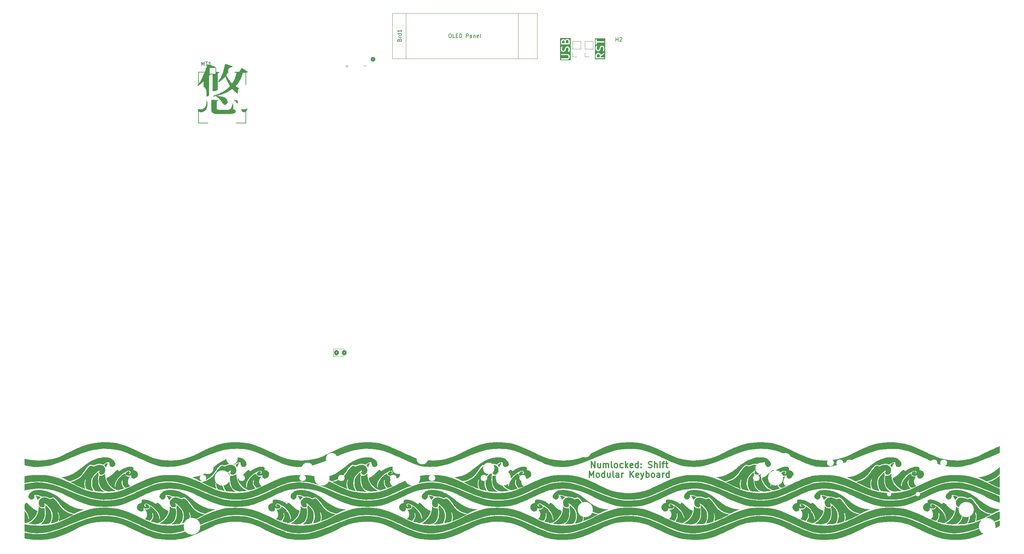
<source format=gbr>
%TF.GenerationSoftware,KiCad,Pcbnew,8.0.4*%
%TF.CreationDate,2025-06-27T14:04:57-05:00*%
%TF.ProjectId,numlocked_shift,6e756d6c-6f63-46b6-9564-5f7368696674,rev?*%
%TF.SameCoordinates,Original*%
%TF.FileFunction,Legend,Top*%
%TF.FilePolarity,Positive*%
%FSLAX46Y46*%
G04 Gerber Fmt 4.6, Leading zero omitted, Abs format (unit mm)*
G04 Created by KiCad (PCBNEW 8.0.4) date 2025-06-27 14:04:57*
%MOMM*%
%LPD*%
G01*
G04 APERTURE LIST*
G04 Aperture macros list*
%AMRoundRect*
0 Rectangle with rounded corners*
0 $1 Rounding radius*
0 $2 $3 $4 $5 $6 $7 $8 $9 X,Y pos of 4 corners*
0 Add a 4 corners polygon primitive as box body*
4,1,4,$2,$3,$4,$5,$6,$7,$8,$9,$2,$3,0*
0 Add four circle primitives for the rounded corners*
1,1,$1+$1,$2,$3*
1,1,$1+$1,$4,$5*
1,1,$1+$1,$6,$7*
1,1,$1+$1,$8,$9*
0 Add four rect primitives between the rounded corners*
20,1,$1+$1,$2,$3,$4,$5,0*
20,1,$1+$1,$4,$5,$6,$7,0*
20,1,$1+$1,$6,$7,$8,$9,0*
20,1,$1+$1,$8,$9,$2,$3,0*%
G04 Aperture macros list end*
%ADD10C,0.100000*%
%ADD11C,0.300000*%
%ADD12C,0.320000*%
%ADD13C,0.150000*%
%ADD14C,0.120000*%
%ADD15C,0.000000*%
%ADD16C,0.040000*%
%ADD17C,0.127000*%
%ADD18C,0.200000*%
%ADD19C,0.508000*%
%ADD20C,1.700000*%
%ADD21C,3.000000*%
%ADD22C,4.000000*%
%ADD23R,1.350000X1.350000*%
%ADD24O,1.350000X1.350000*%
%ADD25C,4.400000*%
%ADD26C,3.050000*%
%ADD27C,1.800000*%
%ADD28RoundRect,0.250000X-0.325000X-0.450000X0.325000X-0.450000X0.325000X0.450000X-0.325000X0.450000X0*%
%ADD29R,1.700000X1.700000*%
%ADD30O,1.700000X1.700000*%
%ADD31RoundRect,0.102000X-0.825000X-0.825000X0.825000X-0.825000X0.825000X0.825000X-0.825000X0.825000X0*%
%ADD32C,1.854000*%
%ADD33O,3.204000X6.204000*%
%ADD34C,1.200000*%
G04 APERTURE END LIST*
D10*
G36*
X37378926Y-49393147D02*
G01*
X37370439Y-49443379D01*
X36931961Y-49671584D01*
X36931961Y-51547369D01*
X36949776Y-51758410D01*
X37435102Y-51860000D01*
X39982555Y-51860000D01*
X40131714Y-51858471D01*
X40600489Y-51657278D01*
X40637752Y-51595380D01*
X40847785Y-51141620D01*
X41034988Y-50660828D01*
X41201326Y-50199148D01*
X41313678Y-50240669D01*
X41299024Y-51732993D01*
X41560337Y-51831187D01*
X41929170Y-52182400D01*
X41880162Y-52456529D01*
X41524948Y-52796060D01*
X41013288Y-52941556D01*
X40486477Y-52996645D01*
X39955688Y-53010383D01*
X37352059Y-53010383D01*
X37212407Y-53009583D01*
X36613225Y-52977926D01*
X36091580Y-52863036D01*
X35675633Y-52536209D01*
X35516425Y-52042742D01*
X35488486Y-51547369D01*
X35488486Y-49251486D01*
X37378926Y-49393147D01*
G37*
G36*
X34471720Y-49965629D02*
G01*
X34509072Y-50482470D01*
X34499431Y-50725815D01*
X34397253Y-51270668D01*
X34149410Y-51801593D01*
X33796337Y-52193978D01*
X33371265Y-52443089D01*
X32828682Y-52546322D01*
X32659415Y-52535894D01*
X32172430Y-52334478D01*
X31973832Y-51874654D01*
X31981425Y-51769830D01*
X32211323Y-51336093D01*
X32618633Y-51066210D01*
X32878999Y-50983039D01*
X33328098Y-50749625D01*
X33725217Y-50412406D01*
X34019429Y-49980737D01*
X34159805Y-49463977D01*
X34369854Y-49463977D01*
X34471720Y-49965629D01*
G37*
G36*
X42006122Y-49348154D02*
G01*
X42633197Y-49499928D01*
X43174885Y-49681773D01*
X43772202Y-49962390D01*
X44236654Y-50275779D01*
X44646862Y-50695594D01*
X44887506Y-51125057D01*
X44982206Y-51620642D01*
X44934674Y-51942526D01*
X44664962Y-52365067D01*
X44183532Y-52546322D01*
X44043130Y-52533232D01*
X43594906Y-52324061D01*
X43535592Y-52121180D01*
X43329202Y-51606932D01*
X43049825Y-51094966D01*
X42709984Y-50600710D01*
X42322201Y-50139592D01*
X41898997Y-49727044D01*
X41452897Y-49378492D01*
X41538382Y-49266140D01*
X42006122Y-49348154D01*
G37*
G36*
X37236848Y-48284437D02*
G01*
X37777347Y-48324761D01*
X38385513Y-48438130D01*
X38873214Y-48607893D01*
X39326913Y-48879908D01*
X39665459Y-49261065D01*
X39816469Y-49791263D01*
X39808480Y-49912052D01*
X39588262Y-50382425D01*
X39115492Y-50592379D01*
X39086473Y-50591720D01*
X38624564Y-50418967D01*
X38558828Y-50276423D01*
X38304110Y-49847133D01*
X37978681Y-49429177D01*
X37602537Y-49040330D01*
X37195674Y-48698366D01*
X36778088Y-48421060D01*
X36834264Y-48281842D01*
X37236848Y-48284437D01*
G37*
G36*
X36497209Y-40568653D02*
G01*
X36415892Y-40699903D01*
X35937893Y-40810453D01*
X35803302Y-41087594D01*
X35547851Y-41574379D01*
X35278780Y-42043704D01*
X35000001Y-42493286D01*
X35349268Y-42634947D01*
X35345047Y-42646732D01*
X34914516Y-42888960D01*
X34914516Y-48084005D01*
X34746560Y-48221281D01*
X34269839Y-48411830D01*
X33766574Y-48484563D01*
X33515004Y-48484563D01*
X33515004Y-44386168D01*
X33245474Y-44649650D01*
X32880457Y-44981992D01*
X32460793Y-45327868D01*
X32030007Y-45641577D01*
X31863922Y-45499916D01*
X32050825Y-45258806D01*
X32332029Y-44857269D01*
X32612183Y-44412081D01*
X32888956Y-43927963D01*
X33160018Y-43409636D01*
X33423037Y-42861823D01*
X33675684Y-42289243D01*
X33915629Y-41696619D01*
X34140539Y-41088672D01*
X34348086Y-40470123D01*
X34535939Y-39845694D01*
X36497209Y-40568653D01*
G37*
G36*
X41145151Y-40441646D02*
G01*
X41071332Y-40567971D01*
X40600489Y-40710314D01*
X40486292Y-40984807D01*
X40276997Y-41431302D01*
X40038730Y-41890006D01*
X42769365Y-41890006D01*
X43582694Y-40866629D01*
X45079903Y-41916873D01*
X44900435Y-42092698D01*
X44408235Y-42168443D01*
X43861131Y-42168443D01*
X43693057Y-42681983D01*
X43503430Y-43173197D01*
X43291535Y-43642430D01*
X43056656Y-44090024D01*
X42798078Y-44516323D01*
X42515086Y-44921671D01*
X42206963Y-45306411D01*
X41872994Y-45670886D01*
X42126214Y-45829954D01*
X42571758Y-46078466D01*
X43047176Y-46306227D01*
X43553028Y-46513237D01*
X44089873Y-46699496D01*
X44658269Y-46865004D01*
X45136079Y-46982470D01*
X45106770Y-47138785D01*
X44839361Y-47249183D01*
X44424623Y-47578295D01*
X44176319Y-48002260D01*
X44044313Y-48484563D01*
X43682849Y-48343036D01*
X43227565Y-48137354D01*
X42699427Y-47853444D01*
X42214357Y-47540375D01*
X41769727Y-47198818D01*
X41362910Y-46829444D01*
X40991278Y-46432923D01*
X40756151Y-46601976D01*
X40259581Y-46921419D01*
X39726990Y-47216361D01*
X39157261Y-47487261D01*
X38704922Y-47674933D01*
X38230594Y-47849532D01*
X37733807Y-48011251D01*
X37214089Y-48160283D01*
X36670970Y-48296822D01*
X36103978Y-48421060D01*
X36050245Y-48211011D01*
X36572926Y-48041464D01*
X37070947Y-47858244D01*
X37544632Y-47661074D01*
X37994308Y-47449675D01*
X38557092Y-47145197D01*
X39078546Y-46814271D01*
X39559442Y-46456241D01*
X40000553Y-46070447D01*
X40402652Y-45656231D01*
X40312340Y-45514591D01*
X40056285Y-45072147D01*
X39821354Y-44604845D01*
X39606001Y-44114520D01*
X39408679Y-43603007D01*
X39227844Y-43072142D01*
X39030380Y-43309191D01*
X38669355Y-43693103D01*
X38289440Y-44039236D01*
X37891556Y-44349430D01*
X37476623Y-44625526D01*
X37308095Y-44498520D01*
X37382635Y-44402426D01*
X37673388Y-43975678D01*
X37950316Y-43486613D01*
X38210786Y-42942529D01*
X38278460Y-42776608D01*
X39464760Y-42776608D01*
X39534651Y-42931591D01*
X39763995Y-43382101D01*
X40022320Y-43810200D01*
X40308948Y-44214922D01*
X40623204Y-44595300D01*
X40964411Y-44950369D01*
X41166317Y-44643601D01*
X41440365Y-44162582D01*
X41680958Y-43655577D01*
X41889351Y-43121524D01*
X42039321Y-42655052D01*
X42168528Y-42168443D01*
X39870203Y-42168443D01*
X39749504Y-42366759D01*
X39464760Y-42776608D01*
X38278460Y-42776608D01*
X38452166Y-42350725D01*
X38619088Y-41879946D01*
X38772679Y-41389508D01*
X38911829Y-40882492D01*
X39035426Y-40361976D01*
X39142359Y-39831039D01*
X41145151Y-40441646D01*
G37*
G36*
X37686672Y-42017013D02*
G01*
X37647845Y-42142726D01*
X37183532Y-42324759D01*
X37183532Y-46625875D01*
X36896969Y-46829794D01*
X36393967Y-46949856D01*
X35867063Y-46980027D01*
X35867063Y-41863140D01*
X37686672Y-42017013D01*
G37*
D11*
G36*
X137307926Y-37302100D02*
G01*
X137368741Y-37362914D01*
X137437257Y-37499946D01*
X137437257Y-38076441D01*
X136689638Y-38076441D01*
X136689638Y-37499946D01*
X136758154Y-37362914D01*
X136818968Y-37302100D01*
X136956000Y-37233584D01*
X137170894Y-37233584D01*
X137307926Y-37302100D01*
G37*
G36*
X138911860Y-38598663D02*
G01*
X136167416Y-38598663D01*
X136167416Y-37464536D01*
X136389638Y-37464536D01*
X136389638Y-38226441D01*
X136392520Y-38255705D01*
X136414918Y-38309777D01*
X136456302Y-38351161D01*
X136510374Y-38373559D01*
X136539638Y-38376441D01*
X138539638Y-38376441D01*
X138568902Y-38373559D01*
X138622974Y-38351161D01*
X138664358Y-38309777D01*
X138686756Y-38255705D01*
X138686756Y-38197177D01*
X138664358Y-38143105D01*
X138622974Y-38101721D01*
X138568902Y-38079323D01*
X138539638Y-38076441D01*
X137737257Y-38076441D01*
X137737257Y-37828349D01*
X138625657Y-37206469D01*
X138647978Y-37187326D01*
X138679431Y-37137969D01*
X138689602Y-37080333D01*
X138676943Y-37023192D01*
X138643380Y-36975244D01*
X138594022Y-36943790D01*
X138536387Y-36933620D01*
X138479245Y-36946279D01*
X138453618Y-36960699D01*
X137737037Y-37462306D01*
X137734375Y-37435272D01*
X137732312Y-37430293D01*
X137731931Y-37424918D01*
X137721421Y-37397454D01*
X137626183Y-37206978D01*
X137618256Y-37194386D01*
X137616740Y-37190724D01*
X137613356Y-37186601D01*
X137610518Y-37182092D01*
X137607525Y-37179496D01*
X137598085Y-37167994D01*
X137502845Y-37072755D01*
X137491344Y-37063316D01*
X137488748Y-37060323D01*
X137484235Y-37057482D01*
X137480115Y-37054101D01*
X137476455Y-37052585D01*
X137463862Y-37044658D01*
X137273386Y-36949420D01*
X137245923Y-36938910D01*
X137240545Y-36938527D01*
X137235568Y-36936466D01*
X137206304Y-36933584D01*
X136920590Y-36933584D01*
X136891326Y-36936466D01*
X136886347Y-36938528D01*
X136880972Y-36938910D01*
X136853508Y-36949420D01*
X136663032Y-37044658D01*
X136650438Y-37052585D01*
X136646779Y-37054101D01*
X136642659Y-37057482D01*
X136638146Y-37060323D01*
X136635549Y-37063316D01*
X136624048Y-37072756D01*
X136528810Y-37167994D01*
X136519371Y-37179495D01*
X136516377Y-37182092D01*
X136513536Y-37186605D01*
X136510155Y-37190725D01*
X136508639Y-37194384D01*
X136500712Y-37206978D01*
X136405474Y-37397454D01*
X136394964Y-37424917D01*
X136394581Y-37430294D01*
X136392520Y-37435272D01*
X136389638Y-37464536D01*
X136167416Y-37464536D01*
X136167416Y-35464536D01*
X136389638Y-35464536D01*
X136389638Y-35940727D01*
X136392520Y-35969991D01*
X136394581Y-35974968D01*
X136394964Y-35980346D01*
X136405474Y-36007809D01*
X136500712Y-36198285D01*
X136508639Y-36210878D01*
X136510155Y-36214538D01*
X136513536Y-36218657D01*
X136516377Y-36223171D01*
X136519371Y-36225767D01*
X136528810Y-36237269D01*
X136624048Y-36332507D01*
X136635549Y-36341946D01*
X136638146Y-36344940D01*
X136642659Y-36347780D01*
X136646779Y-36351162D01*
X136650438Y-36352677D01*
X136663032Y-36360605D01*
X136853508Y-36455843D01*
X136880972Y-36466353D01*
X136886347Y-36466734D01*
X136891326Y-36468797D01*
X136920590Y-36471679D01*
X137111066Y-36471679D01*
X137140330Y-36468797D01*
X137145307Y-36466735D01*
X137150685Y-36466353D01*
X137178148Y-36455843D01*
X137368624Y-36360605D01*
X137381217Y-36352677D01*
X137384877Y-36351162D01*
X137388996Y-36347780D01*
X137393510Y-36344940D01*
X137396106Y-36341945D01*
X137407608Y-36332507D01*
X137502846Y-36237269D01*
X137512285Y-36225767D01*
X137515279Y-36223171D01*
X137518120Y-36218657D01*
X137521501Y-36214538D01*
X137523016Y-36210879D01*
X137530944Y-36198286D01*
X137626183Y-36007810D01*
X137627002Y-36005669D01*
X137627647Y-36004799D01*
X137632034Y-35992519D01*
X137636692Y-35980346D01*
X137636768Y-35979265D01*
X137637540Y-35977107D01*
X137728784Y-35612129D01*
X137805773Y-35458152D01*
X137866587Y-35397338D01*
X138003619Y-35328822D01*
X138123275Y-35328822D01*
X138260307Y-35397338D01*
X138321122Y-35458152D01*
X138389638Y-35595184D01*
X138389638Y-36011625D01*
X138302098Y-36274245D01*
X138295578Y-36302918D01*
X138299727Y-36361299D01*
X138325901Y-36413646D01*
X138370115Y-36451993D01*
X138425639Y-36470501D01*
X138484020Y-36466352D01*
X138536367Y-36440178D01*
X138574714Y-36395964D01*
X138586702Y-36369113D01*
X138681940Y-36083399D01*
X138685238Y-36068891D01*
X138686756Y-36065229D01*
X138687278Y-36059920D01*
X138688460Y-36054726D01*
X138688179Y-36050776D01*
X138689638Y-36035965D01*
X138689638Y-35559774D01*
X138686756Y-35530510D01*
X138684693Y-35525531D01*
X138684312Y-35520156D01*
X138673802Y-35492692D01*
X138578564Y-35302216D01*
X138570637Y-35289624D01*
X138569121Y-35285962D01*
X138565737Y-35281839D01*
X138562899Y-35277330D01*
X138559906Y-35274734D01*
X138550466Y-35263232D01*
X138455226Y-35167993D01*
X138443725Y-35158554D01*
X138441129Y-35155561D01*
X138436616Y-35152720D01*
X138432496Y-35149339D01*
X138428836Y-35147823D01*
X138416243Y-35139896D01*
X138225767Y-35044658D01*
X138198304Y-35034148D01*
X138192926Y-35033765D01*
X138187949Y-35031704D01*
X138158685Y-35028822D01*
X137968209Y-35028822D01*
X137938945Y-35031704D01*
X137933966Y-35033766D01*
X137928591Y-35034148D01*
X137901127Y-35044658D01*
X137710651Y-35139896D01*
X137698057Y-35147823D01*
X137694398Y-35149339D01*
X137690278Y-35152720D01*
X137685765Y-35155561D01*
X137683168Y-35158554D01*
X137671667Y-35167994D01*
X137576429Y-35263232D01*
X137566990Y-35274733D01*
X137563996Y-35277330D01*
X137561155Y-35281843D01*
X137557774Y-35285963D01*
X137556258Y-35289622D01*
X137548331Y-35302216D01*
X137453093Y-35492692D01*
X137452273Y-35494832D01*
X137451629Y-35495703D01*
X137447250Y-35507958D01*
X137442583Y-35520155D01*
X137442506Y-35521238D01*
X137441736Y-35523394D01*
X137350492Y-35888368D01*
X137273501Y-36042349D01*
X137212688Y-36103163D01*
X137075656Y-36171679D01*
X136956000Y-36171679D01*
X136818968Y-36103163D01*
X136758154Y-36042349D01*
X136689638Y-35905317D01*
X136689638Y-35488876D01*
X136777178Y-35226256D01*
X136783698Y-35197583D01*
X136779549Y-35139202D01*
X136753375Y-35086855D01*
X136709161Y-35048508D01*
X136653637Y-35030000D01*
X136595256Y-35034149D01*
X136542909Y-35060323D01*
X136504562Y-35104537D01*
X136492574Y-35131388D01*
X136397336Y-35417102D01*
X136394037Y-35431609D01*
X136392520Y-35435272D01*
X136391997Y-35440580D01*
X136390816Y-35445775D01*
X136391096Y-35449724D01*
X136389638Y-35464536D01*
X136167416Y-35464536D01*
X136167416Y-33464536D01*
X136389638Y-33464536D01*
X136389638Y-34607393D01*
X136392520Y-34636657D01*
X136414918Y-34690729D01*
X136456302Y-34732113D01*
X136510374Y-34754511D01*
X136568902Y-34754511D01*
X136622974Y-34732113D01*
X136664358Y-34690729D01*
X136686756Y-34636657D01*
X136689638Y-34607393D01*
X136689638Y-34185965D01*
X138539638Y-34185965D01*
X138568902Y-34183083D01*
X138622974Y-34160685D01*
X138664358Y-34119301D01*
X138686756Y-34065229D01*
X138686756Y-34006701D01*
X138664358Y-33952629D01*
X138622974Y-33911245D01*
X138568902Y-33888847D01*
X138539638Y-33885965D01*
X136689638Y-33885965D01*
X136689638Y-33464536D01*
X136686756Y-33435272D01*
X136664358Y-33381200D01*
X136622974Y-33339816D01*
X136568902Y-33317418D01*
X136510374Y-33317418D01*
X136456302Y-33339816D01*
X136414918Y-33381200D01*
X136392520Y-33435272D01*
X136389638Y-33464536D01*
X136167416Y-33464536D01*
X136167416Y-33095196D01*
X138911860Y-33095196D01*
X138911860Y-38598663D01*
G37*
D10*
X76196115Y-40291466D02*
X75434211Y-40291466D01*
D11*
G36*
X128112688Y-33697338D02*
G01*
X128173501Y-33758151D01*
X128242019Y-33895185D01*
X128242019Y-34376441D01*
X127589638Y-34376441D01*
X127589638Y-33895184D01*
X127658154Y-33758152D01*
X127718968Y-33697338D01*
X127856000Y-33628822D01*
X127975656Y-33628822D01*
X128112688Y-33697338D01*
G37*
G36*
X129160307Y-33602100D02*
G01*
X129221122Y-33662914D01*
X129289638Y-33799946D01*
X129289638Y-34376441D01*
X128542019Y-34376441D01*
X128542019Y-33884114D01*
X128618361Y-33655088D01*
X128671349Y-33602100D01*
X128808381Y-33533584D01*
X129023275Y-33533584D01*
X129160307Y-33602100D01*
G37*
G36*
X129811860Y-38898663D02*
G01*
X127067416Y-38898663D01*
X127067416Y-37354320D01*
X127292520Y-37354320D01*
X127292520Y-37412848D01*
X127314918Y-37466920D01*
X127356302Y-37508304D01*
X127410374Y-37530702D01*
X127439638Y-37533584D01*
X129023275Y-37533584D01*
X129160307Y-37602100D01*
X129221122Y-37662914D01*
X129289638Y-37799946D01*
X129289638Y-38110079D01*
X129221122Y-38247110D01*
X129160307Y-38307924D01*
X129023275Y-38376441D01*
X127439638Y-38376441D01*
X127410374Y-38379323D01*
X127356302Y-38401721D01*
X127314918Y-38443105D01*
X127292520Y-38497177D01*
X127292520Y-38555705D01*
X127314918Y-38609777D01*
X127356302Y-38651161D01*
X127410374Y-38673559D01*
X127439638Y-38676441D01*
X129058685Y-38676441D01*
X129087949Y-38673559D01*
X129092926Y-38671497D01*
X129098304Y-38671115D01*
X129125767Y-38660605D01*
X129316243Y-38565367D01*
X129328836Y-38557439D01*
X129332496Y-38555924D01*
X129336616Y-38552542D01*
X129341129Y-38549702D01*
X129343725Y-38546708D01*
X129355226Y-38537270D01*
X129450466Y-38442031D01*
X129459906Y-38430528D01*
X129462899Y-38427933D01*
X129465737Y-38423423D01*
X129469121Y-38419301D01*
X129470637Y-38415638D01*
X129478564Y-38403047D01*
X129573802Y-38212571D01*
X129584312Y-38185107D01*
X129584693Y-38179731D01*
X129586756Y-38174753D01*
X129589638Y-38145489D01*
X129589638Y-37764536D01*
X129586756Y-37735272D01*
X129584693Y-37730293D01*
X129584312Y-37724918D01*
X129573802Y-37697454D01*
X129478564Y-37506978D01*
X129470637Y-37494386D01*
X129469121Y-37490724D01*
X129465737Y-37486601D01*
X129462899Y-37482092D01*
X129459906Y-37479496D01*
X129450466Y-37467994D01*
X129355226Y-37372755D01*
X129343725Y-37363316D01*
X129341129Y-37360323D01*
X129336616Y-37357482D01*
X129332496Y-37354101D01*
X129328836Y-37352585D01*
X129316243Y-37344658D01*
X129125767Y-37249420D01*
X129098304Y-37238910D01*
X129092926Y-37238527D01*
X129087949Y-37236466D01*
X129058685Y-37233584D01*
X127439638Y-37233584D01*
X127410374Y-37236466D01*
X127356302Y-37258864D01*
X127314918Y-37300248D01*
X127292520Y-37354320D01*
X127067416Y-37354320D01*
X127067416Y-35669298D01*
X127289638Y-35669298D01*
X127289638Y-36145489D01*
X127292520Y-36174753D01*
X127294581Y-36179730D01*
X127294964Y-36185108D01*
X127305474Y-36212571D01*
X127400712Y-36403047D01*
X127408639Y-36415640D01*
X127410155Y-36419300D01*
X127413536Y-36423419D01*
X127416377Y-36427933D01*
X127419371Y-36430529D01*
X127428810Y-36442031D01*
X127524048Y-36537269D01*
X127535549Y-36546708D01*
X127538146Y-36549702D01*
X127542659Y-36552542D01*
X127546779Y-36555924D01*
X127550438Y-36557439D01*
X127563032Y-36565367D01*
X127753508Y-36660605D01*
X127780972Y-36671115D01*
X127786347Y-36671496D01*
X127791326Y-36673559D01*
X127820590Y-36676441D01*
X128011066Y-36676441D01*
X128040330Y-36673559D01*
X128045307Y-36671497D01*
X128050685Y-36671115D01*
X128078148Y-36660605D01*
X128268624Y-36565367D01*
X128281217Y-36557439D01*
X128284877Y-36555924D01*
X128288996Y-36552542D01*
X128293510Y-36549702D01*
X128296106Y-36546707D01*
X128307608Y-36537269D01*
X128402846Y-36442031D01*
X128412285Y-36430529D01*
X128415279Y-36427933D01*
X128418120Y-36423419D01*
X128421501Y-36419300D01*
X128423016Y-36415641D01*
X128430944Y-36403048D01*
X128526183Y-36212572D01*
X128527002Y-36210431D01*
X128527647Y-36209561D01*
X128532034Y-36197281D01*
X128536692Y-36185108D01*
X128536768Y-36184027D01*
X128537540Y-36181869D01*
X128628784Y-35816891D01*
X128705773Y-35662914D01*
X128766587Y-35602100D01*
X128903619Y-35533584D01*
X129023275Y-35533584D01*
X129160307Y-35602100D01*
X129221122Y-35662914D01*
X129289638Y-35799946D01*
X129289638Y-36216387D01*
X129202098Y-36479007D01*
X129195578Y-36507680D01*
X129199727Y-36566061D01*
X129225901Y-36618408D01*
X129270115Y-36656755D01*
X129325639Y-36675263D01*
X129384020Y-36671114D01*
X129436367Y-36644940D01*
X129474714Y-36600726D01*
X129486702Y-36573875D01*
X129581940Y-36288161D01*
X129585238Y-36273653D01*
X129586756Y-36269991D01*
X129587278Y-36264682D01*
X129588460Y-36259488D01*
X129588179Y-36255538D01*
X129589638Y-36240727D01*
X129589638Y-35764536D01*
X129586756Y-35735272D01*
X129584693Y-35730293D01*
X129584312Y-35724918D01*
X129573802Y-35697454D01*
X129478564Y-35506978D01*
X129470637Y-35494386D01*
X129469121Y-35490724D01*
X129465737Y-35486601D01*
X129462899Y-35482092D01*
X129459906Y-35479496D01*
X129450466Y-35467994D01*
X129355226Y-35372755D01*
X129343725Y-35363316D01*
X129341129Y-35360323D01*
X129336616Y-35357482D01*
X129332496Y-35354101D01*
X129328836Y-35352585D01*
X129316243Y-35344658D01*
X129125767Y-35249420D01*
X129098304Y-35238910D01*
X129092926Y-35238527D01*
X129087949Y-35236466D01*
X129058685Y-35233584D01*
X128868209Y-35233584D01*
X128838945Y-35236466D01*
X128833966Y-35238528D01*
X128828591Y-35238910D01*
X128801127Y-35249420D01*
X128610651Y-35344658D01*
X128598057Y-35352585D01*
X128594398Y-35354101D01*
X128590278Y-35357482D01*
X128585765Y-35360323D01*
X128583168Y-35363316D01*
X128571667Y-35372756D01*
X128476429Y-35467994D01*
X128466990Y-35479495D01*
X128463996Y-35482092D01*
X128461155Y-35486605D01*
X128457774Y-35490725D01*
X128456258Y-35494384D01*
X128448331Y-35506978D01*
X128353093Y-35697454D01*
X128352273Y-35699594D01*
X128351629Y-35700465D01*
X128347250Y-35712720D01*
X128342583Y-35724917D01*
X128342506Y-35726000D01*
X128341736Y-35728156D01*
X128250492Y-36093130D01*
X128173501Y-36247111D01*
X128112688Y-36307925D01*
X127975656Y-36376441D01*
X127856000Y-36376441D01*
X127718968Y-36307925D01*
X127658154Y-36247111D01*
X127589638Y-36110079D01*
X127589638Y-35693638D01*
X127677178Y-35431018D01*
X127683698Y-35402345D01*
X127679549Y-35343964D01*
X127653375Y-35291617D01*
X127609161Y-35253270D01*
X127553637Y-35234762D01*
X127495256Y-35238911D01*
X127442909Y-35265085D01*
X127404562Y-35309299D01*
X127392574Y-35336150D01*
X127297336Y-35621864D01*
X127294037Y-35636371D01*
X127292520Y-35640034D01*
X127291997Y-35645342D01*
X127290816Y-35650537D01*
X127291096Y-35654486D01*
X127289638Y-35669298D01*
X127067416Y-35669298D01*
X127067416Y-33859774D01*
X127289638Y-33859774D01*
X127289638Y-34526441D01*
X127292520Y-34555705D01*
X127314918Y-34609777D01*
X127356302Y-34651161D01*
X127410374Y-34673559D01*
X127439638Y-34676441D01*
X129439638Y-34676441D01*
X129468902Y-34673559D01*
X129522974Y-34651161D01*
X129564358Y-34609777D01*
X129586756Y-34555705D01*
X129589638Y-34526441D01*
X129589638Y-33764536D01*
X129586756Y-33735272D01*
X129584693Y-33730293D01*
X129584312Y-33724918D01*
X129573802Y-33697454D01*
X129478564Y-33506978D01*
X129470637Y-33494386D01*
X129469121Y-33490724D01*
X129465737Y-33486601D01*
X129462899Y-33482092D01*
X129459906Y-33479496D01*
X129450466Y-33467994D01*
X129355226Y-33372755D01*
X129343725Y-33363316D01*
X129341129Y-33360323D01*
X129336616Y-33357482D01*
X129332496Y-33354101D01*
X129328836Y-33352585D01*
X129316243Y-33344658D01*
X129125767Y-33249420D01*
X129098304Y-33238910D01*
X129092926Y-33238527D01*
X129087949Y-33236466D01*
X129058685Y-33233584D01*
X128772971Y-33233584D01*
X128743707Y-33236466D01*
X128738728Y-33238528D01*
X128733353Y-33238910D01*
X128705889Y-33249420D01*
X128515413Y-33344658D01*
X128502819Y-33352585D01*
X128499160Y-33354101D01*
X128495040Y-33357482D01*
X128490527Y-33360323D01*
X128487930Y-33363316D01*
X128476429Y-33372756D01*
X128381191Y-33467994D01*
X128362536Y-33490725D01*
X128360473Y-33495704D01*
X128356943Y-33499775D01*
X128351524Y-33511910D01*
X128307608Y-33467994D01*
X128296106Y-33458555D01*
X128293510Y-33455561D01*
X128288996Y-33452720D01*
X128284877Y-33449339D01*
X128281217Y-33447823D01*
X128268624Y-33439896D01*
X128078148Y-33344658D01*
X128050685Y-33334148D01*
X128045307Y-33333765D01*
X128040330Y-33331704D01*
X128011066Y-33328822D01*
X127820590Y-33328822D01*
X127791326Y-33331704D01*
X127786347Y-33333766D01*
X127780972Y-33334148D01*
X127753508Y-33344658D01*
X127563032Y-33439896D01*
X127550438Y-33447823D01*
X127546779Y-33449339D01*
X127542659Y-33452720D01*
X127538146Y-33455561D01*
X127535549Y-33458554D01*
X127524048Y-33467994D01*
X127428810Y-33563232D01*
X127419371Y-33574733D01*
X127416377Y-33577330D01*
X127413536Y-33581843D01*
X127410155Y-33585963D01*
X127408639Y-33589622D01*
X127400712Y-33602216D01*
X127305474Y-33792692D01*
X127294964Y-33820155D01*
X127294581Y-33825532D01*
X127292520Y-33830510D01*
X127289638Y-33859774D01*
X127067416Y-33859774D01*
X127067416Y-33011362D01*
X129811860Y-33011362D01*
X129811860Y-38898663D01*
G37*
D10*
X71496115Y-40391466D02*
X70734211Y-40391466D01*
X71115163Y-40772419D02*
X71115163Y-40010514D01*
D12*
X135295237Y-145935595D02*
X135295237Y-144335595D01*
X135295237Y-144335595D02*
X136209523Y-145935595D01*
X136209523Y-145935595D02*
X136209523Y-144335595D01*
X137657141Y-144868928D02*
X137657141Y-145935595D01*
X136971427Y-144868928D02*
X136971427Y-145707024D01*
X136971427Y-145707024D02*
X137047617Y-145859405D01*
X137047617Y-145859405D02*
X137199998Y-145935595D01*
X137199998Y-145935595D02*
X137428570Y-145935595D01*
X137428570Y-145935595D02*
X137580951Y-145859405D01*
X137580951Y-145859405D02*
X137657141Y-145783214D01*
X138419046Y-145935595D02*
X138419046Y-144868928D01*
X138419046Y-145021309D02*
X138495236Y-144945119D01*
X138495236Y-144945119D02*
X138647617Y-144868928D01*
X138647617Y-144868928D02*
X138876189Y-144868928D01*
X138876189Y-144868928D02*
X139028570Y-144945119D01*
X139028570Y-144945119D02*
X139104760Y-145097500D01*
X139104760Y-145097500D02*
X139104760Y-145935595D01*
X139104760Y-145097500D02*
X139180951Y-144945119D01*
X139180951Y-144945119D02*
X139333332Y-144868928D01*
X139333332Y-144868928D02*
X139561903Y-144868928D01*
X139561903Y-144868928D02*
X139714284Y-144945119D01*
X139714284Y-144945119D02*
X139790474Y-145097500D01*
X139790474Y-145097500D02*
X139790474Y-145935595D01*
X140780950Y-145935595D02*
X140628569Y-145859405D01*
X140628569Y-145859405D02*
X140552379Y-145707024D01*
X140552379Y-145707024D02*
X140552379Y-144335595D01*
X141619045Y-145935595D02*
X141466664Y-145859405D01*
X141466664Y-145859405D02*
X141390474Y-145783214D01*
X141390474Y-145783214D02*
X141314283Y-145630833D01*
X141314283Y-145630833D02*
X141314283Y-145173690D01*
X141314283Y-145173690D02*
X141390474Y-145021309D01*
X141390474Y-145021309D02*
X141466664Y-144945119D01*
X141466664Y-144945119D02*
X141619045Y-144868928D01*
X141619045Y-144868928D02*
X141847617Y-144868928D01*
X141847617Y-144868928D02*
X141999998Y-144945119D01*
X141999998Y-144945119D02*
X142076188Y-145021309D01*
X142076188Y-145021309D02*
X142152379Y-145173690D01*
X142152379Y-145173690D02*
X142152379Y-145630833D01*
X142152379Y-145630833D02*
X142076188Y-145783214D01*
X142076188Y-145783214D02*
X141999998Y-145859405D01*
X141999998Y-145859405D02*
X141847617Y-145935595D01*
X141847617Y-145935595D02*
X141619045Y-145935595D01*
X143523807Y-145859405D02*
X143371426Y-145935595D01*
X143371426Y-145935595D02*
X143066664Y-145935595D01*
X143066664Y-145935595D02*
X142914283Y-145859405D01*
X142914283Y-145859405D02*
X142838093Y-145783214D01*
X142838093Y-145783214D02*
X142761902Y-145630833D01*
X142761902Y-145630833D02*
X142761902Y-145173690D01*
X142761902Y-145173690D02*
X142838093Y-145021309D01*
X142838093Y-145021309D02*
X142914283Y-144945119D01*
X142914283Y-144945119D02*
X143066664Y-144868928D01*
X143066664Y-144868928D02*
X143371426Y-144868928D01*
X143371426Y-144868928D02*
X143523807Y-144945119D01*
X144209522Y-145935595D02*
X144209522Y-144335595D01*
X144361903Y-145326071D02*
X144819046Y-145935595D01*
X144819046Y-144868928D02*
X144209522Y-145478452D01*
X146114284Y-145859405D02*
X145961903Y-145935595D01*
X145961903Y-145935595D02*
X145657141Y-145935595D01*
X145657141Y-145935595D02*
X145504760Y-145859405D01*
X145504760Y-145859405D02*
X145428569Y-145707024D01*
X145428569Y-145707024D02*
X145428569Y-145097500D01*
X145428569Y-145097500D02*
X145504760Y-144945119D01*
X145504760Y-144945119D02*
X145657141Y-144868928D01*
X145657141Y-144868928D02*
X145961903Y-144868928D01*
X145961903Y-144868928D02*
X146114284Y-144945119D01*
X146114284Y-144945119D02*
X146190474Y-145097500D01*
X146190474Y-145097500D02*
X146190474Y-145249881D01*
X146190474Y-145249881D02*
X145428569Y-145402262D01*
X147561903Y-145935595D02*
X147561903Y-144335595D01*
X147561903Y-145859405D02*
X147409522Y-145935595D01*
X147409522Y-145935595D02*
X147104760Y-145935595D01*
X147104760Y-145935595D02*
X146952379Y-145859405D01*
X146952379Y-145859405D02*
X146876189Y-145783214D01*
X146876189Y-145783214D02*
X146799998Y-145630833D01*
X146799998Y-145630833D02*
X146799998Y-145173690D01*
X146799998Y-145173690D02*
X146876189Y-145021309D01*
X146876189Y-145021309D02*
X146952379Y-144945119D01*
X146952379Y-144945119D02*
X147104760Y-144868928D01*
X147104760Y-144868928D02*
X147409522Y-144868928D01*
X147409522Y-144868928D02*
X147561903Y-144945119D01*
X148323808Y-145783214D02*
X148399998Y-145859405D01*
X148399998Y-145859405D02*
X148323808Y-145935595D01*
X148323808Y-145935595D02*
X148247617Y-145859405D01*
X148247617Y-145859405D02*
X148323808Y-145783214D01*
X148323808Y-145783214D02*
X148323808Y-145935595D01*
X148323808Y-144945119D02*
X148399998Y-145021309D01*
X148399998Y-145021309D02*
X148323808Y-145097500D01*
X148323808Y-145097500D02*
X148247617Y-145021309D01*
X148247617Y-145021309D02*
X148323808Y-144945119D01*
X148323808Y-144945119D02*
X148323808Y-145097500D01*
X150228570Y-145859405D02*
X150457142Y-145935595D01*
X150457142Y-145935595D02*
X150838094Y-145935595D01*
X150838094Y-145935595D02*
X150990475Y-145859405D01*
X150990475Y-145859405D02*
X151066666Y-145783214D01*
X151066666Y-145783214D02*
X151142856Y-145630833D01*
X151142856Y-145630833D02*
X151142856Y-145478452D01*
X151142856Y-145478452D02*
X151066666Y-145326071D01*
X151066666Y-145326071D02*
X150990475Y-145249881D01*
X150990475Y-145249881D02*
X150838094Y-145173690D01*
X150838094Y-145173690D02*
X150533332Y-145097500D01*
X150533332Y-145097500D02*
X150380951Y-145021309D01*
X150380951Y-145021309D02*
X150304761Y-144945119D01*
X150304761Y-144945119D02*
X150228570Y-144792738D01*
X150228570Y-144792738D02*
X150228570Y-144640357D01*
X150228570Y-144640357D02*
X150304761Y-144487976D01*
X150304761Y-144487976D02*
X150380951Y-144411785D01*
X150380951Y-144411785D02*
X150533332Y-144335595D01*
X150533332Y-144335595D02*
X150914285Y-144335595D01*
X150914285Y-144335595D02*
X151142856Y-144411785D01*
X151828571Y-145935595D02*
X151828571Y-144335595D01*
X152514285Y-145935595D02*
X152514285Y-145097500D01*
X152514285Y-145097500D02*
X152438095Y-144945119D01*
X152438095Y-144945119D02*
X152285714Y-144868928D01*
X152285714Y-144868928D02*
X152057142Y-144868928D01*
X152057142Y-144868928D02*
X151904761Y-144945119D01*
X151904761Y-144945119D02*
X151828571Y-145021309D01*
X153276190Y-145935595D02*
X153276190Y-144868928D01*
X153276190Y-144335595D02*
X153199999Y-144411785D01*
X153199999Y-144411785D02*
X153276190Y-144487976D01*
X153276190Y-144487976D02*
X153352380Y-144411785D01*
X153352380Y-144411785D02*
X153276190Y-144335595D01*
X153276190Y-144335595D02*
X153276190Y-144487976D01*
X153809523Y-144868928D02*
X154419047Y-144868928D01*
X154038095Y-145935595D02*
X154038095Y-144564166D01*
X154038095Y-144564166D02*
X154114285Y-144411785D01*
X154114285Y-144411785D02*
X154266666Y-144335595D01*
X154266666Y-144335595D02*
X154419047Y-144335595D01*
X154723809Y-144868928D02*
X155333333Y-144868928D01*
X154952381Y-144335595D02*
X154952381Y-145707024D01*
X154952381Y-145707024D02*
X155028571Y-145859405D01*
X155028571Y-145859405D02*
X155180952Y-145935595D01*
X155180952Y-145935595D02*
X155333333Y-145935595D01*
X134761905Y-148511505D02*
X134761905Y-146911505D01*
X134761905Y-146911505D02*
X135295238Y-148054362D01*
X135295238Y-148054362D02*
X135828572Y-146911505D01*
X135828572Y-146911505D02*
X135828572Y-148511505D01*
X136819047Y-148511505D02*
X136666666Y-148435315D01*
X136666666Y-148435315D02*
X136590476Y-148359124D01*
X136590476Y-148359124D02*
X136514285Y-148206743D01*
X136514285Y-148206743D02*
X136514285Y-147749600D01*
X136514285Y-147749600D02*
X136590476Y-147597219D01*
X136590476Y-147597219D02*
X136666666Y-147521029D01*
X136666666Y-147521029D02*
X136819047Y-147444838D01*
X136819047Y-147444838D02*
X137047619Y-147444838D01*
X137047619Y-147444838D02*
X137200000Y-147521029D01*
X137200000Y-147521029D02*
X137276190Y-147597219D01*
X137276190Y-147597219D02*
X137352381Y-147749600D01*
X137352381Y-147749600D02*
X137352381Y-148206743D01*
X137352381Y-148206743D02*
X137276190Y-148359124D01*
X137276190Y-148359124D02*
X137200000Y-148435315D01*
X137200000Y-148435315D02*
X137047619Y-148511505D01*
X137047619Y-148511505D02*
X136819047Y-148511505D01*
X138723809Y-148511505D02*
X138723809Y-146911505D01*
X138723809Y-148435315D02*
X138571428Y-148511505D01*
X138571428Y-148511505D02*
X138266666Y-148511505D01*
X138266666Y-148511505D02*
X138114285Y-148435315D01*
X138114285Y-148435315D02*
X138038095Y-148359124D01*
X138038095Y-148359124D02*
X137961904Y-148206743D01*
X137961904Y-148206743D02*
X137961904Y-147749600D01*
X137961904Y-147749600D02*
X138038095Y-147597219D01*
X138038095Y-147597219D02*
X138114285Y-147521029D01*
X138114285Y-147521029D02*
X138266666Y-147444838D01*
X138266666Y-147444838D02*
X138571428Y-147444838D01*
X138571428Y-147444838D02*
X138723809Y-147521029D01*
X140171428Y-147444838D02*
X140171428Y-148511505D01*
X139485714Y-147444838D02*
X139485714Y-148282934D01*
X139485714Y-148282934D02*
X139561904Y-148435315D01*
X139561904Y-148435315D02*
X139714285Y-148511505D01*
X139714285Y-148511505D02*
X139942857Y-148511505D01*
X139942857Y-148511505D02*
X140095238Y-148435315D01*
X140095238Y-148435315D02*
X140171428Y-148359124D01*
X141161904Y-148511505D02*
X141009523Y-148435315D01*
X141009523Y-148435315D02*
X140933333Y-148282934D01*
X140933333Y-148282934D02*
X140933333Y-146911505D01*
X142457142Y-148511505D02*
X142457142Y-147673410D01*
X142457142Y-147673410D02*
X142380952Y-147521029D01*
X142380952Y-147521029D02*
X142228571Y-147444838D01*
X142228571Y-147444838D02*
X141923809Y-147444838D01*
X141923809Y-147444838D02*
X141771428Y-147521029D01*
X142457142Y-148435315D02*
X142304761Y-148511505D01*
X142304761Y-148511505D02*
X141923809Y-148511505D01*
X141923809Y-148511505D02*
X141771428Y-148435315D01*
X141771428Y-148435315D02*
X141695237Y-148282934D01*
X141695237Y-148282934D02*
X141695237Y-148130553D01*
X141695237Y-148130553D02*
X141771428Y-147978172D01*
X141771428Y-147978172D02*
X141923809Y-147901981D01*
X141923809Y-147901981D02*
X142304761Y-147901981D01*
X142304761Y-147901981D02*
X142457142Y-147825791D01*
X143219047Y-148511505D02*
X143219047Y-147444838D01*
X143219047Y-147749600D02*
X143295237Y-147597219D01*
X143295237Y-147597219D02*
X143371428Y-147521029D01*
X143371428Y-147521029D02*
X143523809Y-147444838D01*
X143523809Y-147444838D02*
X143676190Y-147444838D01*
X145428571Y-148511505D02*
X145428571Y-146911505D01*
X146342857Y-148511505D02*
X145657142Y-147597219D01*
X146342857Y-146911505D02*
X145428571Y-147825791D01*
X147638095Y-148435315D02*
X147485714Y-148511505D01*
X147485714Y-148511505D02*
X147180952Y-148511505D01*
X147180952Y-148511505D02*
X147028571Y-148435315D01*
X147028571Y-148435315D02*
X146952380Y-148282934D01*
X146952380Y-148282934D02*
X146952380Y-147673410D01*
X146952380Y-147673410D02*
X147028571Y-147521029D01*
X147028571Y-147521029D02*
X147180952Y-147444838D01*
X147180952Y-147444838D02*
X147485714Y-147444838D01*
X147485714Y-147444838D02*
X147638095Y-147521029D01*
X147638095Y-147521029D02*
X147714285Y-147673410D01*
X147714285Y-147673410D02*
X147714285Y-147825791D01*
X147714285Y-147825791D02*
X146952380Y-147978172D01*
X148247619Y-147444838D02*
X148628571Y-148511505D01*
X149009524Y-147444838D02*
X148628571Y-148511505D01*
X148628571Y-148511505D02*
X148476190Y-148892457D01*
X148476190Y-148892457D02*
X148400000Y-148968648D01*
X148400000Y-148968648D02*
X148247619Y-149044838D01*
X149619048Y-148511505D02*
X149619048Y-146911505D01*
X149619048Y-147521029D02*
X149771429Y-147444838D01*
X149771429Y-147444838D02*
X150076191Y-147444838D01*
X150076191Y-147444838D02*
X150228572Y-147521029D01*
X150228572Y-147521029D02*
X150304762Y-147597219D01*
X150304762Y-147597219D02*
X150380953Y-147749600D01*
X150380953Y-147749600D02*
X150380953Y-148206743D01*
X150380953Y-148206743D02*
X150304762Y-148359124D01*
X150304762Y-148359124D02*
X150228572Y-148435315D01*
X150228572Y-148435315D02*
X150076191Y-148511505D01*
X150076191Y-148511505D02*
X149771429Y-148511505D01*
X149771429Y-148511505D02*
X149619048Y-148435315D01*
X151295238Y-148511505D02*
X151142857Y-148435315D01*
X151142857Y-148435315D02*
X151066667Y-148359124D01*
X151066667Y-148359124D02*
X150990476Y-148206743D01*
X150990476Y-148206743D02*
X150990476Y-147749600D01*
X150990476Y-147749600D02*
X151066667Y-147597219D01*
X151066667Y-147597219D02*
X151142857Y-147521029D01*
X151142857Y-147521029D02*
X151295238Y-147444838D01*
X151295238Y-147444838D02*
X151523810Y-147444838D01*
X151523810Y-147444838D02*
X151676191Y-147521029D01*
X151676191Y-147521029D02*
X151752381Y-147597219D01*
X151752381Y-147597219D02*
X151828572Y-147749600D01*
X151828572Y-147749600D02*
X151828572Y-148206743D01*
X151828572Y-148206743D02*
X151752381Y-148359124D01*
X151752381Y-148359124D02*
X151676191Y-148435315D01*
X151676191Y-148435315D02*
X151523810Y-148511505D01*
X151523810Y-148511505D02*
X151295238Y-148511505D01*
X153200000Y-148511505D02*
X153200000Y-147673410D01*
X153200000Y-147673410D02*
X153123810Y-147521029D01*
X153123810Y-147521029D02*
X152971429Y-147444838D01*
X152971429Y-147444838D02*
X152666667Y-147444838D01*
X152666667Y-147444838D02*
X152514286Y-147521029D01*
X153200000Y-148435315D02*
X153047619Y-148511505D01*
X153047619Y-148511505D02*
X152666667Y-148511505D01*
X152666667Y-148511505D02*
X152514286Y-148435315D01*
X152514286Y-148435315D02*
X152438095Y-148282934D01*
X152438095Y-148282934D02*
X152438095Y-148130553D01*
X152438095Y-148130553D02*
X152514286Y-147978172D01*
X152514286Y-147978172D02*
X152666667Y-147901981D01*
X152666667Y-147901981D02*
X153047619Y-147901981D01*
X153047619Y-147901981D02*
X153200000Y-147825791D01*
X153961905Y-148511505D02*
X153961905Y-147444838D01*
X153961905Y-147749600D02*
X154038095Y-147597219D01*
X154038095Y-147597219D02*
X154114286Y-147521029D01*
X154114286Y-147521029D02*
X154266667Y-147444838D01*
X154266667Y-147444838D02*
X154419048Y-147444838D01*
X155638095Y-148511505D02*
X155638095Y-146911505D01*
X155638095Y-148435315D02*
X155485714Y-148511505D01*
X155485714Y-148511505D02*
X155180952Y-148511505D01*
X155180952Y-148511505D02*
X155028571Y-148435315D01*
X155028571Y-148435315D02*
X154952381Y-148359124D01*
X154952381Y-148359124D02*
X154876190Y-148206743D01*
X154876190Y-148206743D02*
X154876190Y-147749600D01*
X154876190Y-147749600D02*
X154952381Y-147597219D01*
X154952381Y-147597219D02*
X155028571Y-147521029D01*
X155028571Y-147521029D02*
X155180952Y-147444838D01*
X155180952Y-147444838D02*
X155485714Y-147444838D01*
X155485714Y-147444838D02*
X155638095Y-147521029D01*
D13*
X84876209Y-33551266D02*
X84923828Y-33408409D01*
X84923828Y-33408409D02*
X84971447Y-33360790D01*
X84971447Y-33360790D02*
X85066685Y-33313171D01*
X85066685Y-33313171D02*
X85209542Y-33313171D01*
X85209542Y-33313171D02*
X85304780Y-33360790D01*
X85304780Y-33360790D02*
X85352400Y-33408409D01*
X85352400Y-33408409D02*
X85400019Y-33503647D01*
X85400019Y-33503647D02*
X85400019Y-33884599D01*
X85400019Y-33884599D02*
X84400019Y-33884599D01*
X84400019Y-33884599D02*
X84400019Y-33551266D01*
X84400019Y-33551266D02*
X84447638Y-33456028D01*
X84447638Y-33456028D02*
X84495257Y-33408409D01*
X84495257Y-33408409D02*
X84590495Y-33360790D01*
X84590495Y-33360790D02*
X84685733Y-33360790D01*
X84685733Y-33360790D02*
X84780971Y-33408409D01*
X84780971Y-33408409D02*
X84828590Y-33456028D01*
X84828590Y-33456028D02*
X84876209Y-33551266D01*
X84876209Y-33551266D02*
X84876209Y-33884599D01*
X85400019Y-32884599D02*
X84733352Y-32884599D01*
X84923828Y-32884599D02*
X84828590Y-32836980D01*
X84828590Y-32836980D02*
X84780971Y-32789361D01*
X84780971Y-32789361D02*
X84733352Y-32694123D01*
X84733352Y-32694123D02*
X84733352Y-32598885D01*
X85400019Y-31836980D02*
X84400019Y-31836980D01*
X85352400Y-31836980D02*
X85400019Y-31932218D01*
X85400019Y-31932218D02*
X85400019Y-32122694D01*
X85400019Y-32122694D02*
X85352400Y-32217932D01*
X85352400Y-32217932D02*
X85304780Y-32265551D01*
X85304780Y-32265551D02*
X85209542Y-32313170D01*
X85209542Y-32313170D02*
X84923828Y-32313170D01*
X84923828Y-32313170D02*
X84828590Y-32265551D01*
X84828590Y-32265551D02*
X84780971Y-32217932D01*
X84780971Y-32217932D02*
X84733352Y-32122694D01*
X84733352Y-32122694D02*
X84733352Y-31932218D01*
X84733352Y-31932218D02*
X84780971Y-31836980D01*
X85400019Y-30836980D02*
X85400019Y-31408408D01*
X85400019Y-31122694D02*
X84400019Y-31122694D01*
X84400019Y-31122694D02*
X84542876Y-31217932D01*
X84542876Y-31217932D02*
X84638114Y-31313170D01*
X84638114Y-31313170D02*
X84685733Y-31408408D01*
X98116628Y-31929419D02*
X98307104Y-31929419D01*
X98307104Y-31929419D02*
X98402342Y-31977038D01*
X98402342Y-31977038D02*
X98497580Y-32072276D01*
X98497580Y-32072276D02*
X98545199Y-32262752D01*
X98545199Y-32262752D02*
X98545199Y-32596085D01*
X98545199Y-32596085D02*
X98497580Y-32786561D01*
X98497580Y-32786561D02*
X98402342Y-32881800D01*
X98402342Y-32881800D02*
X98307104Y-32929419D01*
X98307104Y-32929419D02*
X98116628Y-32929419D01*
X98116628Y-32929419D02*
X98021390Y-32881800D01*
X98021390Y-32881800D02*
X97926152Y-32786561D01*
X97926152Y-32786561D02*
X97878533Y-32596085D01*
X97878533Y-32596085D02*
X97878533Y-32262752D01*
X97878533Y-32262752D02*
X97926152Y-32072276D01*
X97926152Y-32072276D02*
X98021390Y-31977038D01*
X98021390Y-31977038D02*
X98116628Y-31929419D01*
X99449961Y-32929419D02*
X98973771Y-32929419D01*
X98973771Y-32929419D02*
X98973771Y-31929419D01*
X99783295Y-32405609D02*
X100116628Y-32405609D01*
X100259485Y-32929419D02*
X99783295Y-32929419D01*
X99783295Y-32929419D02*
X99783295Y-31929419D01*
X99783295Y-31929419D02*
X100259485Y-31929419D01*
X100688057Y-32929419D02*
X100688057Y-31929419D01*
X100688057Y-31929419D02*
X100926152Y-31929419D01*
X100926152Y-31929419D02*
X101069009Y-31977038D01*
X101069009Y-31977038D02*
X101164247Y-32072276D01*
X101164247Y-32072276D02*
X101211866Y-32167514D01*
X101211866Y-32167514D02*
X101259485Y-32357990D01*
X101259485Y-32357990D02*
X101259485Y-32500847D01*
X101259485Y-32500847D02*
X101211866Y-32691323D01*
X101211866Y-32691323D02*
X101164247Y-32786561D01*
X101164247Y-32786561D02*
X101069009Y-32881800D01*
X101069009Y-32881800D02*
X100926152Y-32929419D01*
X100926152Y-32929419D02*
X100688057Y-32929419D01*
X102449962Y-32929419D02*
X102449962Y-31929419D01*
X102449962Y-31929419D02*
X102830914Y-31929419D01*
X102830914Y-31929419D02*
X102926152Y-31977038D01*
X102926152Y-31977038D02*
X102973771Y-32024657D01*
X102973771Y-32024657D02*
X103021390Y-32119895D01*
X103021390Y-32119895D02*
X103021390Y-32262752D01*
X103021390Y-32262752D02*
X102973771Y-32357990D01*
X102973771Y-32357990D02*
X102926152Y-32405609D01*
X102926152Y-32405609D02*
X102830914Y-32453228D01*
X102830914Y-32453228D02*
X102449962Y-32453228D01*
X103878533Y-32929419D02*
X103878533Y-32405609D01*
X103878533Y-32405609D02*
X103830914Y-32310371D01*
X103830914Y-32310371D02*
X103735676Y-32262752D01*
X103735676Y-32262752D02*
X103545200Y-32262752D01*
X103545200Y-32262752D02*
X103449962Y-32310371D01*
X103878533Y-32881800D02*
X103783295Y-32929419D01*
X103783295Y-32929419D02*
X103545200Y-32929419D01*
X103545200Y-32929419D02*
X103449962Y-32881800D01*
X103449962Y-32881800D02*
X103402343Y-32786561D01*
X103402343Y-32786561D02*
X103402343Y-32691323D01*
X103402343Y-32691323D02*
X103449962Y-32596085D01*
X103449962Y-32596085D02*
X103545200Y-32548466D01*
X103545200Y-32548466D02*
X103783295Y-32548466D01*
X103783295Y-32548466D02*
X103878533Y-32500847D01*
X104354724Y-32262752D02*
X104354724Y-32929419D01*
X104354724Y-32357990D02*
X104402343Y-32310371D01*
X104402343Y-32310371D02*
X104497581Y-32262752D01*
X104497581Y-32262752D02*
X104640438Y-32262752D01*
X104640438Y-32262752D02*
X104735676Y-32310371D01*
X104735676Y-32310371D02*
X104783295Y-32405609D01*
X104783295Y-32405609D02*
X104783295Y-32929419D01*
X105640438Y-32881800D02*
X105545200Y-32929419D01*
X105545200Y-32929419D02*
X105354724Y-32929419D01*
X105354724Y-32929419D02*
X105259486Y-32881800D01*
X105259486Y-32881800D02*
X105211867Y-32786561D01*
X105211867Y-32786561D02*
X105211867Y-32405609D01*
X105211867Y-32405609D02*
X105259486Y-32310371D01*
X105259486Y-32310371D02*
X105354724Y-32262752D01*
X105354724Y-32262752D02*
X105545200Y-32262752D01*
X105545200Y-32262752D02*
X105640438Y-32310371D01*
X105640438Y-32310371D02*
X105688057Y-32405609D01*
X105688057Y-32405609D02*
X105688057Y-32500847D01*
X105688057Y-32500847D02*
X105211867Y-32596085D01*
X106259486Y-32929419D02*
X106164248Y-32881800D01*
X106164248Y-32881800D02*
X106116629Y-32786561D01*
X106116629Y-32786561D02*
X106116629Y-31929419D01*
X33001224Y-40298919D02*
X33001224Y-39298919D01*
X33001224Y-39298919D02*
X33334557Y-40013204D01*
X33334557Y-40013204D02*
X33667890Y-39298919D01*
X33667890Y-39298919D02*
X33667890Y-40298919D01*
X34001224Y-39298919D02*
X34572652Y-39298919D01*
X34286938Y-40298919D02*
X34286938Y-39298919D01*
X35429795Y-40298919D02*
X34858367Y-40298919D01*
X35144081Y-40298919D02*
X35144081Y-39298919D01*
X35144081Y-39298919D02*
X35048843Y-39441776D01*
X35048843Y-39441776D02*
X34953605Y-39537014D01*
X34953605Y-39537014D02*
X34858367Y-39584633D01*
X141738095Y-33854819D02*
X141738095Y-32854819D01*
X141738095Y-33331009D02*
X142309523Y-33331009D01*
X142309523Y-33854819D02*
X142309523Y-32854819D01*
X142738095Y-32950057D02*
X142785714Y-32902438D01*
X142785714Y-32902438D02*
X142880952Y-32854819D01*
X142880952Y-32854819D02*
X143119047Y-32854819D01*
X143119047Y-32854819D02*
X143214285Y-32902438D01*
X143214285Y-32902438D02*
X143261904Y-32950057D01*
X143261904Y-32950057D02*
X143309523Y-33045295D01*
X143309523Y-33045295D02*
X143309523Y-33140533D01*
X143309523Y-33140533D02*
X143261904Y-33283390D01*
X143261904Y-33283390D02*
X142690476Y-33854819D01*
X142690476Y-33854819D02*
X143309523Y-33854819D01*
D14*
%TO.C,J2*%
X130340000Y-35900000D02*
X130340000Y-33840000D01*
X130340000Y-37960000D02*
X130340000Y-36900000D01*
X131400000Y-37960000D02*
X130340000Y-37960000D01*
X132460000Y-33840000D02*
X130340000Y-33840000D01*
X132460000Y-35900000D02*
X130340000Y-35900000D01*
X132460000Y-35900000D02*
X132460000Y-33840000D01*
%TO.C,J1*%
X133540000Y-35900000D02*
X133540000Y-33840000D01*
X133540000Y-37960000D02*
X133540000Y-36900000D01*
X134600000Y-37960000D02*
X133540000Y-37960000D01*
X135660000Y-33840000D02*
X133540000Y-33840000D01*
X135660000Y-35900000D02*
X133540000Y-35900000D01*
X135660000Y-35900000D02*
X135660000Y-33840000D01*
%TO.C,D2*%
X67540000Y-114740000D02*
X67540000Y-116660000D01*
X67540000Y-116660000D02*
X70400000Y-116660000D01*
X70400000Y-114740000D02*
X67540000Y-114740000D01*
D15*
%TO.C,G\u002A\u002A\u002A*%
G36*
X-10313479Y-153333441D02*
G01*
X-10058172Y-153382961D01*
X-9768616Y-153467493D01*
X-9593072Y-153533738D01*
X-9253799Y-153675496D01*
X-9632534Y-154054231D01*
X-9838166Y-154257571D01*
X-9980689Y-154394160D01*
X-10023583Y-154430774D01*
X-10066087Y-154352944D01*
X-10163498Y-154153640D01*
X-10263568Y-153942312D01*
X-10394461Y-153663217D01*
X-10494288Y-153451224D01*
X-10531915Y-153372063D01*
X-10487178Y-153327091D01*
X-10313479Y-153333441D01*
G37*
G36*
X-8967918Y-165155319D02*
G01*
X-8938106Y-165156494D01*
X-8779156Y-165166265D01*
X-8792863Y-165174768D01*
X-8965806Y-165181493D01*
X-9284562Y-165185930D01*
X-9735711Y-165187570D01*
X-9756777Y-165187570D01*
X-10208887Y-165185954D01*
X-10525155Y-165181571D01*
X-10693204Y-165174928D01*
X-10700656Y-165166533D01*
X-10535132Y-165156892D01*
X-10519791Y-165156299D01*
X-10015972Y-165145066D01*
X-9460475Y-165144744D01*
X-8967918Y-165155319D01*
G37*
G36*
X8320809Y-144880952D02*
G01*
X8219929Y-145136594D01*
X8141786Y-145290729D01*
X7965230Y-145621126D01*
X7856610Y-145807288D01*
X7800619Y-145871406D01*
X7781949Y-145835668D01*
X7781319Y-145813270D01*
X7723257Y-145686150D01*
X7587505Y-145514233D01*
X7471332Y-145326964D01*
X7510376Y-145158445D01*
X7715411Y-144986169D01*
X7886222Y-144890202D01*
X8160410Y-144767872D01*
X8303121Y-144761417D01*
X8320809Y-144880952D01*
G37*
G36*
X25456991Y-165155319D02*
G01*
X25486803Y-165156494D01*
X25645753Y-165166265D01*
X25632046Y-165174768D01*
X25459103Y-165181493D01*
X25140346Y-165185930D01*
X24689198Y-165187570D01*
X24668132Y-165187570D01*
X24216022Y-165185954D01*
X23899753Y-165181571D01*
X23731704Y-165174928D01*
X23724253Y-165166533D01*
X23889777Y-165156892D01*
X23905118Y-165156299D01*
X24408937Y-165145066D01*
X24964434Y-165144744D01*
X25456991Y-165155319D01*
G37*
G36*
X24113058Y-153334536D02*
G01*
X24358755Y-153375099D01*
X24625102Y-153443054D01*
X24859725Y-153529199D01*
X24901709Y-153549589D01*
X25162274Y-153684332D01*
X24787957Y-154058649D01*
X24583649Y-154260639D01*
X24442641Y-154395652D01*
X24401325Y-154430774D01*
X24358821Y-154352944D01*
X24261410Y-154153640D01*
X24161341Y-153942312D01*
X24030474Y-153663290D01*
X23930696Y-153451440D01*
X23893103Y-153372393D01*
X23940383Y-153330567D01*
X24113058Y-153334536D01*
G37*
G36*
X42857509Y-144699559D02*
G01*
X42818294Y-144790288D01*
X42719003Y-144991799D01*
X42587166Y-145250708D01*
X42450315Y-145513630D01*
X42335979Y-145727181D01*
X42271690Y-145837977D01*
X42268186Y-145842314D01*
X42211959Y-145784472D01*
X42093048Y-145618562D01*
X42047706Y-145550499D01*
X41923554Y-145345437D01*
X41900870Y-145225820D01*
X41973525Y-145125275D01*
X42005688Y-145095502D01*
X42154255Y-144992516D01*
X42370157Y-144874953D01*
X42596930Y-144769060D01*
X42778112Y-144701082D01*
X42857239Y-144697263D01*
X42857509Y-144699559D01*
G37*
G36*
X24830952Y-156265928D02*
G01*
X25208522Y-156538197D01*
X25584843Y-156649620D01*
X25807106Y-156649246D01*
X26035003Y-156645281D01*
X26150537Y-156721332D01*
X26224971Y-156927277D01*
X26229740Y-156945054D01*
X26264746Y-157187848D01*
X26282236Y-157550396D01*
X26279712Y-157966981D01*
X26273912Y-158108058D01*
X26167918Y-158908872D01*
X25939343Y-159573702D01*
X25589624Y-160100302D01*
X25120202Y-160486430D01*
X24606036Y-160709193D01*
X23948933Y-160825718D01*
X23229600Y-160816248D01*
X23039927Y-160792313D01*
X22797379Y-160757742D01*
X22484863Y-160715613D01*
X22404443Y-160705123D01*
X22001560Y-160653027D01*
X22407641Y-160395497D01*
X23130158Y-159840971D01*
X23726408Y-159183874D01*
X24182277Y-158448152D01*
X24483648Y-157657748D01*
X24616407Y-156836608D01*
X24621612Y-156639915D01*
X24621612Y-156075255D01*
X24830952Y-156265928D01*
G37*
G36*
X27058916Y-156365122D02*
G01*
X27495453Y-156872387D01*
X27789420Y-157345055D01*
X27964711Y-157831690D01*
X28044298Y-158367739D01*
X28038659Y-158924764D01*
X27953943Y-159485061D01*
X27803813Y-159989537D01*
X27601928Y-160379102D01*
X27569285Y-160422398D01*
X27425603Y-160567665D01*
X27241689Y-160661851D01*
X26962019Y-160727064D01*
X26714146Y-160762906D01*
X26288606Y-160808052D01*
X25848780Y-160839662D01*
X25557199Y-160849703D01*
X25050661Y-160852747D01*
X25369295Y-160617666D01*
X25728209Y-160274504D01*
X26050594Y-159827779D01*
X26279430Y-159358878D01*
X26305302Y-159281604D01*
X26377292Y-158940299D01*
X26429153Y-158484586D01*
X26458457Y-157976807D01*
X26462778Y-157479299D01*
X26439691Y-157054403D01*
X26401312Y-156814345D01*
X26345614Y-156486629D01*
X26378691Y-156226929D01*
X26420119Y-156113786D01*
X26542212Y-155823412D01*
X27058916Y-156365122D01*
G37*
G36*
X40305414Y-147503878D02*
G01*
X40372027Y-147926519D01*
X40336894Y-148135960D01*
X40269488Y-148536136D01*
X40249991Y-149048424D01*
X40275597Y-149605898D01*
X40343502Y-150141635D01*
X40437988Y-150548357D01*
X40668346Y-151084864D01*
X40996849Y-151571005D01*
X41384549Y-151956418D01*
X41667198Y-152137780D01*
X41973626Y-152288803D01*
X41322344Y-152275281D01*
X40926125Y-152263518D01*
X40546168Y-152246422D01*
X40298901Y-152230272D01*
X39871138Y-152189913D01*
X39583376Y-152137733D01*
X39390145Y-152046888D01*
X39245973Y-151890536D01*
X39105387Y-151641834D01*
X39023734Y-151477518D01*
X38839063Y-151056611D01*
X38736705Y-150677540D01*
X38689806Y-150235211D01*
X38685815Y-150155133D01*
X38707165Y-149501237D01*
X38847020Y-148929110D01*
X39123502Y-148392733D01*
X39554730Y-147846091D01*
X39625157Y-147769675D01*
X40189420Y-147166476D01*
X40305414Y-147503878D01*
G37*
G36*
X-9593956Y-156271357D02*
G01*
X-9218957Y-156521480D01*
X-8802462Y-156634610D01*
X-8536983Y-156623625D01*
X-8331983Y-156603995D01*
X-8235508Y-156682365D01*
X-8187114Y-156861684D01*
X-8158224Y-157099826D01*
X-8137308Y-157450928D01*
X-8128613Y-157841905D01*
X-8128572Y-157869022D01*
X-8194759Y-158651323D01*
X-8387226Y-159335787D01*
X-8696830Y-159906879D01*
X-9114430Y-160349067D01*
X-9630883Y-160646818D01*
X-9796924Y-160703661D01*
X-10234448Y-160794482D01*
X-10725630Y-160838599D01*
X-11180676Y-160830489D01*
X-11384982Y-160801347D01*
X-11555435Y-160772124D01*
X-11831132Y-160731501D01*
X-11989744Y-160709858D01*
X-12454945Y-160648183D01*
X-12102950Y-160467534D01*
X-11780347Y-160253207D01*
X-11403127Y-159928908D01*
X-11016921Y-159541433D01*
X-10667361Y-159137578D01*
X-10400081Y-158764138D01*
X-10339716Y-158659335D01*
X-10057418Y-157995348D01*
X-9871016Y-157275233D01*
X-9803299Y-156587176D01*
X-9803297Y-156583648D01*
X-9803297Y-156075255D01*
X-9593956Y-156271357D01*
G37*
G36*
X-7365993Y-156365122D02*
G01*
X-6968569Y-156807403D01*
X-6696375Y-157189721D01*
X-6527136Y-157565548D01*
X-6438577Y-157988360D01*
X-6408421Y-158511630D01*
X-6407398Y-158666300D01*
X-6412573Y-159112915D01*
X-6434847Y-159429790D01*
X-6484466Y-159673139D01*
X-6571674Y-159899175D01*
X-6666645Y-160088755D01*
X-6865775Y-160404305D01*
X-7065825Y-160615754D01*
X-7153028Y-160667191D01*
X-7338472Y-160708101D01*
X-7659607Y-160750283D01*
X-8066173Y-160787944D01*
X-8382425Y-160808942D01*
X-8821171Y-160830042D01*
X-9096364Y-160833955D01*
X-9229874Y-160819078D01*
X-9243574Y-160783809D01*
X-9198535Y-160749154D01*
X-8937523Y-160536574D01*
X-8653963Y-160229232D01*
X-8410457Y-159897826D01*
X-8342790Y-159782783D01*
X-8158249Y-159316170D01*
X-8025189Y-158732382D01*
X-7949997Y-158094779D01*
X-7939059Y-157466721D01*
X-7998763Y-156911566D01*
X-8036910Y-156748440D01*
X-8081296Y-156409546D01*
X-8006493Y-156117838D01*
X-7882697Y-155823412D01*
X-7365993Y-156365122D01*
G37*
G36*
X5881454Y-147506637D02*
G01*
X5946907Y-147930839D01*
X5911985Y-148135960D01*
X5844580Y-148536136D01*
X5825083Y-149048424D01*
X5850689Y-149605898D01*
X5918594Y-150141635D01*
X6013079Y-150548357D01*
X6243438Y-151084864D01*
X6571941Y-151571005D01*
X6959641Y-151956418D01*
X7242289Y-152137780D01*
X7548718Y-152288803D01*
X6897436Y-152276981D01*
X6521736Y-152266098D01*
X6181747Y-152249318D01*
X5967033Y-152231855D01*
X5519270Y-152178498D01*
X5215667Y-152131778D01*
X5016340Y-152070882D01*
X4881406Y-151975000D01*
X4770980Y-151823318D01*
X4645177Y-151595024D01*
X4605475Y-151521374D01*
X4460871Y-151242897D01*
X4369300Y-151014629D01*
X4318716Y-150778569D01*
X4297071Y-150476713D01*
X4292319Y-150051057D01*
X4292308Y-150013553D01*
X4311288Y-149456105D01*
X4383092Y-149012735D01*
X4530011Y-148629914D01*
X4774336Y-148254112D01*
X5138361Y-147831799D01*
X5250340Y-147713040D01*
X5766409Y-147171995D01*
X5881454Y-147506637D01*
G37*
G36*
X7688278Y-148041635D02*
G01*
X7759016Y-148684971D01*
X7956140Y-149370319D01*
X8257014Y-150028252D01*
X8426728Y-150306623D01*
X8843774Y-150862338D01*
X9279101Y-151290722D01*
X9790115Y-151646363D01*
X9906247Y-151713450D01*
X10152533Y-151865290D01*
X10302362Y-151984388D01*
X10324928Y-152040373D01*
X10198882Y-152072112D01*
X9941966Y-152110194D01*
X9608834Y-152146570D01*
X9595604Y-152147792D01*
X9220642Y-152182989D01*
X8881093Y-152216201D01*
X8665201Y-152238656D01*
X8428560Y-152224612D01*
X8099289Y-152156481D01*
X7818418Y-152072055D01*
X7330394Y-151880043D01*
X6977503Y-151680167D01*
X6710556Y-151439061D01*
X6527250Y-151196229D01*
X6223385Y-150574538D01*
X6054520Y-149830113D01*
X6015831Y-149176190D01*
X6022089Y-148689558D01*
X6046583Y-148361882D01*
X6098505Y-148166257D01*
X6187044Y-148075777D01*
X6321392Y-148063539D01*
X6392025Y-148074925D01*
X6807394Y-148082072D01*
X7200313Y-147921285D01*
X7401987Y-147772342D01*
X7688278Y-147531443D01*
X7688278Y-148041635D01*
G37*
G36*
X42073703Y-147724600D02*
G01*
X42107334Y-147937849D01*
X42113187Y-148096426D01*
X42177755Y-148669885D01*
X42356626Y-149302642D01*
X42627551Y-149927586D01*
X42843501Y-150299384D01*
X43176757Y-150765949D01*
X43512077Y-151125828D01*
X43913566Y-151440387D01*
X44277141Y-151671783D01*
X44545363Y-151841633D01*
X44674941Y-151959242D01*
X44655295Y-152038286D01*
X44475844Y-152092440D01*
X44126008Y-152135380D01*
X43903043Y-152155295D01*
X43542985Y-152186966D01*
X43227328Y-152216579D01*
X43043590Y-152235622D01*
X42833722Y-152220292D01*
X42524222Y-152153081D01*
X42243326Y-152068515D01*
X41754328Y-151878641D01*
X41400448Y-151678732D01*
X41132201Y-151435356D01*
X40952158Y-151196229D01*
X40648294Y-150574538D01*
X40479428Y-149830113D01*
X40440739Y-149176190D01*
X40446482Y-148688163D01*
X40470396Y-148358908D01*
X40523119Y-148161271D01*
X40615289Y-148068095D01*
X40757544Y-148052226D01*
X40874451Y-148069092D01*
X41115882Y-148071443D01*
X41400943Y-148016614D01*
X41670370Y-147924261D01*
X41864900Y-147814042D01*
X41927106Y-147719935D01*
X41998313Y-147643234D01*
X42020146Y-147641025D01*
X42073703Y-147724600D01*
G37*
G36*
X54566502Y-156530602D02*
G01*
X54856061Y-156761069D01*
X55090589Y-156971167D01*
X55225007Y-157120109D01*
X55233453Y-157134096D01*
X55264190Y-157281616D01*
X55290526Y-157579910D01*
X55310577Y-157993689D01*
X55322458Y-158487665D01*
X55324908Y-158846264D01*
X55325521Y-159435322D01*
X55319284Y-159860501D01*
X55294087Y-160143929D01*
X55237819Y-160307734D01*
X55138370Y-160374044D01*
X54983628Y-160364985D01*
X54761484Y-160302687D01*
X54562061Y-160240070D01*
X54124854Y-160105555D01*
X54419409Y-159631715D01*
X54605630Y-159288038D01*
X54694663Y-158976813D01*
X54717056Y-158632967D01*
X54699932Y-158222351D01*
X54646699Y-157943407D01*
X54562865Y-157816282D01*
X54495904Y-157823771D01*
X54458734Y-157947266D01*
X54497382Y-158193139D01*
X54503453Y-158215709D01*
X54537107Y-158560995D01*
X54478837Y-158941847D01*
X54348666Y-159313312D01*
X54166621Y-159630437D01*
X53952723Y-159848270D01*
X53743232Y-159922344D01*
X53565797Y-159891460D01*
X53305882Y-159812932D01*
X53018383Y-159707941D01*
X52758195Y-159597669D01*
X52580214Y-159503300D01*
X52533700Y-159455622D01*
X52596938Y-159346553D01*
X52679395Y-159265970D01*
X52945253Y-158930196D01*
X53068941Y-158499576D01*
X53047608Y-158002621D01*
X52878400Y-157467841D01*
X52862712Y-157433516D01*
X52635300Y-156945054D01*
X52982479Y-156945054D01*
X53398616Y-156864368D01*
X53716942Y-156631167D01*
X53876626Y-156370027D01*
X53991007Y-156097995D01*
X54566502Y-156530602D01*
G37*
G36*
X-12753562Y-155272997D02*
G01*
X-12496992Y-155495792D01*
X-12470683Y-155526190D01*
X-11796902Y-156242581D01*
X-11134231Y-156780532D01*
X-10671877Y-157052570D01*
X-10360320Y-157212202D01*
X-10186143Y-157327383D01*
X-10117042Y-157430033D01*
X-10120711Y-157552070D01*
X-10129094Y-157588864D01*
X-10318162Y-158110312D01*
X-10616738Y-158635204D01*
X-10998687Y-159139608D01*
X-11437876Y-159599594D01*
X-11908172Y-159991230D01*
X-12383441Y-160290585D01*
X-12837551Y-160473727D01*
X-13244367Y-160516727D01*
X-13315568Y-160506817D01*
X-13391618Y-160487373D01*
X-13446580Y-160444117D01*
X-13483879Y-160350412D01*
X-13506937Y-160179621D01*
X-13519179Y-159905106D01*
X-13524028Y-159500229D01*
X-13524907Y-158938353D01*
X-13524908Y-158878009D01*
X-13524146Y-158301746D01*
X-13519975Y-157888271D01*
X-13509567Y-157614294D01*
X-13490095Y-157456525D01*
X-13458732Y-157391672D01*
X-13412650Y-157396445D01*
X-13351037Y-157445727D01*
X-13152282Y-157693731D01*
X-12942122Y-158064876D01*
X-12746951Y-158500102D01*
X-12593163Y-158940350D01*
X-12507154Y-159326559D01*
X-12505886Y-159336790D01*
X-12467510Y-159624577D01*
X-12436423Y-159746873D01*
X-12402485Y-159723446D01*
X-12365650Y-159610194D01*
X-12348783Y-159303116D01*
X-12421650Y-158892921D01*
X-12565708Y-158427825D01*
X-12762416Y-157956047D01*
X-12993231Y-157525802D01*
X-13239609Y-157185308D01*
X-13335879Y-157087284D01*
X-13437576Y-156963603D01*
X-13495527Y-156789599D01*
X-13520777Y-156515352D01*
X-13524908Y-156232832D01*
X-13514644Y-155903137D01*
X-13487532Y-155660715D01*
X-13449098Y-155551503D01*
X-13442720Y-155549450D01*
X-13355852Y-155472020D01*
X-13311870Y-155363369D01*
X-13197060Y-155199806D01*
X-12998938Y-155172009D01*
X-12753562Y-155272997D01*
G37*
G36*
X52621062Y-154360463D02*
G01*
X53452467Y-154496230D01*
X54245507Y-154790177D01*
X54903491Y-155189791D01*
X55319155Y-155502930D01*
X55322031Y-156185379D01*
X55324908Y-156867829D01*
X54910713Y-156503239D01*
X54650210Y-156303660D01*
X54302944Y-156077485D01*
X53912214Y-155848323D01*
X53521316Y-155639779D01*
X53173551Y-155475461D01*
X52912216Y-155378974D01*
X52820004Y-155363369D01*
X52613583Y-155439687D01*
X52439288Y-155620353D01*
X52360007Y-155832936D01*
X52363548Y-155889092D01*
X52450342Y-156028856D01*
X52615425Y-156162403D01*
X52789819Y-156245206D01*
X52901355Y-156236251D01*
X52871002Y-156154035D01*
X52730720Y-156022915D01*
X52727127Y-156020194D01*
X52567698Y-155835869D01*
X52562777Y-155700916D01*
X52693324Y-155572137D01*
X52907840Y-155557095D01*
X53162684Y-155634096D01*
X53414212Y-155781448D01*
X53618781Y-155977458D01*
X53732749Y-156200434D01*
X53743223Y-156287656D01*
X53682969Y-156420800D01*
X53557143Y-156572893D01*
X53326908Y-156701118D01*
X53012874Y-156759008D01*
X52693026Y-156743408D01*
X52445350Y-156651163D01*
X52407431Y-156619413D01*
X52263740Y-156499117D01*
X52203587Y-156527628D01*
X52212643Y-156718331D01*
X52223732Y-156791014D01*
X52231969Y-157032884D01*
X52130803Y-157205761D01*
X52019254Y-157302735D01*
X51673737Y-157475568D01*
X51306576Y-157464989D01*
X50942514Y-157291171D01*
X50633954Y-156975225D01*
X50501706Y-156687884D01*
X50431187Y-156415936D01*
X50440862Y-156212352D01*
X50537214Y-155974636D01*
X50548226Y-155952350D01*
X50815851Y-155569118D01*
X51154792Y-155325757D01*
X51440879Y-155250225D01*
X51614507Y-155216973D01*
X51665246Y-155116290D01*
X51642550Y-154938677D01*
X51631581Y-154662960D01*
X51733257Y-154480316D01*
X51966041Y-154379836D01*
X52348395Y-154350609D01*
X52621062Y-154360463D01*
G37*
G36*
X42454477Y-143254607D02*
G01*
X42523227Y-143261969D01*
X43153902Y-143367984D01*
X43648508Y-143537645D01*
X44052036Y-143791665D01*
X44381301Y-144117425D01*
X44662400Y-144534096D01*
X44787750Y-144929477D01*
X44758429Y-145281018D01*
X44575514Y-145566168D01*
X44303876Y-145737923D01*
X43932497Y-145808862D01*
X43605387Y-145718968D01*
X43356593Y-145493204D01*
X43220163Y-145156537D01*
X43205385Y-144932455D01*
X43183670Y-144642140D01*
X43086066Y-144509830D01*
X43081861Y-144508136D01*
X42894122Y-144508851D01*
X42609868Y-144587278D01*
X42288935Y-144720227D01*
X41991155Y-144884508D01*
X41853652Y-144984159D01*
X41662463Y-145119035D01*
X41503415Y-145136664D01*
X41322344Y-145072298D01*
X40839527Y-144957524D01*
X40271142Y-144983820D01*
X39650405Y-145149020D01*
X39549335Y-145187843D01*
X39193316Y-145317969D01*
X38969147Y-145366127D01*
X38844824Y-145338543D01*
X38831946Y-145327403D01*
X38676893Y-145260343D01*
X38423118Y-145225098D01*
X38349707Y-145223464D01*
X38121285Y-145247166D01*
X37908329Y-145329517D01*
X37689552Y-145490259D01*
X37443668Y-145749134D01*
X37149390Y-146125887D01*
X36785431Y-146640260D01*
X36721245Y-146733819D01*
X36196050Y-147456225D01*
X35699953Y-148030942D01*
X35199439Y-148485512D01*
X34660991Y-148847475D01*
X34051095Y-149144374D01*
X33564266Y-149328045D01*
X33135032Y-149454363D01*
X32800309Y-149486843D01*
X32491489Y-149421186D01*
X32139960Y-149253094D01*
X32111355Y-149237027D01*
X31751294Y-149048638D01*
X31334568Y-148851966D01*
X31097870Y-148750065D01*
X30549587Y-148526160D01*
X31376991Y-148371799D01*
X32232793Y-148168731D01*
X33042929Y-147880400D01*
X33836791Y-147490876D01*
X34643769Y-146984229D01*
X35493255Y-146344529D01*
X36167289Y-145775453D01*
X37220176Y-144939089D01*
X38284737Y-144263802D01*
X39350711Y-143753652D01*
X40407834Y-143412698D01*
X41445844Y-143244996D01*
X42454477Y-143254607D01*
G37*
G36*
X8108755Y-143263086D02*
G01*
X8133358Y-143265836D01*
X8766622Y-143376244D01*
X9265840Y-143558323D01*
X9676023Y-143833099D01*
X9956393Y-144117425D01*
X10232875Y-144529842D01*
X10356349Y-144924988D01*
X10327983Y-145278223D01*
X10148940Y-145564902D01*
X9879767Y-145737589D01*
X9507429Y-145809542D01*
X9180991Y-145718288D01*
X8930632Y-145486038D01*
X8786528Y-145134998D01*
X8763652Y-144916194D01*
X8751730Y-144670412D01*
X8698370Y-144561732D01*
X8561717Y-144541175D01*
X8449516Y-144548602D01*
X8129868Y-144619010D01*
X7777727Y-144761706D01*
X7472768Y-144939765D01*
X7327620Y-145068557D01*
X7226889Y-145152330D01*
X7090898Y-145147866D01*
X6894891Y-145075358D01*
X6369893Y-144954303D01*
X5768488Y-144991877D01*
X5113548Y-145185335D01*
X4754122Y-145315611D01*
X4528594Y-145361374D01*
X4408104Y-145328305D01*
X4404530Y-145324896D01*
X4252640Y-145260594D01*
X3997791Y-145224690D01*
X3904640Y-145221978D01*
X3683543Y-145243429D01*
X3477841Y-145320793D01*
X3267003Y-145473586D01*
X3030502Y-145721324D01*
X2747806Y-146083522D01*
X2398386Y-146579698D01*
X2256372Y-146788851D01*
X1949739Y-147217441D01*
X1616481Y-147641336D01*
X1301290Y-148005677D01*
X1093368Y-148216322D01*
X560077Y-148624551D01*
X-94078Y-149000187D01*
X-803892Y-149308467D01*
X-1197070Y-149437484D01*
X-1435586Y-149501120D01*
X-1614877Y-149519880D01*
X-1793619Y-149483294D01*
X-2030486Y-149380893D01*
X-2313553Y-149238268D01*
X-2711390Y-149042020D01*
X-3124329Y-148849420D01*
X-3457565Y-148704449D01*
X-3950294Y-148503389D01*
X-3364524Y-148437948D01*
X-2455702Y-148266109D01*
X-1537434Y-147949074D01*
X-596880Y-147480124D01*
X378797Y-146852536D01*
X1402436Y-146059590D01*
X1757376Y-145756625D01*
X2820416Y-144917820D01*
X3893971Y-144243494D01*
X4968811Y-143737253D01*
X6035707Y-143402701D01*
X7085432Y-143243443D01*
X8108755Y-143263086D01*
G37*
G36*
X-8806952Y-151874650D02*
G01*
X-7982429Y-152024413D01*
X-7145851Y-152291115D01*
X-6390745Y-152615929D01*
X-5855157Y-152879972D01*
X-5394355Y-153137056D01*
X-4959981Y-153419282D01*
X-4503680Y-153758750D01*
X-3977094Y-154187560D01*
X-3806366Y-154331487D01*
X-2690396Y-155201704D01*
X-1609319Y-155890449D01*
X-561208Y-156398651D01*
X455862Y-156727239D01*
X1443818Y-156877142D01*
X1475407Y-156879023D01*
X1773140Y-156903752D01*
X1988109Y-156936259D01*
X2059577Y-156960798D01*
X2009468Y-157011582D01*
X1824842Y-157085087D01*
X1666587Y-157132264D01*
X1381488Y-157228619D01*
X997189Y-157384353D01*
X579196Y-157572249D01*
X404060Y-157656824D01*
X42895Y-157829734D01*
X-261741Y-157964878D01*
X-467791Y-158044151D01*
X-526343Y-158057375D01*
X-665048Y-158028119D01*
X-926826Y-157954790D01*
X-1258312Y-157852456D01*
X-1302162Y-157838320D01*
X-1999906Y-157568919D01*
X-2612789Y-157230141D01*
X-3171109Y-156796951D01*
X-3705162Y-156244313D01*
X-4245245Y-155547192D01*
X-4472003Y-155218934D01*
X-4883231Y-154641705D01*
X-5237566Y-154223134D01*
X-5549304Y-153949958D01*
X-5832736Y-153808908D01*
X-6020620Y-153781685D01*
X-6290780Y-153820087D01*
X-6499106Y-153908818D01*
X-6619589Y-153970541D01*
X-6765893Y-153967066D01*
X-6991210Y-153890297D01*
X-7191431Y-153803457D01*
X-7581478Y-153658210D01*
X-7973748Y-153587761D01*
X-8380537Y-153572600D01*
X-8819755Y-153555170D01*
X-9157461Y-153489520D01*
X-9475458Y-153359402D01*
X-9489529Y-153352321D01*
X-10037974Y-153164427D01*
X-10430485Y-153130402D01*
X-10719965Y-153137037D01*
X-10867397Y-153169556D01*
X-10916683Y-153246883D01*
X-10916140Y-153339743D01*
X-10911181Y-153667168D01*
X-10978456Y-153891614D01*
X-11142878Y-154090069D01*
X-11165967Y-154111768D01*
X-11486170Y-154307110D01*
X-11816663Y-154318668D01*
X-12142716Y-154147047D01*
X-12229501Y-154067962D01*
X-12444310Y-153751162D01*
X-12481088Y-153404662D01*
X-12338998Y-153023670D01*
X-12017208Y-152603394D01*
X-11964737Y-152548302D01*
X-11583326Y-152232588D01*
X-11132505Y-152014429D01*
X-10580164Y-151883708D01*
X-9894195Y-151830311D01*
X-9677769Y-151827838D01*
X-8806952Y-151874650D01*
G37*
G36*
X25109943Y-151829695D02*
G01*
X25779296Y-151891675D01*
X26405600Y-152005928D01*
X26614047Y-152060750D01*
X27259781Y-152271706D01*
X27879126Y-152528163D01*
X28498813Y-152846092D01*
X29145574Y-153241468D01*
X29846138Y-153730264D01*
X30627238Y-154328454D01*
X31245285Y-154828271D01*
X32311075Y-155599091D01*
X33432159Y-156207540D01*
X34074829Y-156471910D01*
X34501327Y-156608497D01*
X34972014Y-156728641D01*
X35441891Y-156824263D01*
X35865957Y-156887285D01*
X36199213Y-156909626D01*
X36387415Y-156887116D01*
X36509502Y-156883673D01*
X36530769Y-156923009D01*
X36449132Y-156997364D01*
X36240971Y-157085981D01*
X36088828Y-157132333D01*
X35804875Y-157228265D01*
X35421856Y-157383943D01*
X35005188Y-157572100D01*
X34832080Y-157656146D01*
X34465026Y-157830400D01*
X34147071Y-157966113D01*
X33923297Y-158044785D01*
X33855156Y-158057014D01*
X33694770Y-158023649D01*
X33415028Y-157939244D01*
X33069922Y-157820414D01*
X32985529Y-157789421D01*
X32354230Y-157526239D01*
X31813565Y-157229376D01*
X31330542Y-156870838D01*
X30872170Y-156422635D01*
X30405455Y-155856772D01*
X29936332Y-155202332D01*
X29536571Y-154645344D01*
X29199416Y-154240649D01*
X28907768Y-153972393D01*
X28644531Y-153824722D01*
X28404289Y-153781685D01*
X28135918Y-153818985D01*
X27930262Y-153905557D01*
X27812416Y-153963672D01*
X27661271Y-153960759D01*
X27426835Y-153889476D01*
X27191417Y-153797011D01*
X26584233Y-153612930D01*
X25970696Y-153552493D01*
X25430492Y-153506127D01*
X24996649Y-153380817D01*
X24900733Y-153337442D01*
X24364914Y-153167389D01*
X23986931Y-153132446D01*
X23700221Y-153138050D01*
X23555242Y-153170707D01*
X23507813Y-153249569D01*
X23508768Y-153339743D01*
X23513727Y-153667168D01*
X23446452Y-153891614D01*
X23282031Y-154090069D01*
X23258941Y-154111768D01*
X22938738Y-154307110D01*
X22608246Y-154318668D01*
X22282192Y-154147047D01*
X22195407Y-154067962D01*
X22021694Y-153848710D01*
X21928476Y-153642364D01*
X21923443Y-153599773D01*
X22008250Y-153210967D01*
X22240624Y-152814111D01*
X22587491Y-152445829D01*
X23015779Y-152142745D01*
X23392989Y-151972449D01*
X23861848Y-151868576D01*
X24452480Y-151821493D01*
X25109943Y-151829695D01*
G37*
G36*
X-7699188Y-153875903D02*
G01*
X-7117471Y-154101071D01*
X-6834708Y-154237326D01*
X-6662332Y-154291527D01*
X-6548107Y-154272062D01*
X-6460676Y-154206547D01*
X-6260354Y-154074187D01*
X-6050638Y-154046584D01*
X-5817359Y-154134014D01*
X-5546350Y-154346753D01*
X-5223441Y-154695076D01*
X-4834465Y-155189262D01*
X-4529976Y-155606887D01*
X-3911624Y-156402806D01*
X-3306438Y-157031090D01*
X-2693950Y-157507122D01*
X-2053693Y-157846281D01*
X-1365201Y-158063950D01*
X-1220330Y-158094178D01*
X-934640Y-158157031D01*
X-740536Y-158214779D01*
X-685348Y-158247691D01*
X-765890Y-158326825D01*
X-987694Y-158463626D01*
X-1321025Y-158644257D01*
X-1736148Y-158854879D01*
X-2203328Y-159081653D01*
X-2692833Y-159310742D01*
X-3174926Y-159528308D01*
X-3619873Y-159720511D01*
X-3997940Y-159873514D01*
X-4279392Y-159973478D01*
X-4434495Y-160006566D01*
X-4452469Y-160000889D01*
X-4458780Y-159891194D01*
X-4416774Y-159679096D01*
X-4405369Y-159637675D01*
X-4343595Y-159322085D01*
X-4314293Y-158975250D01*
X-4313919Y-158939662D01*
X-4337320Y-158650880D01*
X-4397995Y-158322391D01*
X-4481654Y-158005282D01*
X-4574007Y-157750640D01*
X-4660763Y-157609552D01*
X-4689685Y-157596337D01*
X-4752723Y-157607428D01*
X-4770184Y-157667302D01*
X-4737684Y-157815856D01*
X-4650838Y-158092989D01*
X-4627119Y-158165653D01*
X-4540143Y-158581812D01*
X-4519021Y-159046013D01*
X-4560425Y-159491770D01*
X-4661025Y-159852597D01*
X-4716865Y-159957905D01*
X-4914401Y-160122350D01*
X-5277823Y-160281529D01*
X-5786949Y-160428076D01*
X-6290581Y-160532160D01*
X-6639037Y-160594168D01*
X-6385635Y-160048915D01*
X-6197429Y-159458764D01*
X-6123642Y-158786766D01*
X-6165312Y-158098622D01*
X-6323476Y-157460033D01*
X-6343914Y-157406079D01*
X-6579289Y-156957322D01*
X-6931370Y-156473182D01*
X-7354120Y-156008501D01*
X-7801501Y-155618119D01*
X-7911450Y-155538800D01*
X-8198836Y-155359785D01*
X-8353405Y-155309211D01*
X-8374467Y-155387010D01*
X-8273094Y-155575339D01*
X-8176322Y-155846826D01*
X-8230505Y-156085583D01*
X-8400841Y-156269826D01*
X-8652527Y-156377774D01*
X-8950761Y-156387644D01*
X-9260739Y-156277655D01*
X-9327221Y-156235093D01*
X-9588045Y-155947823D01*
X-9746717Y-155557389D01*
X-9794705Y-155121442D01*
X-9723476Y-154697633D01*
X-9593956Y-154432920D01*
X-9244393Y-154075232D01*
X-8796300Y-153861053D01*
X-8273343Y-153793553D01*
X-7699188Y-153875903D01*
G37*
G36*
X26728004Y-153872761D02*
G01*
X27318970Y-154098183D01*
X27601548Y-154232606D01*
X27773905Y-154284782D01*
X27888306Y-154263154D01*
X27968103Y-154203043D01*
X28179904Y-154070462D01*
X28406758Y-154056184D01*
X28661328Y-154169349D01*
X28956278Y-154419097D01*
X29304272Y-154814569D01*
X29717975Y-155364903D01*
X29863261Y-155570841D01*
X30169887Y-155986589D01*
X30505376Y-156403057D01*
X30820237Y-156760381D01*
X30984117Y-156926655D01*
X31445756Y-157297987D01*
X31990859Y-157634875D01*
X32559502Y-157906370D01*
X33091757Y-158081525D01*
X33293646Y-158119399D01*
X33551856Y-158164451D01*
X33712215Y-158213235D01*
X33738327Y-158236345D01*
X33656852Y-158317685D01*
X33434287Y-158456469D01*
X33100349Y-158638829D01*
X32684755Y-158850895D01*
X32217221Y-159078798D01*
X31727464Y-159308670D01*
X31245202Y-159526640D01*
X30800150Y-159718840D01*
X30422027Y-159871401D01*
X30140549Y-159970454D01*
X29985432Y-160002129D01*
X29967685Y-159996134D01*
X29964498Y-159889764D01*
X30007963Y-159679552D01*
X30019540Y-159637675D01*
X30081314Y-159322085D01*
X30110615Y-158975250D01*
X30110989Y-158939662D01*
X30089176Y-158656073D01*
X30032551Y-158341391D01*
X29954333Y-158040769D01*
X29867742Y-157799359D01*
X29785999Y-157662313D01*
X29735114Y-157655875D01*
X29712591Y-157791608D01*
X29761536Y-158040779D01*
X29798189Y-158155905D01*
X29899720Y-158647153D01*
X29892821Y-159139591D01*
X29841865Y-159582134D01*
X29760673Y-159882301D01*
X29613992Y-160080614D01*
X29366570Y-160217596D01*
X28983152Y-160333767D01*
X28817907Y-160375145D01*
X28366919Y-160484278D01*
X28072581Y-160544977D01*
X27910683Y-160552569D01*
X27857015Y-160502380D01*
X27887364Y-160389736D01*
X27976123Y-160212643D01*
X28213574Y-159574172D01*
X28314200Y-158862936D01*
X28269656Y-158140776D01*
X28261751Y-158096088D01*
X28117770Y-157510484D01*
X27903954Y-157025145D01*
X27581353Y-156560212D01*
X27419733Y-156369543D01*
X27178717Y-156119950D01*
X26895503Y-155861774D01*
X26605578Y-155622824D01*
X26344427Y-155430907D01*
X26147533Y-155313832D01*
X26051929Y-155297643D01*
X26061393Y-155401258D01*
X26151814Y-155575339D01*
X26248587Y-155846826D01*
X26194403Y-156085583D01*
X26024067Y-156269826D01*
X25772381Y-156377774D01*
X25474147Y-156387644D01*
X25164169Y-156277655D01*
X25097687Y-156235093D01*
X24836863Y-155947823D01*
X24678191Y-155557389D01*
X24630203Y-155121442D01*
X24701432Y-154697633D01*
X24830952Y-154432920D01*
X25179806Y-154076683D01*
X25628449Y-153862401D01*
X26152606Y-153793338D01*
X26728004Y-153872761D01*
G37*
G36*
X41232848Y-145310269D02*
G01*
X41658149Y-145581418D01*
X41903530Y-145868789D01*
X42071117Y-146247202D01*
X42111939Y-146656295D01*
X42040691Y-147056857D01*
X41872065Y-147409677D01*
X41620757Y-147675543D01*
X41301458Y-147815244D01*
X41169691Y-147827106D01*
X40827321Y-147784741D01*
X40614354Y-147643296D01*
X40521903Y-147476217D01*
X40488350Y-147229922D01*
X40582984Y-147015632D01*
X40673214Y-146836969D01*
X40678356Y-146733423D01*
X40545978Y-146727075D01*
X40312306Y-146851522D01*
X39994993Y-147094458D01*
X39611692Y-147443577D01*
X39495964Y-147557663D01*
X39033434Y-148077986D01*
X38720774Y-148583735D01*
X38535099Y-149129478D01*
X38453520Y-149769781D01*
X38444918Y-150063505D01*
X38448978Y-150480935D01*
X38479874Y-150785833D01*
X38552843Y-151051385D01*
X38683122Y-151350779D01*
X38735009Y-151456824D01*
X38877514Y-151750791D01*
X38977215Y-151968959D01*
X39014665Y-152068572D01*
X39014130Y-152070471D01*
X38922297Y-152056469D01*
X38690604Y-152006809D01*
X38359842Y-151930464D01*
X38156647Y-151881845D01*
X37776116Y-151785676D01*
X37460464Y-151698381D01*
X37256508Y-151633251D01*
X37211693Y-151613557D01*
X37098362Y-151463994D01*
X36985235Y-151187306D01*
X36889322Y-150841685D01*
X36827633Y-150485327D01*
X36813974Y-150252839D01*
X36848205Y-149888857D01*
X36927761Y-149525351D01*
X36950136Y-149456565D01*
X37018252Y-149194465D01*
X37013150Y-149024239D01*
X36999612Y-149003055D01*
X36929124Y-149028100D01*
X36845522Y-149193848D01*
X36761032Y-149456654D01*
X36687883Y-149772874D01*
X36638302Y-150098865D01*
X36623809Y-150344383D01*
X36655086Y-150712473D01*
X36732740Y-151081949D01*
X36757963Y-151161230D01*
X36892116Y-151541461D01*
X35990380Y-151215116D01*
X35630955Y-151073661D01*
X35195682Y-150885085D01*
X34721142Y-150667250D01*
X34243918Y-150438016D01*
X33800590Y-150215245D01*
X33427742Y-150016797D01*
X33161954Y-149860534D01*
X33055071Y-149781951D01*
X33093253Y-149724434D01*
X33273432Y-149653202D01*
X33498183Y-149596693D01*
X34089834Y-149417607D01*
X34709833Y-149135396D01*
X35285268Y-148788123D01*
X35719652Y-148437088D01*
X35937601Y-148200373D01*
X36223920Y-147854153D01*
X36542930Y-147443195D01*
X36858950Y-147012266D01*
X36888133Y-146971047D01*
X37305351Y-146394572D01*
X37644803Y-145965305D01*
X37923348Y-145670232D01*
X38157850Y-145496338D01*
X38365168Y-145430608D01*
X38562164Y-145460027D01*
X38731338Y-145548316D01*
X38870256Y-145627564D01*
X38999409Y-145648186D01*
X39174500Y-145603662D01*
X39451231Y-145487470D01*
X39522157Y-145455740D01*
X40151621Y-145245135D01*
X40726262Y-145197410D01*
X41232848Y-145310269D01*
G37*
G36*
X6775725Y-145299859D02*
G01*
X7207000Y-145558826D01*
X7478622Y-145868789D01*
X7639672Y-146253165D01*
X7672688Y-146690899D01*
X7586790Y-147124365D01*
X7391100Y-147495936D01*
X7190246Y-147690765D01*
X6889135Y-147809152D01*
X6552207Y-147808485D01*
X6261193Y-147692870D01*
X6199634Y-147641025D01*
X6042294Y-147427757D01*
X6042389Y-147220790D01*
X6162603Y-147004428D01*
X6255306Y-146834872D01*
X6262655Y-146742631D01*
X6125335Y-146721436D01*
X5891721Y-146841342D01*
X5557183Y-147105440D01*
X5148578Y-147485949D01*
X4675404Y-147994478D01*
X4347792Y-148471644D01*
X4143870Y-148967276D01*
X4041767Y-149531204D01*
X4018707Y-150060073D01*
X4026430Y-150485806D01*
X4063025Y-150803467D01*
X4144549Y-151090626D01*
X4287054Y-151424849D01*
X4312374Y-151478937D01*
X4451529Y-151778017D01*
X4550175Y-151997065D01*
X4590228Y-152095756D01*
X4589800Y-152097617D01*
X4496906Y-152074254D01*
X4273529Y-152022801D01*
X4013187Y-151964455D01*
X3500953Y-151844939D01*
X3138842Y-151739886D01*
X2893731Y-151631392D01*
X2732498Y-151501557D01*
X2622020Y-151332479D01*
X2555371Y-151176556D01*
X2422166Y-150621429D01*
X2409648Y-150023964D01*
X2519380Y-149473262D01*
X2525228Y-149456565D01*
X2590028Y-149210171D01*
X2594013Y-149037530D01*
X2578916Y-149007268D01*
X2505292Y-149029726D01*
X2417750Y-149191515D01*
X2329980Y-149447943D01*
X2255672Y-149754317D01*
X2208513Y-150065947D01*
X2198901Y-150247940D01*
X2228682Y-150622021D01*
X2302816Y-151017977D01*
X2329356Y-151115249D01*
X2401954Y-151365292D01*
X2442320Y-151521911D01*
X2445417Y-151548717D01*
X2358306Y-151517737D01*
X2133423Y-151433815D01*
X1806799Y-151310478D01*
X1487546Y-151189121D01*
X1154103Y-151052732D01*
X749521Y-150873093D01*
X305445Y-150665970D01*
X-146479Y-150447125D01*
X-574603Y-150232323D01*
X-947282Y-150037329D01*
X-1232869Y-149877906D01*
X-1399718Y-149769818D01*
X-1429670Y-149735964D01*
X-1346912Y-149699855D01*
X-1133052Y-149642797D01*
X-916778Y-149594628D01*
X-252910Y-149387445D01*
X424208Y-149055093D01*
X1041446Y-148637221D01*
X1347614Y-148366920D01*
X1606427Y-148083735D01*
X1921814Y-147698879D01*
X2250044Y-147267412D01*
X2493474Y-146924230D01*
X2926085Y-146319217D01*
X3291465Y-145875335D01*
X3600252Y-145584710D01*
X3863083Y-145439468D01*
X4090596Y-145431737D01*
X4293427Y-145553642D01*
X4315568Y-145575530D01*
X4411251Y-145659403D01*
X4514179Y-145684438D01*
X4672278Y-145644131D01*
X4933476Y-145531981D01*
X5057428Y-145474873D01*
X5686518Y-145255536D01*
X6264091Y-145197980D01*
X6775725Y-145299859D01*
G37*
G36*
X14692157Y-145724218D02*
G01*
X14885991Y-145809994D01*
X14904086Y-145821581D01*
X15068940Y-145961105D01*
X15112098Y-146127679D01*
X15089628Y-146299893D01*
X15063578Y-146514042D01*
X15111073Y-146602184D01*
X15224946Y-146617582D01*
X15584777Y-146701960D01*
X15911971Y-146923218D01*
X16154152Y-147233544D01*
X16257152Y-147559877D01*
X16261647Y-147928829D01*
X16179351Y-148198995D01*
X15985884Y-148446893D01*
X15969166Y-148463772D01*
X15650643Y-148697337D01*
X15315526Y-148807341D01*
X14997808Y-148804435D01*
X14731483Y-148699268D01*
X14550545Y-148502488D01*
X14488986Y-148224746D01*
X14527114Y-148012006D01*
X14561066Y-147879244D01*
X14513464Y-147868540D01*
X14351566Y-147968075D01*
X14022936Y-148094026D01*
X13640233Y-148116190D01*
X13301649Y-148029533D01*
X13288265Y-148022589D01*
X13078384Y-147828458D01*
X13023915Y-147582820D01*
X13118130Y-147325466D01*
X13354298Y-147096189D01*
X13454914Y-147037226D01*
X13754296Y-146916487D01*
X13964966Y-146925752D01*
X14116909Y-147046927D01*
X14183840Y-147171227D01*
X14121788Y-147287383D01*
X14022080Y-147374895D01*
X13874903Y-147530321D01*
X13873252Y-147614444D01*
X14006130Y-147597223D01*
X14089144Y-147558108D01*
X14296358Y-147366613D01*
X14348989Y-147132381D01*
X14245868Y-146909630D01*
X14105446Y-146802265D01*
X13875341Y-146773307D01*
X13538279Y-146854150D01*
X13124650Y-147029047D01*
X12664842Y-147282253D01*
X12189247Y-147598020D01*
X11728252Y-147960604D01*
X11533745Y-148134771D01*
X11149046Y-148552431D01*
X10810835Y-149028775D01*
X10533614Y-149530111D01*
X10331884Y-150022744D01*
X10220147Y-150472984D01*
X10212906Y-150847137D01*
X10279509Y-151048740D01*
X10341387Y-151126563D01*
X10373236Y-151068265D01*
X10385152Y-150850647D01*
X10385826Y-150804395D01*
X10475369Y-150224407D01*
X10716308Y-149611334D01*
X11087020Y-149000579D01*
X11565884Y-148427544D01*
X12131276Y-147927633D01*
X12152503Y-147911793D01*
X12755556Y-147464585D01*
X12878245Y-147772188D01*
X13097740Y-148095263D01*
X13435034Y-148279306D01*
X13787240Y-148319819D01*
X14000548Y-148317352D01*
X14105422Y-148323162D01*
X14107669Y-148324776D01*
X14069160Y-148407966D01*
X13970263Y-148607727D01*
X13875068Y-148796537D01*
X13675874Y-149331690D01*
X13652720Y-149816608D01*
X13807179Y-150265759D01*
X14073596Y-150624125D01*
X14295518Y-150862537D01*
X13682833Y-151078832D01*
X13070149Y-151295128D01*
X12821521Y-151109816D01*
X12470344Y-150738135D01*
X12266412Y-150272360D01*
X12219534Y-149743847D01*
X12279254Y-149376425D01*
X12308485Y-149190371D01*
X12253135Y-149144562D01*
X12228051Y-149150754D01*
X12138924Y-149258660D01*
X12054683Y-149484915D01*
X12027351Y-149601801D01*
X12009142Y-150156526D01*
X12159276Y-150689682D01*
X12433164Y-151115628D01*
X12704285Y-151424418D01*
X12080348Y-151623636D01*
X11629816Y-151762565D01*
X11307325Y-151843252D01*
X11065505Y-151869553D01*
X10856984Y-151845325D01*
X10634389Y-151774422D01*
X10563929Y-151747064D01*
X9823701Y-151358157D01*
X9160373Y-150820852D01*
X8609823Y-150168252D01*
X8317665Y-149674493D01*
X8121426Y-149268762D01*
X8018630Y-148988691D01*
X8017686Y-148794425D01*
X8127000Y-148646110D01*
X8354980Y-148503892D01*
X8589297Y-148386809D01*
X8974747Y-148170829D01*
X9344734Y-147896631D01*
X9747943Y-147525900D01*
X9968876Y-147301058D01*
X10277493Y-146993021D01*
X10552751Y-146742807D01*
X10762922Y-146577735D01*
X10870743Y-146524542D01*
X11037324Y-146595130D01*
X11173025Y-146732768D01*
X11315048Y-146872610D01*
X11440969Y-146849069D01*
X12244185Y-146316812D01*
X13021276Y-145954137D01*
X13795242Y-145751144D01*
X14074980Y-145715489D01*
X14442828Y-145695404D01*
X14692157Y-145724218D01*
G37*
G36*
X49117065Y-145724218D02*
G01*
X49310899Y-145809994D01*
X49328994Y-145821581D01*
X49493849Y-145961105D01*
X49537007Y-146127679D01*
X49514537Y-146299893D01*
X49488486Y-146514042D01*
X49535982Y-146602184D01*
X49649855Y-146617582D01*
X49873565Y-146660019D01*
X50105456Y-146752387D01*
X50441426Y-147016688D01*
X50638638Y-147362026D01*
X50697819Y-147746268D01*
X50619693Y-148127280D01*
X50404985Y-148462932D01*
X50071882Y-148702973D01*
X49720555Y-148828825D01*
X49438468Y-148818503D01*
X49164502Y-148668621D01*
X49142357Y-148651486D01*
X48970778Y-148482135D01*
X48927389Y-148298771D01*
X48948995Y-148134170D01*
X49008700Y-147815916D01*
X48777977Y-147967091D01*
X48455811Y-148098916D01*
X48102797Y-148123398D01*
X47779068Y-148047609D01*
X47544751Y-147878622D01*
X47504271Y-147817290D01*
X47448451Y-147546167D01*
X47576792Y-147289851D01*
X47827690Y-147087403D01*
X48134582Y-146932647D01*
X48355737Y-146914868D01*
X48528992Y-147031922D01*
X48541817Y-147046927D01*
X48608748Y-147171227D01*
X48546697Y-147287383D01*
X48446989Y-147374895D01*
X48299812Y-147530321D01*
X48298160Y-147614444D01*
X48431038Y-147597223D01*
X48514052Y-147558108D01*
X48725144Y-147375951D01*
X48783311Y-147170011D01*
X48711572Y-146977075D01*
X48532949Y-146833935D01*
X48270462Y-146777379D01*
X48045900Y-146809934D01*
X47707255Y-146948198D01*
X47282354Y-147181041D01*
X46820568Y-147475642D01*
X46371267Y-147799178D01*
X45983822Y-148118825D01*
X45784372Y-148313445D01*
X45419453Y-148764104D01*
X45108326Y-149257821D01*
X44864501Y-149760379D01*
X44701489Y-150237562D01*
X44632798Y-150655153D01*
X44671938Y-150978934D01*
X44704418Y-151048740D01*
X44766295Y-151126563D01*
X44798145Y-151068265D01*
X44810061Y-150850647D01*
X44810734Y-150804395D01*
X44895644Y-150266430D01*
X45121491Y-149682408D01*
X45463083Y-149090101D01*
X45895232Y-148527283D01*
X46392744Y-148031727D01*
X46913553Y-147651273D01*
X47201465Y-147478294D01*
X47309392Y-147776762D01*
X47513480Y-148088536D01*
X47841643Y-148273541D01*
X48212148Y-148319819D01*
X48425544Y-148320860D01*
X48530669Y-148335278D01*
X48532967Y-148338539D01*
X48490937Y-148427994D01*
X48383577Y-148625859D01*
X48301487Y-148771272D01*
X48101072Y-149279052D01*
X48069271Y-149782422D01*
X48203222Y-150250594D01*
X48474126Y-150627504D01*
X48716281Y-150869294D01*
X48059365Y-151092705D01*
X47402449Y-151316117D01*
X47089424Y-150974692D01*
X46776581Y-150514781D01*
X46639141Y-150017448D01*
X46670644Y-149550963D01*
X46722031Y-149272463D01*
X46707617Y-149146793D01*
X46622593Y-149150982D01*
X46590687Y-149169042D01*
X46502111Y-149314513D01*
X46445344Y-149583547D01*
X46425670Y-149915526D01*
X46448373Y-150249832D01*
X46481927Y-150416811D01*
X46616255Y-150744302D01*
X46816749Y-151064443D01*
X46867055Y-151125859D01*
X47147159Y-151444880D01*
X46507478Y-151635385D01*
X46039504Y-151770595D01*
X45700144Y-151849354D01*
X45440627Y-151871445D01*
X45212186Y-151836648D01*
X44966052Y-151744745D01*
X44718315Y-151627355D01*
X44145640Y-151273504D01*
X43600909Y-150802620D01*
X43118900Y-150255670D01*
X42734387Y-149673622D01*
X42482145Y-149097442D01*
X42440154Y-148943589D01*
X42427947Y-148817003D01*
X42480952Y-148712114D01*
X42630763Y-148598684D01*
X42908971Y-148446475D01*
X43017224Y-148391248D01*
X43446280Y-148136544D01*
X43876969Y-147797607D01*
X44354852Y-147338255D01*
X44393785Y-147298024D01*
X44702717Y-146990890D01*
X44978187Y-146741505D01*
X45188363Y-146577167D01*
X45295652Y-146524542D01*
X45462233Y-146595130D01*
X45597933Y-146732768D01*
X45739956Y-146872610D01*
X45865878Y-146849069D01*
X46669094Y-146316812D01*
X47446185Y-145954137D01*
X48220151Y-145751144D01*
X48499888Y-145715489D01*
X48867737Y-145695404D01*
X49117065Y-145724218D01*
G37*
G36*
X18725641Y-154419543D02*
G01*
X19466746Y-154645716D01*
X20179043Y-154999434D01*
X20388416Y-155134271D01*
X20676867Y-155328954D01*
X20900603Y-155474708D01*
X21020450Y-155546167D01*
X21029613Y-155549450D01*
X21077750Y-155472751D01*
X21113039Y-155363369D01*
X21226696Y-155201583D01*
X21423848Y-155178813D01*
X21671893Y-155288650D01*
X21938229Y-155524690D01*
X21939144Y-155525718D01*
X22512891Y-156131152D01*
X23035337Y-156594343D01*
X23536219Y-156940554D01*
X23733372Y-157049964D01*
X24044687Y-157218346D01*
X24219340Y-157339993D01*
X24289342Y-157446763D01*
X24286699Y-157570513D01*
X24281364Y-157595374D01*
X24077881Y-158156414D01*
X23738573Y-158730979D01*
X23297619Y-159283202D01*
X22789197Y-159777217D01*
X22247486Y-160177155D01*
X21706665Y-160447150D01*
X21504762Y-160509139D01*
X21289510Y-160516510D01*
X21016244Y-160472819D01*
X20993040Y-160466773D01*
X20706178Y-160388075D01*
X20350253Y-160289069D01*
X20183561Y-160242272D01*
X19699723Y-160105914D01*
X19994389Y-159631895D01*
X20180629Y-159288243D01*
X20269703Y-158977145D01*
X20292147Y-158632967D01*
X20275148Y-158224320D01*
X20222448Y-157945011D01*
X20139726Y-157816055D01*
X20073051Y-157822501D01*
X20037813Y-157942437D01*
X20067819Y-158181363D01*
X20079959Y-158232300D01*
X20112083Y-158710843D01*
X19989714Y-159199979D01*
X19728902Y-159635866D01*
X19726279Y-159638993D01*
X19551229Y-159816538D01*
X19374654Y-159899512D01*
X19148777Y-159891588D01*
X18825820Y-159796437D01*
X18628792Y-159723351D01*
X18303189Y-159585357D01*
X18143114Y-159477019D01*
X18133713Y-159382296D01*
X18235746Y-159298945D01*
X18411566Y-159111507D01*
X18559272Y-158806355D01*
X18650778Y-158451857D01*
X18667033Y-158249146D01*
X18615979Y-157902122D01*
X18482457Y-157512370D01*
X18432865Y-157407163D01*
X18198697Y-156945054D01*
X18567237Y-156945054D01*
X18927956Y-156878650D01*
X19220137Y-156702456D01*
X19399490Y-156451002D01*
X19434615Y-156268844D01*
X19434615Y-156021715D01*
X19864927Y-156316783D01*
X20487669Y-156821771D01*
X21028433Y-157413789D01*
X21463036Y-158057215D01*
X21767297Y-158716425D01*
X21914970Y-159336790D01*
X21951368Y-159622507D01*
X21981821Y-159741761D01*
X22015296Y-159713571D01*
X22045838Y-159614392D01*
X22080377Y-159148343D01*
X21966109Y-158623798D01*
X21720509Y-158065784D01*
X21361053Y-157499331D01*
X20905214Y-156949465D01*
X20370469Y-156441216D01*
X19774292Y-155999612D01*
X19350628Y-155754226D01*
X18911493Y-155538340D01*
X18596839Y-155415206D01*
X18373143Y-155379291D01*
X18206883Y-155425059D01*
X18068536Y-155542528D01*
X17944240Y-155783279D01*
X17998860Y-156007278D01*
X18199540Y-156170498D01*
X18407705Y-156245102D01*
X18474541Y-156210469D01*
X18385082Y-156088501D01*
X18302219Y-156020194D01*
X18142790Y-155835869D01*
X18137868Y-155700916D01*
X18268305Y-155572763D01*
X18483021Y-155557921D01*
X18738190Y-155634741D01*
X18989985Y-155781572D01*
X19194578Y-155976765D01*
X19308142Y-156198670D01*
X19318315Y-156284031D01*
X19256121Y-156410542D01*
X19114691Y-156569269D01*
X18849157Y-156709087D01*
X18502074Y-156758992D01*
X18156893Y-156715097D01*
X17956399Y-156623234D01*
X17828636Y-156546689D01*
X17777125Y-156585336D01*
X17771478Y-156771738D01*
X17772876Y-156819902D01*
X17710635Y-157142420D01*
X17525080Y-157361299D01*
X17252429Y-157468687D01*
X16928900Y-157456732D01*
X16590712Y-157317582D01*
X16352105Y-157127900D01*
X16086211Y-156766492D01*
X16004214Y-156391913D01*
X16103940Y-155992933D01*
X16124207Y-155950488D01*
X16391420Y-155568472D01*
X16730334Y-155325585D01*
X17015970Y-155250225D01*
X17189598Y-155216973D01*
X17240338Y-155116290D01*
X17217642Y-154938677D01*
X17215453Y-154655874D01*
X17344480Y-154469387D01*
X17619727Y-154367913D01*
X18012596Y-154339926D01*
X18725641Y-154419543D01*
G37*
G36*
X-9108829Y-149856103D02*
G01*
X-7819955Y-150032844D01*
X-7408621Y-150113123D01*
X-6727844Y-150270564D01*
X-6004342Y-150471457D01*
X-5216428Y-150723379D01*
X-4342419Y-151033903D01*
X-3360627Y-151410608D01*
X-2249369Y-151861067D01*
X-1465714Y-152189234D01*
X-227431Y-152704711D01*
X862890Y-153140148D01*
X1822167Y-153501762D01*
X2667316Y-153795772D01*
X3415256Y-154028394D01*
X3893994Y-154159046D01*
X5426250Y-154460278D01*
X7017042Y-154603275D01*
X8627368Y-154588271D01*
X10218228Y-154415500D01*
X11649607Y-154112500D01*
X12135764Y-153973716D01*
X12638094Y-153809608D01*
X13181261Y-153610251D01*
X13789925Y-153365717D01*
X14488750Y-153066079D01*
X15302398Y-152701412D01*
X16255531Y-152261787D01*
X16305767Y-152238371D01*
X17217787Y-151815700D01*
X17987520Y-151465360D01*
X18639416Y-151177072D01*
X19197925Y-150940559D01*
X19687497Y-150745542D01*
X20132583Y-150581741D01*
X20557633Y-150438879D01*
X20674277Y-150401891D01*
X21729639Y-150113242D01*
X22768418Y-149919340D01*
X23808883Y-149822623D01*
X24869301Y-149825526D01*
X25967942Y-149930486D01*
X27123076Y-150139940D01*
X28352970Y-150456325D01*
X29675895Y-150882077D01*
X31110118Y-151419633D01*
X32442600Y-151971536D01*
X33764441Y-152531135D01*
X34941643Y-153010213D01*
X35994537Y-153414334D01*
X36943453Y-153749061D01*
X37808723Y-154019959D01*
X38610678Y-154232591D01*
X39369650Y-154392522D01*
X40105969Y-154505313D01*
X40839967Y-154576531D01*
X41591975Y-154611738D01*
X42113187Y-154617950D01*
X42968814Y-154601153D01*
X43775899Y-154546262D01*
X44558747Y-154446533D01*
X45341663Y-154295219D01*
X46148952Y-154085573D01*
X47004919Y-153810849D01*
X47933871Y-153464301D01*
X48960112Y-153039182D01*
X50107947Y-152528747D01*
X50812454Y-152203333D01*
X51411553Y-151924822D01*
X51992338Y-151656976D01*
X52520706Y-151415359D01*
X52962555Y-151215535D01*
X53283784Y-151073071D01*
X53371062Y-151035547D01*
X53660940Y-150918212D01*
X54018750Y-150780787D01*
X54400664Y-150639139D01*
X54762848Y-150509136D01*
X55061474Y-150406643D01*
X55252710Y-150347528D01*
X55294684Y-150339194D01*
X55308074Y-150425212D01*
X55318211Y-150655196D01*
X55323577Y-150987037D01*
X55324037Y-151153296D01*
X55323167Y-151967399D01*
X54602975Y-152182530D01*
X54330144Y-152279876D01*
X53919996Y-152447127D01*
X53401828Y-152671321D01*
X52804932Y-152939496D01*
X52158603Y-153238689D01*
X51492136Y-153555938D01*
X51417216Y-153592175D01*
X50043816Y-154241536D01*
X48817086Y-154787432D01*
X47730737Y-155232369D01*
X46778478Y-155578849D01*
X45954019Y-155829377D01*
X45549670Y-155927851D01*
X44458322Y-156113607D01*
X43251577Y-156227166D01*
X41986010Y-156267406D01*
X40718195Y-156233208D01*
X39504706Y-156123451D01*
X39038949Y-156056820D01*
X38160617Y-155870468D01*
X37153112Y-155574913D01*
X36033079Y-155176551D01*
X34817162Y-154681775D01*
X33522007Y-154096981D01*
X32164260Y-153428563D01*
X32064835Y-153377538D01*
X30984634Y-152849338D01*
X29993615Y-152429523D01*
X29041710Y-152103047D01*
X28078851Y-151854862D01*
X27054971Y-151669922D01*
X25931641Y-151534315D01*
X24757285Y-151482703D01*
X23495732Y-151540957D01*
X22204867Y-151702422D01*
X20942573Y-151960443D01*
X20062637Y-152209072D01*
X19821353Y-152300263D01*
X19441021Y-152461194D01*
X18949479Y-152679291D01*
X18374564Y-152941979D01*
X17744111Y-153236682D01*
X17085957Y-153550826D01*
X16992308Y-153596069D01*
X15612486Y-154247438D01*
X14379709Y-154794810D01*
X13288267Y-155240454D01*
X12332452Y-155586640D01*
X11506556Y-155835638D01*
X11131266Y-155926431D01*
X10065034Y-156109870D01*
X8883512Y-156226670D01*
X7646228Y-156273939D01*
X6412713Y-156248788D01*
X5646026Y-156192707D01*
X4656818Y-156057039D01*
X3627479Y-155833759D01*
X2540965Y-155516833D01*
X1380233Y-155100229D01*
X128237Y-154577912D01*
X-1232065Y-153943849D01*
X-2477631Y-153316973D01*
X-3612761Y-152766431D01*
X-4679052Y-152334718D01*
X-5734368Y-152004379D01*
X-6836568Y-151757959D01*
X-8043515Y-151578004D01*
X-8361172Y-151542126D01*
X-9309649Y-151487414D01*
X-10369681Y-151507342D01*
X-11484183Y-151597901D01*
X-12596067Y-151755078D01*
X-13272839Y-151887226D01*
X-13532490Y-151944021D01*
X-13505440Y-151120367D01*
X-13478388Y-150296713D01*
X-12785585Y-150135939D01*
X-11542488Y-149907441D01*
X-10333288Y-149814232D01*
X-9108829Y-149856103D01*
G37*
G36*
X42764469Y-139303881D02*
G01*
X43608382Y-139358928D01*
X44404084Y-139445540D01*
X45174475Y-139570948D01*
X45942453Y-139742388D01*
X46730918Y-139967091D01*
X47562770Y-140252292D01*
X48460906Y-140605224D01*
X49448227Y-141033120D01*
X50547632Y-141543214D01*
X51782020Y-142142740D01*
X51835897Y-142169360D01*
X52443069Y-142462912D01*
X53044718Y-142741813D01*
X53604414Y-142990062D01*
X54085725Y-143191657D01*
X54452222Y-143330595D01*
X54556861Y-143364549D01*
X55323978Y-143593772D01*
X55324443Y-144419505D01*
X55324908Y-145245238D01*
X55033968Y-145187050D01*
X54702610Y-145093472D01*
X54210065Y-144913475D01*
X53559289Y-144648297D01*
X52753237Y-144299174D01*
X51794865Y-143867343D01*
X50965488Y-143484149D01*
X49759345Y-142930825D01*
X48691852Y-142462881D01*
X47739867Y-142073773D01*
X46880250Y-141756957D01*
X46089860Y-141505889D01*
X45345557Y-141314024D01*
X44624199Y-141174819D01*
X43902647Y-141081728D01*
X43157759Y-141028209D01*
X42366396Y-141007716D01*
X42206227Y-141007012D01*
X41431752Y-141018370D01*
X40698037Y-141058411D01*
X39984120Y-141132724D01*
X39269041Y-141246900D01*
X38531839Y-141406528D01*
X37751553Y-141617198D01*
X36907222Y-141884501D01*
X35977885Y-142214026D01*
X34942581Y-142611363D01*
X33780348Y-143082103D01*
X32650215Y-143555464D01*
X31450639Y-144055158D01*
X30392702Y-144475489D01*
X29452969Y-144822982D01*
X28608008Y-145104163D01*
X27834383Y-145325557D01*
X27108661Y-145493692D01*
X26407409Y-145615092D01*
X25707192Y-145696284D01*
X24984576Y-145743793D01*
X24761172Y-145752412D01*
X24031590Y-145764196D01*
X23353296Y-145744879D01*
X22703514Y-145688192D01*
X22059468Y-145587869D01*
X21398381Y-145437641D01*
X20697478Y-145231241D01*
X19933984Y-144962401D01*
X19085120Y-144624853D01*
X18128113Y-144212330D01*
X17040186Y-143718564D01*
X16560844Y-143495779D01*
X15920600Y-143199118D01*
X15279729Y-142906627D01*
X14675501Y-142634989D01*
X14145183Y-142400885D01*
X13726043Y-142220997D01*
X13562124Y-142153505D01*
X11959941Y-141599199D01*
X10353869Y-141219565D01*
X8756800Y-141016649D01*
X7181629Y-140992498D01*
X6525275Y-141036562D01*
X5833745Y-141109588D01*
X5178086Y-141200709D01*
X4537033Y-141316456D01*
X3889324Y-141463360D01*
X3213696Y-141647951D01*
X2488884Y-141876759D01*
X1693626Y-142156316D01*
X806658Y-142493151D01*
X-193283Y-142893796D01*
X-1327460Y-143364780D01*
X-2047619Y-143669543D01*
X-3293393Y-144185248D01*
X-4406292Y-144614559D01*
X-5412993Y-144966840D01*
X-6340173Y-145251455D01*
X-7166886Y-145466571D01*
X-7777576Y-145581398D01*
X-8497838Y-145669359D01*
X-9279487Y-145728744D01*
X-10074340Y-145757842D01*
X-10834213Y-145754944D01*
X-11510921Y-145718340D01*
X-12056280Y-145646319D01*
X-12082784Y-145641036D01*
X-12480609Y-145555744D01*
X-12868236Y-145465901D01*
X-13129487Y-145399502D01*
X-13524908Y-145290835D01*
X-13524908Y-144465564D01*
X-13521021Y-144099713D01*
X-13510619Y-143817032D01*
X-13495590Y-143659342D01*
X-13487634Y-143640293D01*
X-13386645Y-143655053D01*
X-13139967Y-143695183D01*
X-12785290Y-143754456D01*
X-12383903Y-143822612D01*
X-10972243Y-144013678D01*
X-9676576Y-144082478D01*
X-8473616Y-144030147D01*
X-8361172Y-144018688D01*
X-7203821Y-143866924D01*
X-6164668Y-143665343D01*
X-5188038Y-143397255D01*
X-4218255Y-143045971D01*
X-3199643Y-142594803D01*
X-2566099Y-142281578D01*
X-1061607Y-141540406D01*
X333928Y-140906264D01*
X1613679Y-140381800D01*
X2770817Y-139969658D01*
X3798515Y-139672485D01*
X4589452Y-139508328D01*
X5791944Y-139364644D01*
X7071225Y-139300025D01*
X8370062Y-139313330D01*
X9631221Y-139403421D01*
X10797471Y-139569157D01*
X11145241Y-139638842D01*
X11908884Y-139839461D01*
X12805156Y-140139283D01*
X13838453Y-140540058D01*
X15013170Y-141043535D01*
X16333701Y-141651465D01*
X16992308Y-141967149D01*
X17663716Y-142287761D01*
X18322442Y-142593465D01*
X18938271Y-142870898D01*
X19480989Y-143106698D01*
X19920383Y-143287504D01*
X20226238Y-143399952D01*
X20246831Y-143406464D01*
X21336973Y-143690333D01*
X22511158Y-143900852D01*
X23710624Y-144031832D01*
X24876605Y-144077085D01*
X25950338Y-144030423D01*
X26063736Y-144019046D01*
X27032287Y-143897436D01*
X27909604Y-143743812D01*
X28736334Y-143545486D01*
X29553124Y-143289768D01*
X30400618Y-142963970D01*
X31319463Y-142555404D01*
X32323448Y-142064942D01*
X33694194Y-141392664D01*
X34940084Y-140825906D01*
X36084989Y-140358356D01*
X37152781Y-139983702D01*
X38167329Y-139695631D01*
X39152504Y-139487830D01*
X40132177Y-139353988D01*
X41130218Y-139287792D01*
X42170499Y-139282930D01*
X42764469Y-139303881D01*
G37*
G36*
X8404885Y-156492256D02*
G01*
X9220363Y-156533415D01*
X9990482Y-156610196D01*
X10738604Y-156729205D01*
X11488085Y-156897047D01*
X12262284Y-157120326D01*
X13084561Y-157405648D01*
X13978274Y-157759618D01*
X14966781Y-158188840D01*
X16073441Y-158699920D01*
X17085348Y-159184671D01*
X18115854Y-159675192D01*
X19016071Y-160079869D01*
X19816451Y-160406602D01*
X20547446Y-160663291D01*
X21239507Y-160857840D01*
X21923086Y-160998147D01*
X22628635Y-161092115D01*
X23386606Y-161147644D01*
X24227451Y-161172636D01*
X24761172Y-161176250D01*
X25460966Y-161173405D01*
X26017597Y-161161778D01*
X26473897Y-161138279D01*
X26872697Y-161099816D01*
X27256827Y-161043298D01*
X27663525Y-160966765D01*
X28246025Y-160841635D01*
X28772870Y-160709405D01*
X29276866Y-160557771D01*
X29790818Y-160374427D01*
X30347532Y-160147068D01*
X30979814Y-159863391D01*
X31720469Y-159511090D01*
X32297436Y-159228673D01*
X33561087Y-158616819D01*
X34691336Y-158097335D01*
X35712465Y-157663792D01*
X36648757Y-157309758D01*
X37524493Y-157028804D01*
X38363956Y-156814499D01*
X39191427Y-156660411D01*
X40031188Y-156560111D01*
X40907523Y-156507168D01*
X41844712Y-156495152D01*
X42570001Y-156508209D01*
X43415720Y-156544519D01*
X44200784Y-156608209D01*
X44947930Y-156706254D01*
X45679895Y-156845628D01*
X46419417Y-157033306D01*
X47189231Y-157276261D01*
X48012076Y-157581469D01*
X48910689Y-157955904D01*
X49907806Y-158406539D01*
X51026165Y-158940350D01*
X51897636Y-159369382D01*
X52493961Y-159658956D01*
X53088457Y-159935427D01*
X53642550Y-160181750D01*
X54117665Y-160380878D01*
X54475229Y-160515767D01*
X54539029Y-160536613D01*
X55324908Y-160781637D01*
X55324908Y-161753865D01*
X55323567Y-162186814D01*
X55314776Y-162464717D01*
X55291385Y-162618606D01*
X55246245Y-162679515D01*
X55172204Y-162678476D01*
X55115568Y-162662439D01*
X54748918Y-162536546D01*
X54245913Y-162342831D01*
X53637732Y-162094457D01*
X52955553Y-161804589D01*
X52230555Y-161486390D01*
X51493915Y-161153024D01*
X51031701Y-160938233D01*
X49814946Y-160376095D01*
X48735778Y-159900797D01*
X47770859Y-159505750D01*
X46896852Y-159184362D01*
X46090419Y-158930045D01*
X45328222Y-158736207D01*
X44586924Y-158596260D01*
X43843186Y-158503613D01*
X43073671Y-158451676D01*
X42255041Y-158433859D01*
X42162122Y-158433699D01*
X41465468Y-158442864D01*
X40807648Y-158473745D01*
X40170470Y-158531417D01*
X39535739Y-158620960D01*
X38885262Y-158747451D01*
X38200845Y-158915966D01*
X37464295Y-159131584D01*
X36657418Y-159399381D01*
X35762021Y-159724436D01*
X34759910Y-160111825D01*
X33632891Y-160566627D01*
X32362771Y-161093918D01*
X31836322Y-161315405D01*
X30285352Y-161935422D01*
X28852768Y-162432084D01*
X27518899Y-162806803D01*
X26264078Y-163060990D01*
X25068633Y-163196058D01*
X23912896Y-163213417D01*
X22777198Y-163114481D01*
X21641869Y-162900660D01*
X20487239Y-162573367D01*
X19466532Y-162203287D01*
X19129124Y-162068659D01*
X18815564Y-161940175D01*
X18499958Y-161806207D01*
X18156409Y-161655123D01*
X17759024Y-161475294D01*
X17281908Y-161255090D01*
X16699165Y-160982879D01*
X15984901Y-160647033D01*
X15649207Y-160488799D01*
X14374954Y-159912571D01*
X13215119Y-159444120D01*
X12138483Y-159075398D01*
X11113825Y-158798358D01*
X10109924Y-158604954D01*
X9095559Y-158487136D01*
X8039511Y-158436859D01*
X7676338Y-158433717D01*
X6997566Y-158442779D01*
X6355488Y-158473303D01*
X5732161Y-158530331D01*
X5109641Y-158618903D01*
X4469984Y-158744059D01*
X3795247Y-158910839D01*
X3067484Y-159124284D01*
X2268754Y-159389434D01*
X1381111Y-159711329D01*
X386612Y-160095010D01*
X-732686Y-160545516D01*
X-1994729Y-161067888D01*
X-2588586Y-161317047D01*
X-4133675Y-161932229D01*
X-5558039Y-162424141D01*
X-6877314Y-162796131D01*
X-8107133Y-163051548D01*
X-9263131Y-163193740D01*
X-10360942Y-163226057D01*
X-11245421Y-163171176D01*
X-11692549Y-163118024D01*
X-12094679Y-163052929D01*
X-12520924Y-162962533D01*
X-13040402Y-162833478D01*
X-13176007Y-162798060D01*
X-13524908Y-162706380D01*
X-13524908Y-161723089D01*
X-13522058Y-161285488D01*
X-13510204Y-161004092D01*
X-13484398Y-160849068D01*
X-13439687Y-160790586D01*
X-13371486Y-160798672D01*
X-12919398Y-160926958D01*
X-12317937Y-161030574D01*
X-11602287Y-161108623D01*
X-10807631Y-161160205D01*
X-9969152Y-161184423D01*
X-9122033Y-161180380D01*
X-8301459Y-161147177D01*
X-7542611Y-161083916D01*
X-6880673Y-160989700D01*
X-6764124Y-160967289D01*
X-6167978Y-160839331D01*
X-5631207Y-160704854D01*
X-5120258Y-160551295D01*
X-4601573Y-160366088D01*
X-4041597Y-160136669D01*
X-3406776Y-159850473D01*
X-2663553Y-159494937D01*
X-2127473Y-159231134D01*
X-867709Y-158618780D01*
X259468Y-158099767D01*
X1278245Y-157667198D01*
X2212809Y-157314178D01*
X3087349Y-157033808D01*
X3926053Y-156819194D01*
X4753106Y-156663437D01*
X5592698Y-156559641D01*
X6469016Y-156500909D01*
X7406246Y-156480345D01*
X7520693Y-156480115D01*
X8404885Y-156492256D01*
G37*
G36*
X25511044Y-147910101D02*
G01*
X26272347Y-147948171D01*
X26962462Y-148004430D01*
X27531619Y-148076872D01*
X27670681Y-148101334D01*
X28739674Y-148352321D01*
X29900362Y-148714925D01*
X31162610Y-149192989D01*
X32536283Y-149790356D01*
X34031244Y-150510869D01*
X34601440Y-150801355D01*
X35518263Y-151255786D01*
X36333398Y-151615861D01*
X37093662Y-151899344D01*
X37845874Y-152124002D01*
X38489888Y-152276866D01*
X39702873Y-152498689D01*
X40829577Y-152621579D01*
X41937288Y-152651694D01*
X42430154Y-152637402D01*
X43457867Y-152569782D01*
X44390223Y-152456823D01*
X45267835Y-152287371D01*
X46131320Y-152050270D01*
X47021291Y-151734367D01*
X47978366Y-151328507D01*
X49043157Y-150821535D01*
X49044689Y-150820776D01*
X50139602Y-150288041D01*
X51175163Y-149804050D01*
X52134965Y-149375665D01*
X53002602Y-149009748D01*
X53761667Y-148713162D01*
X54395753Y-148492768D01*
X54888454Y-148355429D01*
X54988748Y-148334662D01*
X55331912Y-148270284D01*
X55305150Y-149173381D01*
X55278388Y-150076478D01*
X54534066Y-150335276D01*
X54176225Y-150462234D01*
X53832701Y-150590719D01*
X53477255Y-150731994D01*
X53083651Y-150897324D01*
X52625653Y-151097973D01*
X52077023Y-151345204D01*
X51411525Y-151650281D01*
X50645340Y-152004787D01*
X49459330Y-152545631D01*
X48410735Y-153000916D01*
X47475393Y-153377381D01*
X46629143Y-153681767D01*
X45847823Y-153920812D01*
X45107271Y-154101256D01*
X44383326Y-154229839D01*
X43651825Y-154313299D01*
X42888608Y-154358376D01*
X42159707Y-154371683D01*
X41164464Y-154347747D01*
X40203750Y-154265099D01*
X39247883Y-154116671D01*
X38267181Y-153895391D01*
X37231963Y-153594191D01*
X36112546Y-153205999D01*
X34879250Y-152723747D01*
X34390842Y-152521200D01*
X33275855Y-152054147D01*
X32312239Y-151654281D01*
X31480736Y-151314549D01*
X30762087Y-151027901D01*
X30137032Y-150787287D01*
X29586312Y-150585654D01*
X29090669Y-150415952D01*
X28630843Y-150271131D01*
X28187576Y-150144138D01*
X27741609Y-150027922D01*
X27273681Y-149915434D01*
X27273260Y-149915336D01*
X26646257Y-149788542D01*
X25999361Y-149700366D01*
X25266896Y-149642930D01*
X24833997Y-149622734D01*
X24102501Y-149607795D01*
X23416470Y-149625457D01*
X22754289Y-149681711D01*
X22094344Y-149782547D01*
X21415021Y-149933955D01*
X20694704Y-150141926D01*
X19911780Y-150412450D01*
X19044633Y-150751517D01*
X18071650Y-151165118D01*
X16971216Y-151659243D01*
X16201465Y-152015194D01*
X15093208Y-152523047D01*
X14120622Y-152947757D01*
X13257868Y-153298594D01*
X12479106Y-153584828D01*
X11758496Y-153815728D01*
X11070198Y-154000565D01*
X10388374Y-154148610D01*
X10113509Y-154199279D01*
X9664483Y-154261290D01*
X9097700Y-154314828D01*
X8469860Y-154356961D01*
X7837662Y-154384761D01*
X7257806Y-154395297D01*
X6786990Y-154385639D01*
X6664835Y-154377489D01*
X5923364Y-154299638D01*
X5192374Y-154188528D01*
X4450023Y-154037556D01*
X3674472Y-153840123D01*
X2843878Y-153589627D01*
X1936401Y-153279467D01*
X930198Y-152903043D01*
X-196570Y-152453753D01*
X-1465745Y-151924997D01*
X-1504808Y-151908449D01*
X-2699656Y-151411363D01*
X-3756633Y-150992567D01*
X-4702047Y-150642760D01*
X-5562201Y-150352639D01*
X-6363402Y-150112901D01*
X-7131954Y-149914244D01*
X-7168653Y-149905540D01*
X-7572661Y-149813515D01*
X-7918945Y-149746097D01*
X-8249842Y-149699515D01*
X-8607687Y-149669999D01*
X-9034816Y-149653778D01*
X-9573567Y-149647083D01*
X-10082418Y-149646044D01*
X-10824169Y-149651325D01*
X-11422040Y-149670180D01*
X-11918027Y-149707429D01*
X-12354122Y-149767892D01*
X-12772321Y-149856387D01*
X-13214618Y-149977736D01*
X-13362088Y-150022439D01*
X-13436568Y-150029126D01*
X-13484220Y-149972894D01*
X-13510912Y-149822367D01*
X-13522515Y-149546168D01*
X-13524908Y-149152022D01*
X-13524908Y-148231431D01*
X-12896887Y-148115377D01*
X-12102786Y-148003026D01*
X-11185908Y-147930341D01*
X-10196713Y-147896995D01*
X-9185660Y-147902662D01*
X-8203211Y-147947017D01*
X-7299825Y-148029735D01*
X-6525963Y-148150488D01*
X-6495431Y-148156720D01*
X-5572111Y-148382284D01*
X-4581079Y-148693627D01*
X-3505105Y-149097459D01*
X-2326959Y-149600492D01*
X-1029412Y-150209435D01*
X-313187Y-150564424D01*
X280266Y-150858900D01*
X862046Y-151139684D01*
X1396871Y-151390339D01*
X1849460Y-151594425D01*
X2184531Y-151735505D01*
X2268864Y-151767442D01*
X3834248Y-152232590D01*
X5451625Y-152525210D01*
X7101858Y-152644725D01*
X8765812Y-152590557D01*
X10424351Y-152362128D01*
X11735531Y-152053219D01*
X12135952Y-151918920D01*
X12684268Y-151700883D01*
X13365605Y-151405547D01*
X14165087Y-151039354D01*
X15038461Y-150622993D01*
X16202080Y-150065713D01*
X17225675Y-149592134D01*
X18131542Y-149194974D01*
X18941977Y-148866949D01*
X19679276Y-148600777D01*
X20365735Y-148389175D01*
X21023650Y-148224860D01*
X21675317Y-148100548D01*
X22343032Y-148008956D01*
X23049091Y-147942802D01*
X23297718Y-147925085D01*
X23973960Y-147896552D01*
X24728325Y-147892226D01*
X25511044Y-147910101D01*
G37*
G36*
X42854829Y-158687803D02*
G01*
X43504264Y-158719482D01*
X44126793Y-158778605D01*
X44741195Y-158870837D01*
X45366249Y-159001842D01*
X46020734Y-159177284D01*
X46723430Y-159402829D01*
X47493117Y-159684140D01*
X48348573Y-160026882D01*
X49308579Y-160436720D01*
X50391913Y-160919318D01*
X51617356Y-161480340D01*
X51928938Y-161624615D01*
X52813643Y-162018802D01*
X53735123Y-162400615D01*
X54620924Y-162740823D01*
X55208608Y-162947853D01*
X55272720Y-163046192D01*
X55310763Y-163298681D01*
X55324751Y-163719777D01*
X55324908Y-163782369D01*
X55324908Y-164577904D01*
X55069048Y-164517578D01*
X54811194Y-164443027D01*
X54421249Y-164313406D01*
X53939550Y-164143599D01*
X53406435Y-163948495D01*
X52862244Y-163742980D01*
X52347312Y-163541939D01*
X51901979Y-163360260D01*
X51711943Y-163278662D01*
X51368721Y-163122305D01*
X50902147Y-162902193D01*
X50354788Y-162638807D01*
X49769215Y-162352631D01*
X49193886Y-162067095D01*
X48196664Y-161584338D01*
X47309368Y-161195247D01*
X46489274Y-160887078D01*
X45693657Y-160647087D01*
X44879792Y-160462529D01*
X44004952Y-160320660D01*
X43026413Y-160208736D01*
X42934169Y-160199920D01*
X41740337Y-160154244D01*
X40451212Y-160227418D01*
X39110524Y-160414606D01*
X37762000Y-160710968D01*
X37385711Y-160813783D01*
X37003955Y-160944181D01*
X36484114Y-161154286D01*
X35850708Y-161433341D01*
X35128262Y-161770584D01*
X34437363Y-162107428D01*
X33101031Y-162756115D01*
X31895014Y-163306455D01*
X30795759Y-163764744D01*
X29779710Y-164137278D01*
X28823316Y-164430353D01*
X27903022Y-164650267D01*
X26995273Y-164803316D01*
X26076518Y-164895796D01*
X25123201Y-164934004D01*
X24111769Y-164924237D01*
X23923892Y-164917949D01*
X22941714Y-164865205D01*
X22088699Y-164778799D01*
X21309519Y-164649333D01*
X20548845Y-164467410D01*
X19751348Y-164223633D01*
X19664521Y-164194504D01*
X18904214Y-163925972D01*
X18149951Y-163633996D01*
X17366456Y-163303276D01*
X16518449Y-162918509D01*
X15570652Y-162464392D01*
X14828310Y-162096742D01*
X13796459Y-161597708D01*
X12876695Y-161195022D01*
X12029583Y-160877013D01*
X11215692Y-160632010D01*
X10395588Y-160448341D01*
X9529839Y-160314337D01*
X8579012Y-160218326D01*
X8446886Y-160208010D01*
X7004416Y-160171608D01*
X5545415Y-160284075D01*
X4031663Y-160548765D01*
X3702572Y-160624163D01*
X3084632Y-160785031D01*
X2499116Y-160970145D01*
X1905405Y-161195782D01*
X1262879Y-161478220D01*
X530919Y-161833737D01*
X-20899Y-162116319D01*
X-1544407Y-162874478D01*
X-2954229Y-163504172D01*
X-4265867Y-164010863D01*
X-5494822Y-164400014D01*
X-6656599Y-164677084D01*
X-7766698Y-164847537D01*
X-7776003Y-164848550D01*
X-8237355Y-164884985D01*
X-8820962Y-164911145D01*
X-9471152Y-164926470D01*
X-10132251Y-164930402D01*
X-10748586Y-164922382D01*
X-11264481Y-164901851D01*
X-11478022Y-164885717D01*
X-11791806Y-164850650D01*
X-12179257Y-164800091D01*
X-12586072Y-164742026D01*
X-12957945Y-164684443D01*
X-13240575Y-164635328D01*
X-13362088Y-164608630D01*
X-13442528Y-164559850D01*
X-13491640Y-164445311D01*
X-13516627Y-164227757D01*
X-13524690Y-163869930D01*
X-13524908Y-163766395D01*
X-13522825Y-163382855D01*
X-13510144Y-163151495D01*
X-13477224Y-163038417D01*
X-13414421Y-163009721D01*
X-13315568Y-163030520D01*
X-12777986Y-163173150D01*
X-12287711Y-163276173D01*
X-11795667Y-163345202D01*
X-11252773Y-163385849D01*
X-10609953Y-163403727D01*
X-10035898Y-163405580D01*
X-9354330Y-163398737D01*
X-8811609Y-163380938D01*
X-8360640Y-163348352D01*
X-7954324Y-163297144D01*
X-7545566Y-163223481D01*
X-7384249Y-163189761D01*
X-6389242Y-162939815D01*
X-5262254Y-162591196D01*
X-4024374Y-162151042D01*
X-2696691Y-161626489D01*
X-2406593Y-161505499D01*
X-1270196Y-161029481D01*
X-284125Y-160621917D01*
X571363Y-160275748D01*
X1316010Y-159983911D01*
X1969559Y-159739346D01*
X2551753Y-159534992D01*
X3082333Y-159363788D01*
X3581044Y-159218673D01*
X4067627Y-159092586D01*
X4561824Y-158978466D01*
X4804029Y-158926601D01*
X5276402Y-158832970D01*
X5692054Y-158766156D01*
X6101628Y-158721738D01*
X6555766Y-158695296D01*
X7105110Y-158682409D01*
X7641758Y-158678901D01*
X8467817Y-158691094D01*
X9240027Y-158736056D01*
X9981770Y-158820363D01*
X10716431Y-158950594D01*
X11467392Y-159133327D01*
X12258038Y-159375139D01*
X13111751Y-159682608D01*
X14051915Y-160062311D01*
X15101914Y-160520827D01*
X16285130Y-161064734D01*
X16527106Y-161178354D01*
X17722155Y-161729660D01*
X18781101Y-162191070D01*
X19727066Y-162568992D01*
X20583167Y-162869835D01*
X21372526Y-163100005D01*
X22118263Y-163265910D01*
X22843496Y-163373959D01*
X23571346Y-163430559D01*
X24324934Y-163442117D01*
X24668132Y-163434663D01*
X25433895Y-163394099D01*
X26176545Y-163317522D01*
X26919297Y-163198518D01*
X27685366Y-163030675D01*
X28497967Y-162807582D01*
X29380316Y-162522825D01*
X30355626Y-162169991D01*
X31447114Y-161742669D01*
X32677995Y-161234445D01*
X32762637Y-161198771D01*
X34017685Y-160674945D01*
X35125815Y-160226637D01*
X36107614Y-159848322D01*
X36983672Y-159534479D01*
X37774577Y-159279584D01*
X38500916Y-159078113D01*
X39183279Y-158924545D01*
X39842253Y-158813356D01*
X40498426Y-158739023D01*
X41172388Y-158696023D01*
X41884726Y-158678832D01*
X42159707Y-158677904D01*
X42854829Y-158687803D01*
G37*
G36*
X168548352Y-142477289D02*
G01*
X168501831Y-142523809D01*
X168455311Y-142477289D01*
X168501831Y-142430769D01*
X168548352Y-142477289D01*
G37*
G36*
X169199634Y-142198168D02*
G01*
X169153113Y-142244688D01*
X169106593Y-142198168D01*
X169153113Y-142151648D01*
X169199634Y-142198168D01*
G37*
G36*
X127517585Y-153362694D02*
G01*
X127804298Y-153449760D01*
X127923203Y-153496965D01*
X128344250Y-153677447D01*
X127966491Y-154055207D01*
X127761151Y-154258249D01*
X127618961Y-154394491D01*
X127576417Y-154430774D01*
X127533913Y-154352944D01*
X127436502Y-154153640D01*
X127336432Y-153942312D01*
X127206689Y-153666334D01*
X127108942Y-153460490D01*
X127072818Y-153386263D01*
X127106220Y-153325006D01*
X127269684Y-153319129D01*
X127517585Y-153362694D01*
G37*
G36*
X128595735Y-165155802D02*
G01*
X128610806Y-165156366D01*
X128782063Y-165165917D01*
X128779953Y-165174276D01*
X128617186Y-165180957D01*
X128306476Y-165185477D01*
X127860532Y-165187352D01*
X127796703Y-165187376D01*
X127334941Y-165185862D01*
X127006842Y-165181642D01*
X126825117Y-165175202D01*
X126802479Y-165167024D01*
X126951638Y-165157593D01*
X126982601Y-165156366D01*
X127497834Y-165145059D01*
X128076363Y-165144871D01*
X128595735Y-165155802D01*
G37*
G36*
X163056991Y-165155319D02*
G01*
X163086803Y-165156494D01*
X163245753Y-165166265D01*
X163232046Y-165174768D01*
X163059103Y-165181493D01*
X162740346Y-165185930D01*
X162289198Y-165187570D01*
X162268132Y-165187570D01*
X161816022Y-165185954D01*
X161499753Y-165181571D01*
X161331704Y-165174928D01*
X161324253Y-165166533D01*
X161489777Y-165156892D01*
X161505118Y-165156299D01*
X162008937Y-165145066D01*
X162564434Y-165144744D01*
X163056991Y-165155319D01*
G37*
G36*
X161712587Y-153334156D02*
G01*
X161959264Y-153375596D01*
X162227985Y-153445012D01*
X162466933Y-153533105D01*
X162513162Y-153555511D01*
X162785179Y-153696177D01*
X162494600Y-153940683D01*
X162289381Y-154144471D01*
X162149959Y-154338717D01*
X162134553Y-154372978D01*
X162085919Y-154449627D01*
X162019864Y-154414001D01*
X161916704Y-154244721D01*
X161798909Y-154008405D01*
X161656369Y-153712547D01*
X161545325Y-153481948D01*
X161492634Y-153372393D01*
X161539771Y-153329989D01*
X161712587Y-153334156D01*
G37*
G36*
X180457509Y-144699559D02*
G01*
X180418160Y-144791163D01*
X180318600Y-144993148D01*
X180186560Y-145251905D01*
X180049769Y-145513826D01*
X179935959Y-145725304D01*
X179872860Y-145832730D01*
X179869283Y-145836709D01*
X179806755Y-145780401D01*
X179672158Y-145625610D01*
X179630170Y-145574439D01*
X179490570Y-145390132D01*
X179462960Y-145278509D01*
X179540070Y-145169414D01*
X179583649Y-145125587D01*
X179731619Y-145014423D01*
X179947196Y-144889028D01*
X180175956Y-144775935D01*
X180363473Y-144701678D01*
X180455323Y-144692791D01*
X180457509Y-144699559D01*
G37*
G36*
X162430952Y-156265928D02*
G01*
X162793135Y-156531900D01*
X163143639Y-156640832D01*
X163437805Y-156629139D01*
X163791840Y-156572526D01*
X163856454Y-157003402D01*
X163881840Y-157311355D01*
X163888477Y-157721012D01*
X163875220Y-158148830D01*
X163872727Y-158189850D01*
X163756655Y-158979221D01*
X163518159Y-159628713D01*
X163156867Y-160138613D01*
X162672409Y-160509207D01*
X162064413Y-160740782D01*
X161332508Y-160833623D01*
X160500366Y-160790978D01*
X160198989Y-160750139D01*
X159906409Y-160705326D01*
X159591572Y-160653561D01*
X160159978Y-160282165D01*
X160849542Y-159727224D01*
X161415683Y-159055967D01*
X161842936Y-158296194D01*
X162115837Y-157475709D01*
X162218921Y-156622312D01*
X162219337Y-156579935D01*
X162221612Y-156075255D01*
X162430952Y-156265928D01*
G37*
G36*
X128006044Y-156271357D02*
G01*
X128384792Y-156523228D01*
X128805823Y-156634759D01*
X129068879Y-156622526D01*
X129250917Y-156598262D01*
X129347068Y-156643647D01*
X129398986Y-156801510D01*
X129430130Y-156993964D01*
X129468415Y-157476546D01*
X129458492Y-158023537D01*
X129406187Y-158570741D01*
X129317322Y-159053967D01*
X129214226Y-159373678D01*
X128884856Y-159945039D01*
X128461495Y-160372024D01*
X127934309Y-160659074D01*
X127293461Y-160810630D01*
X126529115Y-160831134D01*
X126075458Y-160790978D01*
X125774081Y-160750139D01*
X125481500Y-160705326D01*
X125166664Y-160653561D01*
X125733843Y-160282966D01*
X126436126Y-159719727D01*
X127006746Y-159044015D01*
X127432282Y-158279950D01*
X127699311Y-157451651D01*
X127794413Y-156583239D01*
X127794429Y-156579935D01*
X127796703Y-156075255D01*
X128006044Y-156271357D01*
G37*
G36*
X164596240Y-156295847D02*
G01*
X164891179Y-156618754D01*
X165170411Y-156976969D01*
X165353382Y-157259281D01*
X165476684Y-157498340D01*
X165554425Y-157712686D01*
X165596926Y-157957297D01*
X165614512Y-158287151D01*
X165617582Y-158666300D01*
X165610821Y-159129133D01*
X165584629Y-159461649D01*
X165530150Y-159719309D01*
X165438523Y-159957576D01*
X165397607Y-160043467D01*
X165233456Y-160325731D01*
X165059234Y-160549212D01*
X164976443Y-160622056D01*
X164777549Y-160692064D01*
X164421685Y-160753951D01*
X163937930Y-160803149D01*
X163735758Y-160817014D01*
X162696261Y-160880149D01*
X163196874Y-160363294D01*
X163503796Y-160016198D01*
X163708579Y-159693664D01*
X163861332Y-159313271D01*
X163889952Y-159223309D01*
X164015966Y-158646466D01*
X164076197Y-157992920D01*
X164067215Y-157345834D01*
X163989719Y-156805494D01*
X163956917Y-156327890D01*
X164002379Y-156121181D01*
X164103298Y-155809029D01*
X164596240Y-156295847D01*
G37*
G36*
X130206583Y-156317933D02*
G01*
X130497463Y-156638189D01*
X130769067Y-156991012D01*
X130945660Y-157270695D01*
X131062048Y-157510311D01*
X131135125Y-157733450D01*
X131174667Y-157995368D01*
X131190451Y-158351317D01*
X131192602Y-158666300D01*
X131185881Y-159129090D01*
X131159728Y-159461560D01*
X131105288Y-159719169D01*
X131013706Y-159957378D01*
X130972699Y-160043467D01*
X130808547Y-160325731D01*
X130634325Y-160549212D01*
X130551535Y-160622056D01*
X130347655Y-160693170D01*
X129980275Y-160754024D01*
X129471850Y-160801238D01*
X129282865Y-160812924D01*
X128215385Y-160871968D01*
X128508462Y-160655079D01*
X128867315Y-160306283D01*
X129192988Y-159839229D01*
X129442141Y-159321466D01*
X129521396Y-159076389D01*
X129605620Y-158605000D01*
X129646612Y-158037226D01*
X129642858Y-157455297D01*
X129592848Y-156941440D01*
X129563453Y-156789922D01*
X129521563Y-156424654D01*
X129594162Y-156116280D01*
X129714377Y-155830372D01*
X130206583Y-156317933D01*
G37*
G36*
X177906362Y-147506637D02*
G01*
X177971816Y-147930839D01*
X177936894Y-148135960D01*
X177878049Y-148485736D01*
X177855059Y-148950792D01*
X177866088Y-149464181D01*
X177909301Y-149958960D01*
X177982861Y-150368183D01*
X177999784Y-150429620D01*
X178274965Y-151108574D01*
X178651802Y-151646391D01*
X179121747Y-152032145D01*
X179341690Y-152144828D01*
X179666667Y-152285756D01*
X178968864Y-152273758D01*
X178564678Y-152263342D01*
X178179085Y-152247633D01*
X177898901Y-152230272D01*
X177474241Y-152189568D01*
X177188349Y-152136284D01*
X176994405Y-152044312D01*
X176845590Y-151887541D01*
X176695082Y-151639860D01*
X176631503Y-151523475D01*
X176486414Y-151244177D01*
X176394526Y-151015596D01*
X176343756Y-150779676D01*
X176322018Y-150478362D01*
X176317229Y-150053597D01*
X176317216Y-150013553D01*
X176336197Y-149456105D01*
X176408001Y-149012735D01*
X176554919Y-148629914D01*
X176799245Y-148254112D01*
X177163269Y-147831799D01*
X177275248Y-147713040D01*
X177791318Y-147171995D01*
X177906362Y-147506637D01*
G37*
G36*
X179713187Y-148033688D02*
G01*
X179784853Y-148687399D01*
X179984842Y-149380743D01*
X180290639Y-150044384D01*
X180451243Y-150306623D01*
X180791611Y-150775836D01*
X181126204Y-151134305D01*
X181519419Y-151443629D01*
X181880651Y-151673897D01*
X182139014Y-151840989D01*
X182306164Y-151972817D01*
X182347426Y-152041868D01*
X182345853Y-152043007D01*
X182207554Y-152078634D01*
X181906366Y-152123279D01*
X181465098Y-152174081D01*
X180906561Y-152228177D01*
X180783150Y-152239108D01*
X180452760Y-152229654D01*
X180087459Y-152166141D01*
X179992308Y-152139372D01*
X179330249Y-151863119D01*
X178813989Y-151492167D01*
X178435574Y-151014384D01*
X178187049Y-150417643D01*
X178060461Y-149689813D01*
X178039732Y-149161870D01*
X178045850Y-148679726D01*
X178070079Y-148355713D01*
X178124206Y-148161988D01*
X178220022Y-148070709D01*
X178369315Y-148054033D01*
X178501957Y-148070225D01*
X178877653Y-148068277D01*
X179228599Y-147921309D01*
X179503846Y-147706221D01*
X179713187Y-147515548D01*
X179713187Y-148033688D01*
G37*
G36*
X191723628Y-156206125D02*
G01*
X191840881Y-156286304D01*
X192163530Y-156525147D01*
X192495400Y-156792812D01*
X192580172Y-156865949D01*
X192933237Y-157177655D01*
X192905813Y-158811043D01*
X192878388Y-160444432D01*
X192301884Y-160274571D01*
X191725379Y-160104711D01*
X192022763Y-159626321D01*
X192199507Y-159308677D01*
X192289211Y-159028962D01*
X192318901Y-158690526D01*
X192320146Y-158562866D01*
X192297319Y-158164216D01*
X192231852Y-157912489D01*
X192192974Y-157856849D01*
X192120398Y-157810899D01*
X192097380Y-157881728D01*
X192117871Y-158098821D01*
X192128138Y-158172794D01*
X192130210Y-158742531D01*
X191981244Y-159269375D01*
X191751187Y-159638993D01*
X191576137Y-159816538D01*
X191399562Y-159899512D01*
X191173685Y-159891588D01*
X190850728Y-159796437D01*
X190653700Y-159723351D01*
X190337256Y-159592817D01*
X190178715Y-159492678D01*
X190158137Y-159398569D01*
X190255585Y-159286128D01*
X190279395Y-159265970D01*
X190543167Y-158932409D01*
X190669017Y-158505903D01*
X190653391Y-158022234D01*
X190492738Y-157517183D01*
X190459730Y-157449284D01*
X190332118Y-157194027D01*
X190247608Y-157017856D01*
X190227129Y-156968315D01*
X190309621Y-156953856D01*
X190516577Y-156945713D01*
X190606058Y-156945054D01*
X190912979Y-156906781D01*
X191159540Y-156763105D01*
X191267426Y-156663005D01*
X191470219Y-156398941D01*
X191502065Y-156199661D01*
X191492472Y-156106007D01*
X191556109Y-156105549D01*
X191723628Y-156206125D01*
G37*
G36*
X190721227Y-154412116D02*
G01*
X191413738Y-154614324D01*
X192083382Y-154925007D01*
X192357356Y-155092810D01*
X192924908Y-155471806D01*
X192924908Y-156180162D01*
X192924908Y-156888517D01*
X192622307Y-156595224D01*
X192374778Y-156393290D01*
X192023638Y-156153930D01*
X191619148Y-155906412D01*
X191211569Y-155680007D01*
X190851163Y-155503984D01*
X190588192Y-155407613D01*
X190579579Y-155405646D01*
X190297645Y-155406510D01*
X190127451Y-155508585D01*
X189975288Y-155736480D01*
X189975627Y-155961820D01*
X190110972Y-156133055D01*
X190361648Y-156198663D01*
X190482343Y-156188023D01*
X190465880Y-156136083D01*
X190328517Y-156024488D01*
X190168403Y-155837571D01*
X190162777Y-155700916D01*
X190293324Y-155572137D01*
X190507840Y-155557095D01*
X190762684Y-155634096D01*
X191014212Y-155781448D01*
X191218781Y-155977458D01*
X191332749Y-156200434D01*
X191343223Y-156287656D01*
X191282969Y-156420800D01*
X191157143Y-156572893D01*
X190911998Y-156706989D01*
X190577453Y-156759104D01*
X190232608Y-156726216D01*
X189973955Y-156618084D01*
X189840523Y-156535057D01*
X189797358Y-156569333D01*
X189817403Y-156751776D01*
X189823516Y-156789684D01*
X189832122Y-157032165D01*
X189731705Y-157204889D01*
X189619254Y-157302735D01*
X189273737Y-157475568D01*
X188906576Y-157464989D01*
X188542514Y-157291171D01*
X188233954Y-156975225D01*
X188101706Y-156687884D01*
X188031187Y-156415936D01*
X188040862Y-156212352D01*
X188137214Y-155974636D01*
X188148226Y-155952350D01*
X188414871Y-155570186D01*
X188752243Y-155326660D01*
X189038359Y-155250434D01*
X189202265Y-155221597D01*
X189260288Y-155133355D01*
X189243752Y-154928450D01*
X189237228Y-154886928D01*
X189233546Y-154632553D01*
X189335409Y-154467092D01*
X189566358Y-154375105D01*
X189949932Y-154341155D01*
X190071262Y-154339926D01*
X190721227Y-154412116D01*
G37*
G36*
X124849851Y-155280361D02*
G01*
X125125240Y-155517522D01*
X125174705Y-155572710D01*
X125715973Y-156157081D01*
X126214925Y-156601155D01*
X126706143Y-156934082D01*
X126933067Y-157055004D01*
X127243211Y-157214129D01*
X127416061Y-157329317D01*
X127484134Y-157432732D01*
X127479944Y-157556540D01*
X127472755Y-157588864D01*
X127272398Y-158127156D01*
X126937523Y-158695596D01*
X126504560Y-159250827D01*
X126009937Y-159749489D01*
X125490082Y-160148223D01*
X125174077Y-160324831D01*
X124886408Y-160452923D01*
X124665722Y-160538064D01*
X124569315Y-160560955D01*
X124424874Y-160534638D01*
X124284432Y-160507964D01*
X124208382Y-160488082D01*
X124153419Y-160444463D01*
X124116120Y-160350449D01*
X124093062Y-160179385D01*
X124080820Y-159904613D01*
X124075972Y-159499477D01*
X124075093Y-158937321D01*
X124075092Y-158878009D01*
X124075854Y-158301746D01*
X124080025Y-157888271D01*
X124090433Y-157614294D01*
X124109905Y-157456525D01*
X124141268Y-157391672D01*
X124187350Y-157396445D01*
X124248963Y-157445727D01*
X124447718Y-157693731D01*
X124657878Y-158064876D01*
X124853049Y-158500102D01*
X125006837Y-158940350D01*
X125092846Y-159326559D01*
X125094114Y-159336790D01*
X125132566Y-159624207D01*
X125163867Y-159746096D01*
X125198008Y-159722219D01*
X125233689Y-159612827D01*
X125252096Y-159304007D01*
X125180886Y-158891103D01*
X125035005Y-158423956D01*
X124829399Y-157952406D01*
X124631563Y-157604882D01*
X124440890Y-157322828D01*
X124278016Y-157104807D01*
X124177941Y-156997641D01*
X124177420Y-156997315D01*
X124129560Y-156884893D01*
X124096350Y-156651520D01*
X124078539Y-156351182D01*
X124076880Y-156037864D01*
X124092124Y-155765553D01*
X124125020Y-155588232D01*
X124157280Y-155549450D01*
X124244148Y-155472020D01*
X124288130Y-155363369D01*
X124402121Y-155196396D01*
X124599086Y-155171023D01*
X124849851Y-155280361D01*
G37*
G36*
X128824603Y-151876609D02*
G01*
X129668139Y-152032826D01*
X130519256Y-152311345D01*
X131123944Y-152573042D01*
X131678080Y-152844131D01*
X132155659Y-153108300D01*
X132605319Y-153397537D01*
X133075697Y-153743828D01*
X133615427Y-154179163D01*
X133797701Y-154331538D01*
X134899300Y-155188627D01*
X135955246Y-155867978D01*
X136969131Y-156371300D01*
X137944546Y-156700303D01*
X138885081Y-156856695D01*
X139129895Y-156869450D01*
X139429613Y-156886444D01*
X139637916Y-156914945D01*
X139705861Y-156944718D01*
X139624637Y-157001585D01*
X139413570Y-157089379D01*
X139170879Y-157172082D01*
X138822417Y-157298395D01*
X138394795Y-157477299D01*
X137972662Y-157673103D01*
X137916900Y-157700795D01*
X137570156Y-157864995D01*
X137271654Y-157988728D01*
X137070867Y-158052093D01*
X137033018Y-158056332D01*
X136870805Y-158023395D01*
X136589131Y-157940775D01*
X136242521Y-157824774D01*
X136160404Y-157795467D01*
X135501861Y-157520717D01*
X134927215Y-157192290D01*
X134405291Y-156783524D01*
X133904914Y-156267757D01*
X133394911Y-155618328D01*
X133071495Y-155153681D01*
X132673327Y-154595086D01*
X132331423Y-154193652D01*
X132030080Y-153934941D01*
X131753594Y-153804512D01*
X131579380Y-153781685D01*
X131311010Y-153818985D01*
X131105353Y-153905557D01*
X130987488Y-153963683D01*
X130836299Y-153960795D01*
X130601785Y-153889564D01*
X130366508Y-153797250D01*
X129844458Y-153630220D01*
X129320965Y-153573001D01*
X129192308Y-153572689D01*
X128690220Y-153543281D01*
X128277879Y-153430256D01*
X128170210Y-153382967D01*
X127829528Y-153262187D01*
X127421767Y-153172261D01*
X127203381Y-153145879D01*
X126653887Y-153106133D01*
X126704929Y-153373138D01*
X126686271Y-153723118D01*
X126520582Y-154031907D01*
X126246819Y-154252494D01*
X125905480Y-154337857D01*
X125655364Y-154268349D01*
X125398288Y-154091830D01*
X125193321Y-153861667D01*
X125099529Y-153631224D01*
X125098535Y-153608818D01*
X125184223Y-153203888D01*
X125419993Y-152797470D01*
X125773900Y-152426710D01*
X126214000Y-152128754D01*
X126470576Y-152013320D01*
X126794018Y-151915319D01*
X127159465Y-151856933D01*
X127623519Y-151830945D01*
X127924871Y-151827838D01*
X128824603Y-151876609D01*
G37*
G36*
X179578269Y-143244593D02*
G01*
X180268962Y-143272621D01*
X180817744Y-143362093D01*
X181262472Y-143526398D01*
X181641003Y-143778927D01*
X181947424Y-144082499D01*
X182243254Y-144503047D01*
X182383257Y-144901078D01*
X182367986Y-145255583D01*
X182197994Y-145545555D01*
X181903876Y-145737923D01*
X181531972Y-145809648D01*
X181205780Y-145718209D01*
X180955527Y-145485879D01*
X180811444Y-145134929D01*
X180788560Y-144916194D01*
X180776638Y-144670412D01*
X180723279Y-144561732D01*
X180586626Y-144541175D01*
X180474424Y-144548602D01*
X180154776Y-144619010D01*
X179802635Y-144761706D01*
X179497676Y-144939765D01*
X179352528Y-145068557D01*
X179256333Y-145150452D01*
X179127472Y-145150120D01*
X178899755Y-145066980D01*
X178893854Y-145064517D01*
X178464088Y-144967585D01*
X177949623Y-144979578D01*
X177412485Y-145094976D01*
X177072452Y-145226617D01*
X176782539Y-145348123D01*
X176594603Y-145380783D01*
X176452539Y-145333912D01*
X176446953Y-145330475D01*
X176239171Y-145257871D01*
X175958543Y-145222615D01*
X175919169Y-145221978D01*
X175696345Y-145257559D01*
X175466183Y-145375399D01*
X175211633Y-145592142D01*
X174915644Y-145924431D01*
X174561165Y-146388911D01*
X174203459Y-146896703D01*
X173660942Y-147624955D01*
X173127539Y-148201711D01*
X172565791Y-148655632D01*
X171938239Y-149015380D01*
X171207425Y-149309617D01*
X170934339Y-149398111D01*
X170621173Y-149492720D01*
X170389474Y-149558930D01*
X170284833Y-149583767D01*
X170283057Y-149583434D01*
X170201351Y-149536557D01*
X169996258Y-149422187D01*
X169707480Y-149262431D01*
X169618315Y-149213283D01*
X169232960Y-149011316D01*
X168839486Y-148821598D01*
X168520776Y-148684028D01*
X168511129Y-148680317D01*
X168055225Y-148506065D01*
X168557649Y-148440788D01*
X169515015Y-148257868D01*
X170437658Y-147956391D01*
X171349665Y-147524226D01*
X172275122Y-146949245D01*
X173238115Y-146219317D01*
X173637785Y-145882483D01*
X174527933Y-145155747D01*
X175363747Y-144569315D01*
X176182387Y-144101461D01*
X177021017Y-143730457D01*
X177732515Y-143488415D01*
X178173815Y-143367297D01*
X178566051Y-143292891D01*
X178984299Y-143255278D01*
X179503636Y-143244542D01*
X179578269Y-143244593D01*
G37*
G36*
X162725612Y-151830456D02*
G01*
X163401186Y-151895284D01*
X164034908Y-152013583D01*
X164230074Y-152065394D01*
X165079178Y-152353916D01*
X165892311Y-152723390D01*
X166702876Y-153193176D01*
X167544275Y-153782634D01*
X168449910Y-154511125D01*
X168450242Y-154511406D01*
X169458261Y-155289729D01*
X170467851Y-155920555D01*
X171464339Y-156397100D01*
X172433054Y-156712576D01*
X173359326Y-156860199D01*
X173547827Y-156869259D01*
X173849579Y-156886208D01*
X174060219Y-156914536D01*
X174130769Y-156944717D01*
X174049545Y-157001584D01*
X173838478Y-157089379D01*
X173595787Y-157172082D01*
X173247325Y-157298395D01*
X172819704Y-157477299D01*
X172397570Y-157673103D01*
X172341809Y-157700795D01*
X171995064Y-157864995D01*
X171696562Y-157988728D01*
X171495775Y-158052093D01*
X171457926Y-158056332D01*
X171295714Y-158023395D01*
X171014039Y-157940775D01*
X170667429Y-157824774D01*
X170585312Y-157795467D01*
X169957101Y-157537364D01*
X169413409Y-157237115D01*
X168922513Y-156867746D01*
X168452691Y-156402283D01*
X167972223Y-155813753D01*
X167535680Y-155202332D01*
X167136123Y-154645108D01*
X166799010Y-154240281D01*
X166507270Y-153972012D01*
X166243829Y-153824464D01*
X166004289Y-153781685D01*
X165734167Y-153820063D01*
X165525899Y-153908747D01*
X165390456Y-153977852D01*
X165231797Y-153967420D01*
X164982081Y-153872092D01*
X164964670Y-153864418D01*
X164490051Y-153691330D01*
X164018279Y-153583058D01*
X163607692Y-153550172D01*
X163385421Y-153578347D01*
X163179309Y-153604159D01*
X162951332Y-153552628D01*
X162639276Y-153408892D01*
X162608391Y-153392742D01*
X162179071Y-153208721D01*
X161763935Y-153135258D01*
X161597316Y-153130402D01*
X161305873Y-153134848D01*
X161160173Y-153162088D01*
X161119885Y-153232976D01*
X161143814Y-153364912D01*
X161136215Y-153680780D01*
X160985564Y-153979396D01*
X160732273Y-154212423D01*
X160416755Y-154331524D01*
X160330389Y-154337857D01*
X160076866Y-154267252D01*
X159818670Y-154087737D01*
X159614748Y-153853228D01*
X159524044Y-153617638D01*
X159523443Y-153599773D01*
X159608250Y-153210967D01*
X159840624Y-152814111D01*
X160187491Y-152445829D01*
X160615779Y-152142745D01*
X160992989Y-151972449D01*
X161466992Y-151867473D01*
X162062707Y-151820664D01*
X162725612Y-151830456D01*
G37*
G36*
X178840772Y-145309731D02*
G01*
X179264366Y-145585916D01*
X179503530Y-145868789D01*
X179671117Y-146247202D01*
X179711939Y-146656295D01*
X179640691Y-147056857D01*
X179472065Y-147409677D01*
X179220757Y-147675543D01*
X178901458Y-147815244D01*
X178769691Y-147827106D01*
X178427321Y-147784741D01*
X178214354Y-147643296D01*
X178121903Y-147476217D01*
X178088350Y-147229922D01*
X178182984Y-147015632D01*
X178273214Y-146836969D01*
X178278356Y-146733423D01*
X178144016Y-146720501D01*
X177925334Y-146831283D01*
X177648510Y-147039786D01*
X177339745Y-147320027D01*
X177025237Y-147646022D01*
X176731189Y-147991789D01*
X176483800Y-148331344D01*
X176309270Y-148638703D01*
X176275392Y-148719794D01*
X176060040Y-149528235D01*
X176026744Y-150311240D01*
X176175199Y-151062768D01*
X176422095Y-151632646D01*
X176545107Y-151869138D01*
X176614712Y-152024955D01*
X176620955Y-152058566D01*
X176523685Y-152052058D01*
X176305659Y-152016818D01*
X176177656Y-151992674D01*
X175612689Y-151871353D01*
X175203699Y-151755602D01*
X174921442Y-151633101D01*
X174736677Y-151491532D01*
X174631477Y-151341340D01*
X174497901Y-150944213D01*
X174434479Y-150453177D01*
X174445334Y-149948292D01*
X174534590Y-149509618D01*
X174536824Y-149503157D01*
X174611436Y-149224889D01*
X174617329Y-149038672D01*
X174599685Y-149003128D01*
X174529158Y-149028131D01*
X174445527Y-149193847D01*
X174361019Y-149456641D01*
X174287863Y-149772877D01*
X174238288Y-150098919D01*
X174223809Y-150344383D01*
X174255450Y-150713755D01*
X174333986Y-151085610D01*
X174359243Y-151164859D01*
X174436991Y-151396162D01*
X174475398Y-151532630D01*
X174475543Y-151548265D01*
X174386129Y-151517761D01*
X174160170Y-151435839D01*
X173835410Y-151316273D01*
X173574516Y-151219422D01*
X173219349Y-151076463D01*
X172788342Y-150886756D01*
X172317794Y-150668174D01*
X171844004Y-150438589D01*
X171403268Y-150215873D01*
X171031886Y-150017899D01*
X170766156Y-149862539D01*
X170655071Y-149781951D01*
X170693253Y-149724434D01*
X170873432Y-149653202D01*
X171098183Y-149596693D01*
X171755822Y-149392966D01*
X172428619Y-149068361D01*
X173039852Y-148663816D01*
X173349613Y-148395361D01*
X173608271Y-148114749D01*
X173919951Y-147736195D01*
X174237441Y-147318536D01*
X174416687Y-147065476D01*
X174843912Y-146460731D01*
X175197940Y-146007713D01*
X175493992Y-145694423D01*
X175747293Y-145508856D01*
X175973066Y-145439012D01*
X176186533Y-145472889D01*
X176336634Y-145551786D01*
X176472389Y-145628219D01*
X176601733Y-145647043D01*
X176779030Y-145601323D01*
X177058642Y-145484119D01*
X177135240Y-145449869D01*
X177764203Y-145239584D01*
X178336716Y-145193579D01*
X178840772Y-145309731D01*
G37*
G36*
X129900812Y-153875903D02*
G01*
X130482529Y-154101071D01*
X130765292Y-154237326D01*
X130937668Y-154291527D01*
X131051893Y-154272062D01*
X131139324Y-154206547D01*
X131408688Y-154077759D01*
X131726669Y-154093643D01*
X131959252Y-154203147D01*
X132085672Y-154328413D01*
X132292949Y-154574392D01*
X132555529Y-154909147D01*
X132847855Y-155300740D01*
X132945950Y-155436237D01*
X133272912Y-155875638D01*
X133610282Y-156302126D01*
X133921717Y-156671377D01*
X134170871Y-156939067D01*
X134205347Y-156972155D01*
X134640065Y-157315652D01*
X135164606Y-157634616D01*
X135716986Y-157897629D01*
X136235220Y-158073272D01*
X136468738Y-158119399D01*
X136727256Y-158164849D01*
X136888188Y-158214620D01*
X136914652Y-158238390D01*
X136834152Y-158319360D01*
X136612459Y-158457991D01*
X136279281Y-158640382D01*
X135864329Y-158852634D01*
X135397311Y-159080845D01*
X134907937Y-159311118D01*
X134425916Y-159529550D01*
X133980957Y-159722244D01*
X133602771Y-159875298D01*
X133321065Y-159974813D01*
X133165551Y-160006889D01*
X133147531Y-160000889D01*
X133141220Y-159891194D01*
X133183226Y-159679096D01*
X133194631Y-159637675D01*
X133255896Y-159290015D01*
X133268138Y-158890744D01*
X133237486Y-158486830D01*
X133170064Y-158125238D01*
X133071999Y-157852934D01*
X132949418Y-157716885D01*
X132943818Y-157714850D01*
X132894545Y-157754560D01*
X132922040Y-157941088D01*
X132974844Y-158126074D01*
X133054272Y-158540250D01*
X133073414Y-159020809D01*
X133034731Y-159490907D01*
X132940682Y-159873705D01*
X132917107Y-159929474D01*
X132840083Y-160047388D01*
X132709641Y-160143860D01*
X132489608Y-160235661D01*
X132143812Y-160339562D01*
X131882891Y-160408987D01*
X131500239Y-160504675D01*
X131195032Y-160573883D01*
X131004794Y-160608538D01*
X130960073Y-160607491D01*
X130998538Y-160506752D01*
X131095139Y-160302835D01*
X131141470Y-160210646D01*
X131256645Y-159923506D01*
X131368336Y-159545631D01*
X131435124Y-159245837D01*
X131487512Y-158471761D01*
X131356706Y-157723180D01*
X131044570Y-157006130D01*
X130552969Y-156326642D01*
X130521895Y-156291739D01*
X130262753Y-156027358D01*
X129972910Y-155768289D01*
X129687920Y-155541721D01*
X129443336Y-155374846D01*
X129274714Y-155294853D01*
X129224855Y-155299809D01*
X129235850Y-155401854D01*
X129326906Y-155575339D01*
X129423678Y-155846826D01*
X129369495Y-156085583D01*
X129199159Y-156269826D01*
X128947473Y-156377774D01*
X128649239Y-156387644D01*
X128339261Y-156277655D01*
X128272779Y-156235093D01*
X128011955Y-155947823D01*
X127853283Y-155557389D01*
X127805295Y-155121442D01*
X127876524Y-154697633D01*
X128006044Y-154432920D01*
X128355607Y-154075232D01*
X128803700Y-153861053D01*
X129326657Y-153793553D01*
X129900812Y-153875903D01*
G37*
G36*
X164399794Y-153901230D02*
G01*
X164914309Y-154095848D01*
X164918970Y-154098183D01*
X165201548Y-154232606D01*
X165373905Y-154284782D01*
X165488306Y-154263154D01*
X165568103Y-154203043D01*
X165768063Y-154072001D01*
X165978380Y-154046709D01*
X166213104Y-154137375D01*
X166486290Y-154354209D01*
X166811988Y-154707420D01*
X167204250Y-155207217D01*
X167490062Y-155599407D01*
X167800814Y-156015051D01*
X168129631Y-156423029D01*
X168433068Y-156770998D01*
X168629262Y-156971848D01*
X169064644Y-157315577D01*
X169589528Y-157634640D01*
X170142012Y-157897667D01*
X170660194Y-158073285D01*
X170893646Y-158119399D01*
X171152164Y-158164849D01*
X171313096Y-158214620D01*
X171339560Y-158238390D01*
X171259060Y-158319360D01*
X171037367Y-158457991D01*
X170704190Y-158640382D01*
X170289237Y-158852634D01*
X169822219Y-159080845D01*
X169332845Y-159311118D01*
X168850824Y-159529550D01*
X168405866Y-159722244D01*
X168027679Y-159875298D01*
X167745974Y-159974813D01*
X167590459Y-160006889D01*
X167572440Y-160000889D01*
X167566128Y-159891194D01*
X167608135Y-159679096D01*
X167619540Y-159637675D01*
X167681314Y-159322085D01*
X167710615Y-158975250D01*
X167710989Y-158939662D01*
X167689176Y-158656073D01*
X167632551Y-158341391D01*
X167554333Y-158040769D01*
X167467742Y-157799359D01*
X167385999Y-157662313D01*
X167335114Y-157655875D01*
X167312550Y-157791630D01*
X167361397Y-158040841D01*
X167397975Y-158155905D01*
X167483452Y-158565095D01*
X167501730Y-159049692D01*
X167455566Y-159527581D01*
X167347717Y-159916648D01*
X167338134Y-159937994D01*
X167263230Y-160058027D01*
X167142439Y-160152450D01*
X166938731Y-160238169D01*
X166615077Y-160332088D01*
X166303918Y-160410157D01*
X165921246Y-160501483D01*
X165616593Y-160570541D01*
X165427850Y-160608962D01*
X165384982Y-160613086D01*
X165420736Y-160524642D01*
X165513329Y-160317171D01*
X165611796Y-160102549D01*
X165854362Y-159367566D01*
X165919269Y-158613111D01*
X165810342Y-157860806D01*
X165531407Y-157132274D01*
X165086289Y-156449139D01*
X164933754Y-156270444D01*
X164709322Y-156045607D01*
X164438183Y-155807946D01*
X164158383Y-155586333D01*
X163907962Y-155409638D01*
X163724966Y-155306735D01*
X163651929Y-155297643D01*
X163661937Y-155400962D01*
X163755254Y-155580583D01*
X163756795Y-155582941D01*
X163856033Y-155781013D01*
X163837617Y-155961356D01*
X163786828Y-156079475D01*
X163654806Y-156266228D01*
X163449817Y-156351625D01*
X163307062Y-156369593D01*
X162893828Y-156323273D01*
X162568331Y-156114355D01*
X162353401Y-155777802D01*
X162230753Y-155275060D01*
X162274791Y-154793408D01*
X162474219Y-154366660D01*
X162817742Y-154028628D01*
X162967789Y-153938645D01*
X163371486Y-153818128D01*
X163867170Y-153807156D01*
X164399794Y-153901230D01*
G37*
G36*
X186715830Y-145723935D02*
G01*
X186909913Y-145809429D01*
X186930820Y-145822777D01*
X187098857Y-145967027D01*
X187143679Y-146142449D01*
X187126429Y-146301089D01*
X187106071Y-146514666D01*
X187159103Y-146602048D01*
X187288061Y-146617582D01*
X187588139Y-146695559D01*
X187893298Y-146895849D01*
X188139516Y-147167995D01*
X188240601Y-147368325D01*
X188308226Y-147806302D01*
X188198849Y-148192878D01*
X187982356Y-148475490D01*
X187666629Y-148705165D01*
X187333402Y-148810654D01*
X187017142Y-148803124D01*
X186752312Y-148693743D01*
X186573376Y-148493679D01*
X186514799Y-148214099D01*
X186552023Y-148012006D01*
X186585975Y-147879244D01*
X186538372Y-147868540D01*
X186376475Y-147968075D01*
X186047844Y-148094026D01*
X185665141Y-148116190D01*
X185326557Y-148029533D01*
X185313174Y-148022589D01*
X185103292Y-147828458D01*
X185048823Y-147582820D01*
X185143038Y-147325466D01*
X185379207Y-147096189D01*
X185479823Y-147037226D01*
X185779205Y-146916487D01*
X185989874Y-146925752D01*
X186141817Y-147046927D01*
X186208748Y-147171227D01*
X186146697Y-147287383D01*
X186046989Y-147374895D01*
X185899812Y-147530321D01*
X185898160Y-147614444D01*
X186031038Y-147597223D01*
X186114052Y-147558108D01*
X186324168Y-147375989D01*
X186381823Y-147169279D01*
X186309996Y-146975411D01*
X186131668Y-146831813D01*
X185869818Y-146775918D01*
X185653407Y-146807781D01*
X185369997Y-146923171D01*
X184991697Y-147122823D01*
X184569418Y-147375380D01*
X184154071Y-147649486D01*
X183796567Y-147913783D01*
X183634976Y-148050961D01*
X183233210Y-148483097D01*
X182877114Y-148986077D01*
X182585534Y-149520350D01*
X182377319Y-150046370D01*
X182271314Y-150524588D01*
X182281035Y-150892033D01*
X182320017Y-151059241D01*
X182348363Y-151097586D01*
X182375939Y-150989559D01*
X182412613Y-150717648D01*
X182421914Y-150642006D01*
X182594409Y-149952558D01*
X182933397Y-149263961D01*
X183421119Y-148603093D01*
X184039816Y-147996826D01*
X184312132Y-147781464D01*
X184770784Y-147440313D01*
X184900680Y-147765987D01*
X185092676Y-148037225D01*
X185388967Y-148239678D01*
X185720996Y-148336462D01*
X185934860Y-148322411D01*
X186061073Y-148292679D01*
X186113415Y-148310850D01*
X186089406Y-148410623D01*
X185986567Y-148625700D01*
X185899977Y-148796537D01*
X185749086Y-149177581D01*
X185672291Y-149547328D01*
X185668113Y-149633900D01*
X185731051Y-150004612D01*
X185893267Y-150383454D01*
X186115801Y-150688064D01*
X186202253Y-150763017D01*
X186246565Y-150830527D01*
X186172016Y-150904805D01*
X185954509Y-151003430D01*
X185785502Y-151067043D01*
X185414909Y-151195227D01*
X185165186Y-151250410D01*
X184984517Y-151228914D01*
X184821086Y-151127061D01*
X184670648Y-150987906D01*
X184408928Y-150619574D01*
X184255482Y-150168221D01*
X184230299Y-149707428D01*
X184268612Y-149507993D01*
X184326837Y-149245153D01*
X184298732Y-149137626D01*
X184193407Y-149167361D01*
X184107239Y-149308832D01*
X184046282Y-149572526D01*
X184018864Y-149895353D01*
X184033312Y-150214223D01*
X184045216Y-150290098D01*
X184141409Y-150567708D01*
X184313611Y-150887201D01*
X184420871Y-151042661D01*
X184731750Y-151449934D01*
X184139598Y-151632831D01*
X183661895Y-151773456D01*
X183308694Y-151851562D01*
X183029343Y-151867462D01*
X182773192Y-151821469D01*
X182489590Y-151713896D01*
X182336307Y-151643978D01*
X181770009Y-151303509D01*
X181226826Y-150839825D01*
X180742292Y-150294712D01*
X180351941Y-149709959D01*
X180091309Y-149127356D01*
X180040032Y-148943589D01*
X180027905Y-148816989D01*
X180081003Y-148712070D01*
X180230924Y-148598594D01*
X180509267Y-148446324D01*
X180617224Y-148391248D01*
X181046280Y-148136544D01*
X181476969Y-147797607D01*
X181954852Y-147338255D01*
X181993785Y-147298024D01*
X182302717Y-146990890D01*
X182578187Y-146741505D01*
X182788363Y-146577167D01*
X182895652Y-146524542D01*
X183062233Y-146595130D01*
X183197933Y-146732768D01*
X183339956Y-146872610D01*
X183465878Y-146849069D01*
X184269094Y-146316812D01*
X185046185Y-145954137D01*
X185820151Y-145751144D01*
X186099888Y-145715489D01*
X186466959Y-145695351D01*
X186715830Y-145723935D01*
G37*
G36*
X156325641Y-154419543D02*
G01*
X157066746Y-154645716D01*
X157779043Y-154999434D01*
X157988416Y-155134271D01*
X158276867Y-155328954D01*
X158500603Y-155474708D01*
X158620450Y-155546167D01*
X158629613Y-155549450D01*
X158677750Y-155472751D01*
X158713039Y-155363369D01*
X158825901Y-155198498D01*
X159022164Y-155178064D01*
X159275961Y-155295888D01*
X159561426Y-155545785D01*
X159585377Y-155571872D01*
X160081761Y-156097491D01*
X160511687Y-156496520D01*
X160910198Y-156798333D01*
X161312338Y-157032299D01*
X161350576Y-157051362D01*
X161658309Y-157209361D01*
X161829028Y-157324031D01*
X161895512Y-157428182D01*
X161890539Y-157554624D01*
X161883912Y-157585221D01*
X161674762Y-158163549D01*
X161326589Y-158759575D01*
X160875772Y-159328867D01*
X160358688Y-159826989D01*
X159811715Y-160209509D01*
X159677219Y-160280564D01*
X159372405Y-160424296D01*
X159131431Y-160526278D01*
X159003592Y-160565752D01*
X159000304Y-160565653D01*
X158876025Y-160539887D01*
X158623037Y-160479193D01*
X158292602Y-160395928D01*
X158241654Y-160382805D01*
X157808116Y-160267611D01*
X157533017Y-160177400D01*
X157394234Y-160092180D01*
X157369642Y-159991959D01*
X157437117Y-159856743D01*
X157524319Y-159734580D01*
X157706708Y-159427440D01*
X157845877Y-159091870D01*
X157858803Y-159047526D01*
X157905497Y-158742740D01*
X157905457Y-158404854D01*
X157864750Y-158095497D01*
X157789444Y-157876299D01*
X157737751Y-157817858D01*
X157682101Y-157843325D01*
X157681970Y-158030594D01*
X157701551Y-158182806D01*
X157705178Y-158744612D01*
X157556615Y-159269050D01*
X157326279Y-159638993D01*
X157151229Y-159816538D01*
X156974654Y-159899512D01*
X156748777Y-159891588D01*
X156425820Y-159796437D01*
X156228792Y-159723351D01*
X155912348Y-159592817D01*
X155753806Y-159492678D01*
X155733229Y-159398569D01*
X155830676Y-159286128D01*
X155854486Y-159265970D01*
X156116540Y-158933717D01*
X156244388Y-158506101D01*
X156234464Y-158020271D01*
X156083205Y-157513374D01*
X156032865Y-157407163D01*
X155798697Y-156945054D01*
X156167237Y-156945054D01*
X156528882Y-156878471D01*
X156821126Y-156701649D01*
X156999971Y-156448984D01*
X157034615Y-156267009D01*
X157039386Y-156139957D01*
X157071861Y-156081493D01*
X157159287Y-156101655D01*
X157328911Y-156210479D01*
X157607979Y-156418003D01*
X157761418Y-156534755D01*
X158299574Y-157017838D01*
X158768157Y-157580277D01*
X159143871Y-158183544D01*
X159403418Y-158789116D01*
X159523502Y-159358466D01*
X159528580Y-159457142D01*
X159537093Y-159705056D01*
X159555521Y-159784443D01*
X159596338Y-159712836D01*
X159635672Y-159607694D01*
X159680435Y-159387988D01*
X159657232Y-159113377D01*
X159575401Y-158771958D01*
X159260903Y-157979620D01*
X158781640Y-157242909D01*
X158155562Y-156582227D01*
X157400619Y-156017973D01*
X156909578Y-155742327D01*
X156481293Y-155536055D01*
X156179311Y-155417089D01*
X155968722Y-155379806D01*
X155814613Y-155418587D01*
X155682071Y-155527811D01*
X155668536Y-155542528D01*
X155544240Y-155783279D01*
X155598860Y-156007278D01*
X155799540Y-156170498D01*
X156007705Y-156245102D01*
X156074541Y-156210469D01*
X155985082Y-156088501D01*
X155902219Y-156020194D01*
X155742790Y-155835869D01*
X155737868Y-155700916D01*
X155868415Y-155572137D01*
X156082932Y-155557095D01*
X156337775Y-155634096D01*
X156589303Y-155781448D01*
X156793873Y-155977458D01*
X156907841Y-156200434D01*
X156918315Y-156287656D01*
X156858060Y-156420800D01*
X156732234Y-156572893D01*
X156488718Y-156706062D01*
X156155595Y-156759162D01*
X155812823Y-156728772D01*
X155556399Y-156623234D01*
X155428636Y-156546689D01*
X155377125Y-156585336D01*
X155371478Y-156771738D01*
X155372876Y-156819902D01*
X155316289Y-157137838D01*
X155145872Y-157347133D01*
X154895310Y-157452575D01*
X154598285Y-157458952D01*
X154288482Y-157371053D01*
X153999583Y-157193664D01*
X153765271Y-156931574D01*
X153619231Y-156589572D01*
X153614747Y-156569988D01*
X153623037Y-156211203D01*
X153773159Y-155850670D01*
X154027921Y-155537412D01*
X154350135Y-155320449D01*
X154615970Y-155250225D01*
X154789598Y-155216973D01*
X154840338Y-155116290D01*
X154817642Y-154938677D01*
X154815453Y-154655874D01*
X154944480Y-154469387D01*
X155219727Y-154367913D01*
X155612596Y-154339926D01*
X156325641Y-154419543D01*
G37*
G36*
X128787009Y-149878559D02*
G01*
X129891629Y-150054375D01*
X131070923Y-150332314D01*
X132342009Y-150715253D01*
X133722005Y-151206066D01*
X135228029Y-151807631D01*
X135574424Y-151953618D01*
X136903444Y-152511402D01*
X138086170Y-152990604D01*
X139142523Y-153396300D01*
X140092427Y-153733564D01*
X140955802Y-154007470D01*
X141752570Y-154223093D01*
X142502653Y-154385507D01*
X143225974Y-154499788D01*
X143942453Y-154571009D01*
X144672013Y-154604245D01*
X145434576Y-154604570D01*
X145927132Y-154590677D01*
X146594162Y-154558028D01*
X147213730Y-154507828D01*
X147805420Y-154433932D01*
X148388817Y-154330195D01*
X148983507Y-154190472D01*
X149609075Y-154008617D01*
X150285105Y-153778487D01*
X151031184Y-153493934D01*
X151866895Y-153148816D01*
X152811825Y-152736986D01*
X153885558Y-152252299D01*
X154964469Y-151755094D01*
X156099951Y-151242917D01*
X157105879Y-150823468D01*
X158009481Y-150489253D01*
X158837988Y-150232775D01*
X159618630Y-150046541D01*
X160378635Y-149923054D01*
X161145233Y-149854820D01*
X161942491Y-149834341D01*
X162937400Y-149871306D01*
X163936176Y-149984695D01*
X164965141Y-150180976D01*
X166050618Y-150466616D01*
X167218932Y-150848085D01*
X168496404Y-151331850D01*
X169182368Y-151613303D01*
X169790948Y-151868454D01*
X170457985Y-152147926D01*
X171114367Y-152422775D01*
X171690984Y-152664056D01*
X171851282Y-152731085D01*
X172783144Y-153106518D01*
X173718895Y-153457336D01*
X174612862Y-153767503D01*
X175419368Y-154020985D01*
X175918902Y-154159046D01*
X177415007Y-154454658D01*
X178969890Y-154599804D01*
X180541825Y-154594755D01*
X182089085Y-154439780D01*
X183569941Y-154135149D01*
X183667399Y-154108948D01*
X184177676Y-153959597D01*
X184711389Y-153781821D01*
X185292021Y-153566117D01*
X185943052Y-153302983D01*
X186687965Y-152982915D01*
X187550242Y-152596411D01*
X188553364Y-152133969D01*
X188590684Y-152116584D01*
X189710226Y-151603391D01*
X190696191Y-151169158D01*
X191541147Y-150816997D01*
X192237661Y-150550019D01*
X192715568Y-150389922D01*
X192815430Y-150367244D01*
X192877038Y-150395189D01*
X192909565Y-150507073D01*
X192922184Y-150736211D01*
X192924068Y-151115917D01*
X192924037Y-151147026D01*
X192923167Y-151967399D01*
X192202975Y-152182530D01*
X191930144Y-152279876D01*
X191519996Y-152447127D01*
X191001828Y-152671321D01*
X190404932Y-152939496D01*
X189758603Y-153238689D01*
X189092136Y-153555938D01*
X189017216Y-153592175D01*
X187819500Y-154162505D01*
X186759320Y-154644662D01*
X185814933Y-155046679D01*
X184964596Y-155376589D01*
X184186566Y-155642427D01*
X183459099Y-155852226D01*
X182760453Y-156014020D01*
X182178755Y-156118897D01*
X181690358Y-156173946D01*
X181061309Y-156211745D01*
X180336203Y-156232642D01*
X179559635Y-156236981D01*
X178776199Y-156225109D01*
X178030492Y-156197372D01*
X177367107Y-156154114D01*
X176830641Y-156095682D01*
X176708220Y-156076473D01*
X175755177Y-155867707D01*
X174683928Y-155552261D01*
X173521127Y-155140258D01*
X172293425Y-154641817D01*
X171027475Y-154067061D01*
X169804396Y-153454715D01*
X168784262Y-152942547D01*
X167861361Y-152532690D01*
X166988576Y-152210026D01*
X166118790Y-151959441D01*
X165204886Y-151765815D01*
X164199748Y-151614033D01*
X163984534Y-151587476D01*
X162849805Y-151494973D01*
X161735685Y-151497823D01*
X160577111Y-151598201D01*
X159683734Y-151731254D01*
X159123587Y-151834953D01*
X158606654Y-151950864D01*
X158104265Y-152089476D01*
X157587748Y-152261280D01*
X157028430Y-152476765D01*
X156397640Y-152746421D01*
X155666707Y-153080739D01*
X154806959Y-153490208D01*
X154592308Y-153594022D01*
X153202474Y-154250954D01*
X151960325Y-154802650D01*
X150861334Y-155250913D01*
X149900974Y-155597549D01*
X149074716Y-155844359D01*
X148743731Y-155923710D01*
X147687416Y-156106407D01*
X146518851Y-156225113D01*
X145301614Y-156276761D01*
X144099280Y-156258286D01*
X143194872Y-156191374D01*
X141973659Y-156002800D01*
X140678421Y-155682654D01*
X139300042Y-155227741D01*
X137829409Y-154634868D01*
X136257406Y-153900842D01*
X135379487Y-153453203D01*
X134370264Y-152946282D01*
X133459032Y-152540366D01*
X132598294Y-152220444D01*
X131740555Y-151971508D01*
X130838317Y-151778545D01*
X129844086Y-151626547D01*
X129445768Y-151577958D01*
X128847045Y-151513683D01*
X128366119Y-151476804D01*
X127936899Y-151466263D01*
X127493289Y-151481003D01*
X126969197Y-151519965D01*
X126794120Y-151535516D01*
X126261049Y-151589754D01*
X125734137Y-151653484D01*
X125271675Y-151719042D01*
X124931955Y-151778764D01*
X124912454Y-151782923D01*
X124514114Y-151869379D01*
X124265934Y-151899674D01*
X124134192Y-151846159D01*
X124085165Y-151681185D01*
X124085131Y-151377103D01*
X124094729Y-151112470D01*
X124121612Y-150304062D01*
X124772894Y-150139018D01*
X125750004Y-149935097D01*
X126733314Y-149821796D01*
X127739943Y-149801992D01*
X128787009Y-149878559D01*
G37*
G36*
X128982721Y-147916930D02*
G01*
X130074006Y-148002580D01*
X131058705Y-148141976D01*
X131132690Y-148155727D01*
X131951920Y-148351298D01*
X132899033Y-148648496D01*
X133952009Y-149038694D01*
X135088830Y-149513270D01*
X136287476Y-150063600D01*
X137353773Y-150592331D01*
X138330634Y-151079212D01*
X139191803Y-151474385D01*
X139975530Y-151790677D01*
X140720068Y-152040916D01*
X141463668Y-152237928D01*
X142244579Y-152394542D01*
X143101055Y-152523583D01*
X143120482Y-152526137D01*
X144316651Y-152638457D01*
X145471117Y-152648767D01*
X146663799Y-152556181D01*
X147235659Y-152480507D01*
X147874112Y-152379717D01*
X148442920Y-152271381D01*
X148972943Y-152144851D01*
X149495037Y-151989482D01*
X150040061Y-151794627D01*
X150638872Y-151549640D01*
X151322328Y-151243875D01*
X152121286Y-150866686D01*
X152638461Y-150616497D01*
X153862886Y-150031179D01*
X154949956Y-149535483D01*
X155920900Y-149121676D01*
X156796945Y-148782024D01*
X157599320Y-148508795D01*
X158349250Y-148294256D01*
X159067964Y-148130673D01*
X159776690Y-148010313D01*
X159802564Y-148006649D01*
X160368681Y-147949447D01*
X161068580Y-147913258D01*
X161852199Y-147897589D01*
X162669478Y-147901950D01*
X163470356Y-147925849D01*
X164204772Y-147968793D01*
X164822666Y-148030291D01*
X165012820Y-148057826D01*
X166034502Y-148274770D01*
X167179691Y-148612830D01*
X168435128Y-149066951D01*
X169787552Y-149632074D01*
X171223701Y-150303140D01*
X172223443Y-150808095D01*
X173287324Y-151330574D01*
X174272154Y-151743471D01*
X175234613Y-152064495D01*
X176231386Y-152311351D01*
X177319156Y-152501745D01*
X177890227Y-152578276D01*
X178947112Y-152651866D01*
X180105280Y-152633344D01*
X181307917Y-152528731D01*
X182498204Y-152344050D01*
X183619327Y-152085321D01*
X184197128Y-151909877D01*
X184553126Y-151776037D01*
X185031964Y-151575036D01*
X185591462Y-151325708D01*
X186189443Y-151046885D01*
X186783727Y-150757400D01*
X186829628Y-150734454D01*
X187806751Y-150255620D01*
X188759062Y-149809282D01*
X189665222Y-149404332D01*
X190503894Y-149049662D01*
X191253740Y-148754162D01*
X191893421Y-148526724D01*
X192401600Y-148376240D01*
X192588748Y-148334662D01*
X192931912Y-148270284D01*
X192905150Y-149175599D01*
X192878388Y-150080914D01*
X191901465Y-150427134D01*
X191417755Y-150608871D01*
X190842075Y-150840891D01*
X190249794Y-151092087D01*
X189761538Y-151310372D01*
X188563859Y-151860892D01*
X187515187Y-152336110D01*
X186597257Y-152742251D01*
X185791806Y-153085535D01*
X185080567Y-153372186D01*
X184445276Y-153608426D01*
X183867669Y-153800477D01*
X183329481Y-153954562D01*
X182812446Y-154076903D01*
X182298300Y-154173722D01*
X181768779Y-154251242D01*
X181205616Y-154315685D01*
X180834770Y-154351506D01*
X179488550Y-154401689D01*
X178095348Y-154307489D01*
X176642408Y-154066546D01*
X175116973Y-153676498D01*
X173506287Y-153134984D01*
X172814997Y-152867309D01*
X172509518Y-152742793D01*
X172071602Y-152561628D01*
X171540046Y-152339999D01*
X170953646Y-152094092D01*
X170351199Y-151840092D01*
X170241984Y-151793888D01*
X168992398Y-151276419D01*
X167881449Y-150842964D01*
X166885229Y-150486961D01*
X165979829Y-150201844D01*
X165141338Y-149981049D01*
X164345849Y-149818014D01*
X163569451Y-149706174D01*
X162788236Y-149638965D01*
X162314652Y-149617565D01*
X161693948Y-149602801D01*
X161201844Y-149605439D01*
X160781378Y-149629006D01*
X160375588Y-149677027D01*
X159927513Y-149753030D01*
X159830751Y-149771336D01*
X159109461Y-149929895D01*
X158366297Y-150136646D01*
X157574582Y-150401262D01*
X156707637Y-150733419D01*
X155738782Y-151142790D01*
X154641338Y-151639050D01*
X154503906Y-151702956D01*
X153344776Y-152236688D01*
X152327709Y-152689530D01*
X151431240Y-153069393D01*
X150633907Y-153384186D01*
X149914246Y-153641821D01*
X149250793Y-153850208D01*
X148622086Y-154017257D01*
X148006661Y-154150878D01*
X147717622Y-154204081D01*
X147104567Y-154286735D01*
X146378048Y-154346688D01*
X145603044Y-154381641D01*
X144844536Y-154389296D01*
X144167504Y-154367352D01*
X143846154Y-154341063D01*
X143196321Y-154260158D01*
X142560722Y-154155228D01*
X141918791Y-154019724D01*
X141249960Y-153847101D01*
X140533659Y-153630812D01*
X139749323Y-153364311D01*
X138876383Y-153041051D01*
X137894272Y-152654487D01*
X136782421Y-152198071D01*
X135760504Y-151767537D01*
X134424619Y-151221048D01*
X133154150Y-150743610D01*
X131973560Y-150343640D01*
X130907310Y-150029557D01*
X130215751Y-149859467D01*
X129537409Y-149743962D01*
X128761212Y-149668978D01*
X127926696Y-149633415D01*
X127073393Y-149636176D01*
X126240840Y-149676161D01*
X125468569Y-149752271D01*
X124796115Y-149863409D01*
X124263013Y-150008474D01*
X124215138Y-150026240D01*
X124150563Y-150025941D01*
X124109067Y-149945722D01*
X124085898Y-149756048D01*
X124076307Y-149427386D01*
X124075092Y-149155706D01*
X124075092Y-148231431D01*
X124688638Y-148118381D01*
X125637807Y-147985752D01*
X126707775Y-147908187D01*
X127841695Y-147885356D01*
X128982721Y-147916930D01*
G37*
G36*
X146023829Y-139309552D02*
G01*
X147152159Y-139389240D01*
X148199215Y-139528079D01*
X148745692Y-139634421D01*
X149525691Y-139842895D01*
X150438044Y-140150860D01*
X151487218Y-140560097D01*
X152677675Y-141072387D01*
X154013883Y-141689513D01*
X154592308Y-141967149D01*
X155485072Y-142395017D01*
X156242554Y-142745369D01*
X156893426Y-143028693D01*
X157466359Y-143255480D01*
X157990026Y-143436219D01*
X158493097Y-143581402D01*
X159004246Y-143701516D01*
X159552142Y-143807053D01*
X159683734Y-143829917D01*
X160914138Y-144001488D01*
X162053487Y-144073973D01*
X163166844Y-144049547D01*
X163984534Y-143973696D01*
X164880965Y-143851658D01*
X165685420Y-143705452D01*
X166437301Y-143522298D01*
X167176005Y-143289414D01*
X167940932Y-142994018D01*
X168771481Y-142623331D01*
X169707052Y-142164570D01*
X169961991Y-142034611D01*
X171265727Y-141391729D01*
X172513600Y-140827526D01*
X173685186Y-140350108D01*
X174760060Y-139967579D01*
X175717797Y-139688047D01*
X176096910Y-139599754D01*
X176449448Y-139537943D01*
X176929513Y-139471386D01*
X177478935Y-139407337D01*
X178039550Y-139353050D01*
X178147231Y-139344057D01*
X179145642Y-139296308D01*
X180204874Y-139304385D01*
X181264842Y-139364819D01*
X182265464Y-139474138D01*
X183146655Y-139628874D01*
X183170600Y-139634178D01*
X183952897Y-139843486D01*
X184867467Y-140152477D01*
X185918771Y-140562934D01*
X187111273Y-141076637D01*
X188449436Y-141695368D01*
X189017216Y-141968171D01*
X189684023Y-142286982D01*
X190333995Y-142589140D01*
X190937850Y-142861678D01*
X191466305Y-143091628D01*
X191890079Y-143266023D01*
X192179888Y-143371894D01*
X192202975Y-143378991D01*
X192923167Y-143593772D01*
X192924037Y-144448852D01*
X192924908Y-145303932D01*
X192296886Y-145087556D01*
X191935496Y-144960772D01*
X191598309Y-144836222D01*
X191257678Y-144702040D01*
X190885956Y-144546360D01*
X190455496Y-144357314D01*
X189938651Y-144123037D01*
X189307774Y-143831663D01*
X188578936Y-143491769D01*
X187356500Y-142930256D01*
X186271238Y-142456026D01*
X185299666Y-142062476D01*
X184418299Y-141743003D01*
X183603653Y-141491004D01*
X182832244Y-141299874D01*
X182080586Y-141163011D01*
X181325195Y-141073812D01*
X180542587Y-141025672D01*
X179759707Y-141011957D01*
X178811752Y-141032955D01*
X177911188Y-141101309D01*
X177028316Y-141224063D01*
X176133435Y-141408260D01*
X175196846Y-141660941D01*
X174188846Y-141989150D01*
X173079738Y-142399930D01*
X171897802Y-142876213D01*
X170566086Y-143426157D01*
X169387657Y-143904664D01*
X168345955Y-144316312D01*
X167424423Y-144665678D01*
X166606499Y-144957341D01*
X165875627Y-145195879D01*
X165215245Y-145385868D01*
X164608795Y-145531888D01*
X164039718Y-145638515D01*
X163491454Y-145710328D01*
X162947445Y-145751904D01*
X162391131Y-145767822D01*
X161805952Y-145762658D01*
X161490353Y-145753357D01*
X160744664Y-145711144D01*
X160041245Y-145633317D01*
X159352775Y-145511812D01*
X158651931Y-145338564D01*
X157911388Y-145105509D01*
X157103825Y-144804584D01*
X156201918Y-144427724D01*
X155178345Y-143966865D01*
X154731868Y-143758671D01*
X153478780Y-143177712D01*
X152366981Y-142681553D01*
X151375434Y-142264016D01*
X150483105Y-141918925D01*
X149668957Y-141640103D01*
X148911955Y-141421372D01*
X148191063Y-141256556D01*
X147485246Y-141139478D01*
X146773467Y-141063961D01*
X146034691Y-141023827D01*
X145381319Y-141012950D01*
X144404747Y-141033709D01*
X143471291Y-141106268D01*
X142551547Y-141237619D01*
X141616109Y-141434752D01*
X140635571Y-141704660D01*
X139580530Y-142054333D01*
X138421579Y-142490765D01*
X137379853Y-142915443D01*
X136052777Y-143467144D01*
X134877546Y-143945508D01*
X133837160Y-144355409D01*
X132914619Y-144701716D01*
X132092919Y-144989304D01*
X131355061Y-145223042D01*
X130684043Y-145407804D01*
X130062864Y-145548461D01*
X129474523Y-145649885D01*
X128902017Y-145716948D01*
X128328347Y-145754521D01*
X127736511Y-145767477D01*
X127431407Y-145766279D01*
X126939748Y-145758273D01*
X126492846Y-145746286D01*
X126135221Y-145731834D01*
X125911395Y-145716433D01*
X125889377Y-145713765D01*
X125665140Y-145673082D01*
X125327266Y-145600759D01*
X124942418Y-145511185D01*
X124876412Y-145495104D01*
X124532543Y-145411667D01*
X124265887Y-145348750D01*
X124121492Y-145316924D01*
X124108830Y-145315018D01*
X124093971Y-145228901D01*
X124082452Y-144998230D01*
X124075944Y-144664522D01*
X124075092Y-144477655D01*
X124078925Y-144108881D01*
X124089193Y-143822975D01*
X124104048Y-143661453D01*
X124112366Y-143640293D01*
X124213355Y-143655053D01*
X124460033Y-143695183D01*
X124814710Y-143754456D01*
X125216097Y-143822612D01*
X126627757Y-144013678D01*
X127923424Y-144082478D01*
X129126384Y-144030147D01*
X129238828Y-144018688D01*
X130168966Y-143902726D01*
X131009123Y-143758559D01*
X131798380Y-143573917D01*
X132575818Y-143336529D01*
X133380517Y-143034125D01*
X134251558Y-142654433D01*
X135228022Y-142185183D01*
X135480081Y-142059043D01*
X136754046Y-141438223D01*
X137970914Y-140886186D01*
X139102741Y-140414921D01*
X140121589Y-140036413D01*
X140450183Y-139926825D01*
X141086707Y-139740429D01*
X141728073Y-139594556D01*
X142424737Y-139480314D01*
X143227154Y-139388812D01*
X143768718Y-139342040D01*
X144875567Y-139292617D01*
X146023829Y-139309552D01*
G37*
G36*
X146059872Y-156492963D02*
G01*
X146882655Y-156536313D01*
X147660959Y-156616883D01*
X148418616Y-156741396D01*
X149179458Y-156916571D01*
X149967317Y-157149129D01*
X150806024Y-157445791D01*
X151719412Y-157813276D01*
X152731311Y-158258306D01*
X153865555Y-158787602D01*
X154592308Y-159137523D01*
X155627165Y-159631698D01*
X156530468Y-160040626D01*
X157331824Y-160372071D01*
X158060846Y-160633801D01*
X158747141Y-160833583D01*
X159420321Y-160979182D01*
X160109996Y-161078365D01*
X160845775Y-161138899D01*
X161657267Y-161168550D01*
X162361172Y-161175234D01*
X163351420Y-161159717D01*
X164246079Y-161104893D01*
X165077913Y-161002134D01*
X165879683Y-160842810D01*
X166684155Y-160618295D01*
X167524090Y-160319958D01*
X168432253Y-159939173D01*
X169441406Y-159467309D01*
X170117800Y-159132460D01*
X171454938Y-158480436D01*
X172666110Y-157935080D01*
X173772352Y-157488971D01*
X174794699Y-157134690D01*
X175754187Y-156864813D01*
X176671852Y-156671921D01*
X177385473Y-156568576D01*
X177930338Y-156524048D01*
X178596071Y-156499026D01*
X179339577Y-156492413D01*
X180117765Y-156503108D01*
X180887541Y-156530014D01*
X181605814Y-156572030D01*
X182229490Y-156628058D01*
X182715478Y-156696998D01*
X182760377Y-156705662D01*
X183563377Y-156896585D01*
X184443122Y-157165294D01*
X185413882Y-157517408D01*
X186489927Y-157958547D01*
X187685524Y-158494331D01*
X189014945Y-159130380D01*
X189399612Y-159320495D01*
X190007835Y-159616483D01*
X190612116Y-159898888D01*
X191175642Y-160151363D01*
X191661597Y-160357564D01*
X192033168Y-160501148D01*
X192138077Y-160536316D01*
X192924908Y-160781637D01*
X192924908Y-161753865D01*
X192923562Y-162186817D01*
X192914756Y-162464749D01*
X192891341Y-162618720D01*
X192846166Y-162679791D01*
X192772082Y-162679021D01*
X192715568Y-162663235D01*
X192393227Y-162553983D01*
X191944736Y-162385065D01*
X191413200Y-162174137D01*
X190841722Y-161938855D01*
X190273408Y-161696877D01*
X189751362Y-161465859D01*
X189435897Y-161319817D01*
X188161371Y-160721728D01*
X187029503Y-160207957D01*
X186020076Y-159772840D01*
X185112869Y-159410710D01*
X184287665Y-159115904D01*
X183524245Y-158882756D01*
X182802389Y-158705601D01*
X182101880Y-158578774D01*
X181402499Y-158496611D01*
X180684026Y-158453446D01*
X179926243Y-158443614D01*
X179220842Y-158457717D01*
X178402634Y-158498605D01*
X177627094Y-158571851D01*
X176868725Y-158684259D01*
X176102030Y-158842633D01*
X175301511Y-159053776D01*
X174441670Y-159324493D01*
X173497010Y-159661588D01*
X172442034Y-160071864D01*
X171251245Y-160562126D01*
X171106960Y-160622880D01*
X170099425Y-161045741D01*
X169239480Y-161401309D01*
X168504771Y-161698097D01*
X167872949Y-161944616D01*
X167321660Y-162149378D01*
X166828553Y-162320892D01*
X166371276Y-162467671D01*
X165927477Y-162598226D01*
X165896703Y-162606875D01*
X164569813Y-162935431D01*
X163353983Y-163143115D01*
X162221512Y-163233039D01*
X161144701Y-163208315D01*
X160816009Y-163177654D01*
X160187672Y-163094901D01*
X159572040Y-162982863D01*
X158946936Y-162833915D01*
X158290186Y-162640428D01*
X157579613Y-162394778D01*
X156793041Y-162089337D01*
X155908295Y-161716478D01*
X154903198Y-161268575D01*
X153847985Y-160781253D01*
X152629049Y-160223017D01*
X151544250Y-159754561D01*
X150568470Y-159369417D01*
X149676591Y-159061117D01*
X148843497Y-158823191D01*
X148044068Y-158649171D01*
X147253187Y-158532590D01*
X146445737Y-158466978D01*
X145596598Y-158445867D01*
X144826450Y-158457983D01*
X143999392Y-158498477D01*
X143215015Y-158572089D01*
X142447706Y-158685625D01*
X141671850Y-158845894D01*
X140861836Y-159059704D01*
X139992048Y-159333862D01*
X139036873Y-159675176D01*
X137970699Y-160090454D01*
X136767910Y-160586504D01*
X136682051Y-160622692D01*
X135527707Y-161105888D01*
X134521547Y-161517666D01*
X133643032Y-161865088D01*
X132871624Y-162155219D01*
X132186787Y-162395119D01*
X131567981Y-162591853D01*
X130994670Y-162752483D01*
X130446316Y-162884071D01*
X129902380Y-162993682D01*
X129665217Y-163035733D01*
X129127229Y-163111462D01*
X128516159Y-163171680D01*
X127891608Y-163212757D01*
X127313180Y-163231062D01*
X126840476Y-163222965D01*
X126726740Y-163214712D01*
X126188897Y-163153397D01*
X125618788Y-163068536D01*
X125081641Y-162971222D01*
X124642682Y-162872550D01*
X124527411Y-162840668D01*
X124075092Y-162706344D01*
X124075092Y-161723071D01*
X124078593Y-161282322D01*
X124091989Y-160998722D01*
X124119621Y-160843421D01*
X124165828Y-160787572D01*
X124214927Y-160793458D01*
X124668882Y-160922476D01*
X125272190Y-161026837D01*
X125989642Y-161105621D01*
X126786031Y-161157905D01*
X127626148Y-161182768D01*
X128474785Y-161179290D01*
X129296734Y-161146550D01*
X130056788Y-161083625D01*
X130719738Y-160989595D01*
X130838616Y-160966765D01*
X131416887Y-160842466D01*
X131940784Y-160710773D01*
X132442858Y-160559448D01*
X132955659Y-160376258D01*
X133511736Y-160148968D01*
X134143639Y-159865341D01*
X134883917Y-159513144D01*
X135472527Y-159224929D01*
X136727806Y-158617137D01*
X137849952Y-158101744D01*
X138863225Y-157671884D01*
X139791883Y-157320689D01*
X140660186Y-157041292D01*
X141492392Y-156826826D01*
X142312760Y-156670423D01*
X143145550Y-156565216D01*
X144015020Y-156504339D01*
X144945430Y-156480923D01*
X145168779Y-156480115D01*
X146059872Y-156492963D01*
G37*
G36*
X146092285Y-158691899D02*
G01*
X146888440Y-158741172D01*
X147654331Y-158832272D01*
X148414067Y-158971937D01*
X149191756Y-159166906D01*
X150011506Y-159423918D01*
X150897425Y-159749713D01*
X151873623Y-160151030D01*
X152964206Y-160634607D01*
X154053026Y-161140801D01*
X155238952Y-161689484D01*
X156289057Y-162148220D01*
X157226253Y-162524168D01*
X158073453Y-162824490D01*
X158853569Y-163056346D01*
X159589512Y-163226896D01*
X160304195Y-163343301D01*
X161020530Y-163412721D01*
X161384249Y-163431961D01*
X162334159Y-163439422D01*
X163271980Y-163381300D01*
X164222332Y-163251811D01*
X165209832Y-163045170D01*
X166259102Y-162755591D01*
X167394759Y-162377290D01*
X168641424Y-161904481D01*
X169653492Y-161488841D01*
X170799036Y-161008265D01*
X171795003Y-160596877D01*
X172661507Y-160247496D01*
X173418660Y-159952942D01*
X174086573Y-159706033D01*
X174685358Y-159499589D01*
X175235128Y-159326430D01*
X175755994Y-159179375D01*
X176268069Y-159051243D01*
X176791464Y-158934854D01*
X176828938Y-158926984D01*
X177303047Y-158833251D01*
X177721271Y-158766349D01*
X178134427Y-158721825D01*
X178593334Y-158695228D01*
X179148807Y-158682107D01*
X179666667Y-158678408D01*
X180505706Y-158690313D01*
X181288835Y-158735864D01*
X182040011Y-158821757D01*
X182783194Y-158954685D01*
X183542342Y-159141345D01*
X184341414Y-159388429D01*
X185204367Y-159702634D01*
X186155162Y-160090652D01*
X187217756Y-160559179D01*
X188416108Y-161114909D01*
X188458974Y-161135157D01*
X189102402Y-161432963D01*
X189790868Y-161740897D01*
X190470858Y-162035740D01*
X191088858Y-162294277D01*
X191575824Y-162487402D01*
X192878388Y-162982239D01*
X192905310Y-163780990D01*
X192932232Y-164579742D01*
X192672709Y-164516890D01*
X192030527Y-164332461D01*
X191250042Y-164059076D01*
X190351513Y-163705160D01*
X189355202Y-163279139D01*
X188281369Y-162789439D01*
X187150274Y-162244485D01*
X186853218Y-162096742D01*
X185898434Y-161633481D01*
X185057872Y-161260590D01*
X184291718Y-160964039D01*
X183560159Y-160729796D01*
X182823383Y-160543833D01*
X182041576Y-160392117D01*
X181992674Y-160383848D01*
X181520020Y-160309116D01*
X181106416Y-160257221D01*
X180703718Y-160225677D01*
X180263781Y-160211997D01*
X179738458Y-160213694D01*
X179079604Y-160228281D01*
X179015385Y-160230050D01*
X178118367Y-160266022D01*
X177323082Y-160326517D01*
X176596972Y-160420473D01*
X175907475Y-160556826D01*
X175222033Y-160744514D01*
X174508085Y-160992472D01*
X173733072Y-161309638D01*
X172864434Y-161704948D01*
X171869612Y-162187339D01*
X171851282Y-162196413D01*
X170860607Y-162675486D01*
X169887664Y-163124167D01*
X168959985Y-163530811D01*
X168105104Y-163883770D01*
X167350554Y-164171397D01*
X166723867Y-164382044D01*
X166594505Y-164420147D01*
X165572904Y-164653833D01*
X164426161Y-164817964D01*
X163202083Y-164911650D01*
X161948478Y-164934000D01*
X160713151Y-164884125D01*
X159543911Y-164761132D01*
X158515931Y-164570616D01*
X157712249Y-164347079D01*
X156772142Y-164022165D01*
X155691982Y-163594417D01*
X154468142Y-163062380D01*
X153096993Y-162424598D01*
X152731502Y-162248816D01*
X152071720Y-161933072D01*
X151435699Y-161635196D01*
X150851271Y-161367731D01*
X150346268Y-161143219D01*
X149948520Y-160974202D01*
X149685860Y-160873223D01*
X149661172Y-160865142D01*
X148654600Y-160583159D01*
X147669287Y-160385249D01*
X146654447Y-160265173D01*
X145559293Y-160216695D01*
X144478358Y-160228637D01*
X143527465Y-160273928D01*
X142677062Y-160352170D01*
X141891478Y-160473207D01*
X141135042Y-160646880D01*
X140372082Y-160883031D01*
X139566927Y-161191502D01*
X138683904Y-161582134D01*
X137687343Y-162064771D01*
X137520745Y-162148284D01*
X136130175Y-162826857D01*
X134867320Y-163397108D01*
X133713519Y-163865606D01*
X132650110Y-164238920D01*
X131658433Y-164523619D01*
X130719826Y-164726271D01*
X129843590Y-164850543D01*
X129434210Y-164882128D01*
X128909062Y-164906114D01*
X128315190Y-164922066D01*
X127699638Y-164929546D01*
X127109451Y-164928120D01*
X126591672Y-164917352D01*
X126193346Y-164896806D01*
X126075458Y-164885451D01*
X125573244Y-164822629D01*
X125096598Y-164757446D01*
X124684611Y-164695775D01*
X124376378Y-164643490D01*
X124210991Y-164606466D01*
X124205514Y-164604498D01*
X124136715Y-164524850D01*
X124095403Y-164331231D01*
X124077062Y-163994867D01*
X124075092Y-163773562D01*
X124079399Y-163418635D01*
X124090884Y-163148050D01*
X124107391Y-163004797D01*
X124114265Y-162992674D01*
X124215856Y-163013949D01*
X124455190Y-163070943D01*
X124789699Y-163153408D01*
X124974888Y-163199866D01*
X125314430Y-163278591D01*
X125639359Y-163335092D01*
X125991570Y-163372879D01*
X126412959Y-163395463D01*
X126945420Y-163406352D01*
X127471062Y-163408994D01*
X128115080Y-163401671D01*
X128721124Y-163374771D01*
X129307072Y-163323217D01*
X129890803Y-163241931D01*
X130490195Y-163125835D01*
X131123126Y-162969853D01*
X131807474Y-162768906D01*
X132561118Y-162517918D01*
X133401936Y-162211810D01*
X134347807Y-161845506D01*
X135416608Y-161413927D01*
X136626218Y-160911997D01*
X137379853Y-160594879D01*
X138665523Y-160072585D01*
X139829097Y-159645189D01*
X140901880Y-159302261D01*
X141915176Y-159033366D01*
X142371886Y-158931252D01*
X142850369Y-158835502D01*
X143265105Y-158767125D01*
X143666864Y-158721637D01*
X144106414Y-158694553D01*
X144634526Y-158681387D01*
X145241758Y-158677711D01*
X146092285Y-158691899D01*
G37*
G36*
X58486521Y-153333441D02*
G01*
X58741828Y-153382961D01*
X59031384Y-153467493D01*
X59206928Y-153533738D01*
X59546201Y-153675496D01*
X59167466Y-154054231D01*
X58961834Y-154257571D01*
X58819311Y-154394160D01*
X58776417Y-154430774D01*
X58733913Y-154352944D01*
X58636502Y-154153640D01*
X58536432Y-153942312D01*
X58405539Y-153663217D01*
X58305712Y-153451224D01*
X58268085Y-153372063D01*
X58312822Y-153327091D01*
X58486521Y-153333441D01*
G37*
G36*
X59832082Y-165155319D02*
G01*
X59861894Y-165156494D01*
X60020844Y-165166265D01*
X60007137Y-165174768D01*
X59834194Y-165181493D01*
X59515438Y-165185930D01*
X59064289Y-165187570D01*
X59043223Y-165187570D01*
X58591113Y-165185954D01*
X58274845Y-165181571D01*
X58106796Y-165174928D01*
X58099344Y-165166533D01*
X58264868Y-165156892D01*
X58280209Y-165156299D01*
X58784028Y-165145066D01*
X59339525Y-165144744D01*
X59832082Y-165155319D01*
G37*
G36*
X77120809Y-144880952D02*
G01*
X77019929Y-145136594D01*
X76941786Y-145290729D01*
X76765230Y-145621126D01*
X76656610Y-145807288D01*
X76600619Y-145871406D01*
X76581949Y-145835668D01*
X76581319Y-145813270D01*
X76523257Y-145686150D01*
X76387505Y-145514233D01*
X76271332Y-145326964D01*
X76310376Y-145158445D01*
X76515411Y-144986169D01*
X76686222Y-144890202D01*
X76960410Y-144767872D01*
X77103121Y-144761417D01*
X77120809Y-144880952D01*
G37*
G36*
X94256991Y-165155319D02*
G01*
X94286803Y-165156494D01*
X94445753Y-165166265D01*
X94432046Y-165174768D01*
X94259103Y-165181493D01*
X93940346Y-165185930D01*
X93489198Y-165187570D01*
X93468132Y-165187570D01*
X93016022Y-165185954D01*
X92699753Y-165181571D01*
X92531704Y-165174928D01*
X92524253Y-165166533D01*
X92689777Y-165156892D01*
X92705118Y-165156299D01*
X93208937Y-165145066D01*
X93764434Y-165144744D01*
X94256991Y-165155319D01*
G37*
G36*
X92913058Y-153334536D02*
G01*
X93158755Y-153375099D01*
X93425102Y-153443054D01*
X93659725Y-153529199D01*
X93701709Y-153549589D01*
X93962274Y-153684332D01*
X93587957Y-154058649D01*
X93383649Y-154260639D01*
X93242641Y-154395652D01*
X93201325Y-154430774D01*
X93158821Y-154352944D01*
X93061410Y-154153640D01*
X92961341Y-153942312D01*
X92830474Y-153663290D01*
X92730696Y-153451440D01*
X92693103Y-153372393D01*
X92740383Y-153330567D01*
X92913058Y-153334536D01*
G37*
G36*
X111657509Y-144699559D02*
G01*
X111618294Y-144790288D01*
X111519003Y-144991799D01*
X111387166Y-145250708D01*
X111250315Y-145513630D01*
X111135979Y-145727181D01*
X111071690Y-145837977D01*
X111068186Y-145842314D01*
X111011959Y-145784472D01*
X110893048Y-145618562D01*
X110847706Y-145550499D01*
X110723554Y-145345437D01*
X110700870Y-145225820D01*
X110773525Y-145125275D01*
X110805688Y-145095502D01*
X110954255Y-144992516D01*
X111170157Y-144874953D01*
X111396930Y-144769060D01*
X111578112Y-144701082D01*
X111657239Y-144697263D01*
X111657509Y-144699559D01*
G37*
G36*
X93630952Y-156265928D02*
G01*
X94008522Y-156538197D01*
X94384843Y-156649620D01*
X94607106Y-156649246D01*
X94835003Y-156645281D01*
X94950537Y-156721332D01*
X95024971Y-156927277D01*
X95029740Y-156945054D01*
X95064746Y-157187848D01*
X95082236Y-157550396D01*
X95079712Y-157966981D01*
X95073912Y-158108058D01*
X94967918Y-158908872D01*
X94739343Y-159573702D01*
X94389624Y-160100302D01*
X93920202Y-160486430D01*
X93406036Y-160709193D01*
X92748933Y-160825718D01*
X92029600Y-160816248D01*
X91839927Y-160792313D01*
X91597379Y-160757742D01*
X91284863Y-160715613D01*
X91204443Y-160705123D01*
X90801560Y-160653027D01*
X91207641Y-160395497D01*
X91930158Y-159840971D01*
X92526408Y-159183874D01*
X92982277Y-158448152D01*
X93283648Y-157657748D01*
X93416407Y-156836608D01*
X93421612Y-156639915D01*
X93421612Y-156075255D01*
X93630952Y-156265928D01*
G37*
G36*
X95858916Y-156365122D02*
G01*
X96295453Y-156872387D01*
X96589420Y-157345055D01*
X96764711Y-157831690D01*
X96844298Y-158367739D01*
X96838659Y-158924764D01*
X96753943Y-159485061D01*
X96603813Y-159989537D01*
X96401928Y-160379102D01*
X96369285Y-160422398D01*
X96225603Y-160567665D01*
X96041689Y-160661851D01*
X95762019Y-160727064D01*
X95514146Y-160762906D01*
X95088606Y-160808052D01*
X94648780Y-160839662D01*
X94357199Y-160849703D01*
X93850661Y-160852747D01*
X94169295Y-160617666D01*
X94528209Y-160274504D01*
X94850594Y-159827779D01*
X95079430Y-159358878D01*
X95105302Y-159281604D01*
X95177292Y-158940299D01*
X95229153Y-158484586D01*
X95258457Y-157976807D01*
X95262778Y-157479299D01*
X95239691Y-157054403D01*
X95201312Y-156814345D01*
X95145614Y-156486629D01*
X95178691Y-156226929D01*
X95220119Y-156113786D01*
X95342212Y-155823412D01*
X95858916Y-156365122D01*
G37*
G36*
X109105414Y-147503878D02*
G01*
X109172027Y-147926519D01*
X109136894Y-148135960D01*
X109069488Y-148536136D01*
X109049991Y-149048424D01*
X109075597Y-149605898D01*
X109143502Y-150141635D01*
X109237988Y-150548357D01*
X109468346Y-151084864D01*
X109796849Y-151571005D01*
X110184549Y-151956418D01*
X110467198Y-152137780D01*
X110773626Y-152288803D01*
X110122344Y-152275281D01*
X109726125Y-152263518D01*
X109346168Y-152246422D01*
X109098901Y-152230272D01*
X108671138Y-152189913D01*
X108383376Y-152137733D01*
X108190145Y-152046888D01*
X108045973Y-151890536D01*
X107905387Y-151641834D01*
X107823734Y-151477518D01*
X107639063Y-151056611D01*
X107536705Y-150677540D01*
X107489806Y-150235211D01*
X107485815Y-150155133D01*
X107507165Y-149501237D01*
X107647020Y-148929110D01*
X107923502Y-148392733D01*
X108354730Y-147846091D01*
X108425157Y-147769675D01*
X108989420Y-147166476D01*
X109105414Y-147503878D01*
G37*
G36*
X59206044Y-156271357D02*
G01*
X59581043Y-156521480D01*
X59997538Y-156634610D01*
X60263017Y-156623625D01*
X60468017Y-156603995D01*
X60564492Y-156682365D01*
X60612886Y-156861684D01*
X60641776Y-157099826D01*
X60662692Y-157450928D01*
X60671387Y-157841905D01*
X60671428Y-157869022D01*
X60605241Y-158651323D01*
X60412774Y-159335787D01*
X60103170Y-159906879D01*
X59685570Y-160349067D01*
X59169117Y-160646818D01*
X59003076Y-160703661D01*
X58565552Y-160794482D01*
X58074370Y-160838599D01*
X57619324Y-160830489D01*
X57415018Y-160801347D01*
X57244565Y-160772124D01*
X56968868Y-160731501D01*
X56810256Y-160709858D01*
X56345055Y-160648183D01*
X56697050Y-160467534D01*
X57019653Y-160253207D01*
X57396873Y-159928908D01*
X57783079Y-159541433D01*
X58132639Y-159137578D01*
X58399919Y-158764138D01*
X58460284Y-158659335D01*
X58742582Y-157995348D01*
X58928984Y-157275233D01*
X58996701Y-156587176D01*
X58996703Y-156583648D01*
X58996703Y-156075255D01*
X59206044Y-156271357D01*
G37*
G36*
X61434007Y-156365122D02*
G01*
X61831431Y-156807403D01*
X62103625Y-157189721D01*
X62272864Y-157565548D01*
X62361423Y-157988360D01*
X62391579Y-158511630D01*
X62392602Y-158666300D01*
X62387427Y-159112915D01*
X62365153Y-159429790D01*
X62315534Y-159673139D01*
X62228326Y-159899175D01*
X62133355Y-160088755D01*
X61934225Y-160404305D01*
X61734175Y-160615754D01*
X61646972Y-160667191D01*
X61461528Y-160708101D01*
X61140393Y-160750283D01*
X60733827Y-160787944D01*
X60417575Y-160808942D01*
X59978829Y-160830042D01*
X59703636Y-160833955D01*
X59570126Y-160819078D01*
X59556426Y-160783809D01*
X59601465Y-160749154D01*
X59862477Y-160536574D01*
X60146037Y-160229232D01*
X60389543Y-159897826D01*
X60457210Y-159782783D01*
X60641751Y-159316170D01*
X60774811Y-158732382D01*
X60850003Y-158094779D01*
X60860941Y-157466721D01*
X60801237Y-156911566D01*
X60763090Y-156748440D01*
X60718704Y-156409546D01*
X60793507Y-156117838D01*
X60917303Y-155823412D01*
X61434007Y-156365122D01*
G37*
G36*
X74681454Y-147506637D02*
G01*
X74746907Y-147930839D01*
X74711985Y-148135960D01*
X74644580Y-148536136D01*
X74625083Y-149048424D01*
X74650689Y-149605898D01*
X74718594Y-150141635D01*
X74813079Y-150548357D01*
X75043438Y-151084864D01*
X75371941Y-151571005D01*
X75759641Y-151956418D01*
X76042289Y-152137780D01*
X76348718Y-152288803D01*
X75697436Y-152276981D01*
X75321736Y-152266098D01*
X74981747Y-152249318D01*
X74767033Y-152231855D01*
X74319270Y-152178498D01*
X74015667Y-152131778D01*
X73816340Y-152070882D01*
X73681406Y-151975000D01*
X73570980Y-151823318D01*
X73445177Y-151595024D01*
X73405475Y-151521374D01*
X73260871Y-151242897D01*
X73169300Y-151014629D01*
X73118716Y-150778569D01*
X73097071Y-150476713D01*
X73092319Y-150051057D01*
X73092308Y-150013553D01*
X73111288Y-149456105D01*
X73183092Y-149012735D01*
X73330011Y-148629914D01*
X73574336Y-148254112D01*
X73938361Y-147831799D01*
X74050340Y-147713040D01*
X74566409Y-147171995D01*
X74681454Y-147506637D01*
G37*
G36*
X76488278Y-148041635D02*
G01*
X76559016Y-148684971D01*
X76756140Y-149370319D01*
X77057014Y-150028252D01*
X77226728Y-150306623D01*
X77643774Y-150862338D01*
X78079101Y-151290722D01*
X78590115Y-151646363D01*
X78706247Y-151713450D01*
X78952533Y-151865290D01*
X79102362Y-151984388D01*
X79124928Y-152040373D01*
X78998882Y-152072112D01*
X78741966Y-152110194D01*
X78408834Y-152146570D01*
X78395604Y-152147792D01*
X78020642Y-152182989D01*
X77681093Y-152216201D01*
X77465201Y-152238656D01*
X77228560Y-152224612D01*
X76899289Y-152156481D01*
X76618418Y-152072055D01*
X76130394Y-151880043D01*
X75777503Y-151680167D01*
X75510556Y-151439061D01*
X75327250Y-151196229D01*
X75023385Y-150574538D01*
X74854520Y-149830113D01*
X74815831Y-149176190D01*
X74822089Y-148689558D01*
X74846583Y-148361882D01*
X74898505Y-148166257D01*
X74987044Y-148075777D01*
X75121392Y-148063539D01*
X75192025Y-148074925D01*
X75607394Y-148082072D01*
X76000313Y-147921285D01*
X76201987Y-147772342D01*
X76488278Y-147531443D01*
X76488278Y-148041635D01*
G37*
G36*
X110873703Y-147724600D02*
G01*
X110907334Y-147937849D01*
X110913187Y-148096426D01*
X110977755Y-148669885D01*
X111156626Y-149302642D01*
X111427551Y-149927586D01*
X111643501Y-150299384D01*
X111976757Y-150765949D01*
X112312077Y-151125828D01*
X112713566Y-151440387D01*
X113077141Y-151671783D01*
X113345363Y-151841633D01*
X113474941Y-151959242D01*
X113455295Y-152038286D01*
X113275844Y-152092440D01*
X112926008Y-152135380D01*
X112703043Y-152155295D01*
X112342985Y-152186966D01*
X112027328Y-152216579D01*
X111843590Y-152235622D01*
X111633722Y-152220292D01*
X111324222Y-152153081D01*
X111043326Y-152068515D01*
X110554328Y-151878641D01*
X110200448Y-151678732D01*
X109932201Y-151435356D01*
X109752158Y-151196229D01*
X109448294Y-150574538D01*
X109279428Y-149830113D01*
X109240739Y-149176190D01*
X109246482Y-148688163D01*
X109270396Y-148358908D01*
X109323119Y-148161271D01*
X109415289Y-148068095D01*
X109557544Y-148052226D01*
X109674451Y-148069092D01*
X109915882Y-148071443D01*
X110200943Y-148016614D01*
X110470370Y-147924261D01*
X110664900Y-147814042D01*
X110727106Y-147719935D01*
X110798313Y-147643234D01*
X110820146Y-147641025D01*
X110873703Y-147724600D01*
G37*
G36*
X123366502Y-156530602D02*
G01*
X123656061Y-156761069D01*
X123890589Y-156971167D01*
X124025007Y-157120109D01*
X124033453Y-157134096D01*
X124064190Y-157281616D01*
X124090526Y-157579910D01*
X124110577Y-157993689D01*
X124122458Y-158487665D01*
X124124908Y-158846264D01*
X124125521Y-159435322D01*
X124119284Y-159860501D01*
X124094087Y-160143929D01*
X124037819Y-160307734D01*
X123938370Y-160374044D01*
X123783628Y-160364985D01*
X123561484Y-160302687D01*
X123362061Y-160240070D01*
X122924854Y-160105555D01*
X123219409Y-159631715D01*
X123405630Y-159288038D01*
X123494663Y-158976813D01*
X123517056Y-158632967D01*
X123499932Y-158222351D01*
X123446699Y-157943407D01*
X123362865Y-157816282D01*
X123295904Y-157823771D01*
X123258734Y-157947266D01*
X123297382Y-158193139D01*
X123303453Y-158215709D01*
X123337107Y-158560995D01*
X123278837Y-158941847D01*
X123148666Y-159313312D01*
X122966621Y-159630437D01*
X122752723Y-159848270D01*
X122543232Y-159922344D01*
X122365797Y-159891460D01*
X122105882Y-159812932D01*
X121818383Y-159707941D01*
X121558195Y-159597669D01*
X121380214Y-159503300D01*
X121333700Y-159455622D01*
X121396938Y-159346553D01*
X121479395Y-159265970D01*
X121745253Y-158930196D01*
X121868941Y-158499576D01*
X121847608Y-158002621D01*
X121678400Y-157467841D01*
X121662712Y-157433516D01*
X121435300Y-156945054D01*
X121782479Y-156945054D01*
X122198616Y-156864368D01*
X122516942Y-156631167D01*
X122676626Y-156370027D01*
X122791007Y-156097995D01*
X123366502Y-156530602D01*
G37*
G36*
X56046438Y-155272997D02*
G01*
X56303008Y-155495792D01*
X56329317Y-155526190D01*
X57003098Y-156242581D01*
X57665769Y-156780532D01*
X58128123Y-157052570D01*
X58439680Y-157212202D01*
X58613857Y-157327383D01*
X58682958Y-157430033D01*
X58679289Y-157552070D01*
X58670906Y-157588864D01*
X58481838Y-158110312D01*
X58183262Y-158635204D01*
X57801313Y-159139608D01*
X57362124Y-159599594D01*
X56891828Y-159991230D01*
X56416559Y-160290585D01*
X55962449Y-160473727D01*
X55555633Y-160516727D01*
X55484432Y-160506817D01*
X55408382Y-160487373D01*
X55353420Y-160444117D01*
X55316121Y-160350412D01*
X55293063Y-160179621D01*
X55280821Y-159905106D01*
X55275972Y-159500229D01*
X55275093Y-158938353D01*
X55275092Y-158878009D01*
X55275854Y-158301746D01*
X55280025Y-157888271D01*
X55290433Y-157614294D01*
X55309905Y-157456525D01*
X55341268Y-157391672D01*
X55387350Y-157396445D01*
X55448963Y-157445727D01*
X55647718Y-157693731D01*
X55857878Y-158064876D01*
X56053049Y-158500102D01*
X56206837Y-158940350D01*
X56292846Y-159326559D01*
X56294114Y-159336790D01*
X56332490Y-159624577D01*
X56363577Y-159746873D01*
X56397515Y-159723446D01*
X56434350Y-159610194D01*
X56451217Y-159303116D01*
X56378350Y-158892921D01*
X56234292Y-158427825D01*
X56037584Y-157956047D01*
X55806769Y-157525802D01*
X55560391Y-157185308D01*
X55464121Y-157087284D01*
X55362424Y-156963603D01*
X55304473Y-156789599D01*
X55279223Y-156515352D01*
X55275092Y-156232832D01*
X55285356Y-155903137D01*
X55312468Y-155660715D01*
X55350902Y-155551503D01*
X55357280Y-155549450D01*
X55444148Y-155472020D01*
X55488130Y-155363369D01*
X55602940Y-155199806D01*
X55801062Y-155172009D01*
X56046438Y-155272997D01*
G37*
G36*
X121421062Y-154360463D02*
G01*
X122252467Y-154496230D01*
X123045507Y-154790177D01*
X123703491Y-155189791D01*
X124119155Y-155502930D01*
X124122031Y-156185379D01*
X124124908Y-156867829D01*
X123710713Y-156503239D01*
X123450210Y-156303660D01*
X123102944Y-156077485D01*
X122712214Y-155848323D01*
X122321316Y-155639779D01*
X121973551Y-155475461D01*
X121712216Y-155378974D01*
X121620004Y-155363369D01*
X121413583Y-155439687D01*
X121239288Y-155620353D01*
X121160007Y-155832936D01*
X121163548Y-155889092D01*
X121250342Y-156028856D01*
X121415425Y-156162403D01*
X121589819Y-156245206D01*
X121701355Y-156236251D01*
X121671002Y-156154035D01*
X121530720Y-156022915D01*
X121527127Y-156020194D01*
X121367698Y-155835869D01*
X121362777Y-155700916D01*
X121493324Y-155572137D01*
X121707840Y-155557095D01*
X121962684Y-155634096D01*
X122214212Y-155781448D01*
X122418781Y-155977458D01*
X122532749Y-156200434D01*
X122543223Y-156287656D01*
X122482969Y-156420800D01*
X122357143Y-156572893D01*
X122126908Y-156701118D01*
X121812874Y-156759008D01*
X121493026Y-156743408D01*
X121245350Y-156651163D01*
X121207431Y-156619413D01*
X121063740Y-156499117D01*
X121003587Y-156527628D01*
X121012643Y-156718331D01*
X121023732Y-156791014D01*
X121031969Y-157032884D01*
X120930803Y-157205761D01*
X120819254Y-157302735D01*
X120473737Y-157475568D01*
X120106576Y-157464989D01*
X119742514Y-157291171D01*
X119433954Y-156975225D01*
X119301706Y-156687884D01*
X119231187Y-156415936D01*
X119240862Y-156212352D01*
X119337214Y-155974636D01*
X119348226Y-155952350D01*
X119615851Y-155569118D01*
X119954792Y-155325757D01*
X120240879Y-155250225D01*
X120414507Y-155216973D01*
X120465246Y-155116290D01*
X120442550Y-154938677D01*
X120431581Y-154662960D01*
X120533257Y-154480316D01*
X120766041Y-154379836D01*
X121148395Y-154350609D01*
X121421062Y-154360463D01*
G37*
G36*
X111254477Y-143254607D02*
G01*
X111323227Y-143261969D01*
X111953902Y-143367984D01*
X112448508Y-143537645D01*
X112852036Y-143791665D01*
X113181301Y-144117425D01*
X113462400Y-144534096D01*
X113587750Y-144929477D01*
X113558429Y-145281018D01*
X113375514Y-145566168D01*
X113103876Y-145737923D01*
X112732497Y-145808862D01*
X112405387Y-145718968D01*
X112156593Y-145493204D01*
X112020163Y-145156537D01*
X112005385Y-144932455D01*
X111983670Y-144642140D01*
X111886066Y-144509830D01*
X111881861Y-144508136D01*
X111694122Y-144508851D01*
X111409868Y-144587278D01*
X111088935Y-144720227D01*
X110791155Y-144884508D01*
X110653652Y-144984159D01*
X110462463Y-145119035D01*
X110303415Y-145136664D01*
X110122344Y-145072298D01*
X109639527Y-144957524D01*
X109071142Y-144983820D01*
X108450405Y-145149020D01*
X108349335Y-145187843D01*
X107993316Y-145317969D01*
X107769147Y-145366127D01*
X107644824Y-145338543D01*
X107631946Y-145327403D01*
X107476893Y-145260343D01*
X107223118Y-145225098D01*
X107149707Y-145223464D01*
X106921285Y-145247166D01*
X106708329Y-145329517D01*
X106489552Y-145490259D01*
X106243668Y-145749134D01*
X105949390Y-146125887D01*
X105585431Y-146640260D01*
X105521245Y-146733819D01*
X104996050Y-147456225D01*
X104499953Y-148030942D01*
X103999439Y-148485512D01*
X103460991Y-148847475D01*
X102851095Y-149144374D01*
X102364266Y-149328045D01*
X101935032Y-149454363D01*
X101600309Y-149486843D01*
X101291489Y-149421186D01*
X100939960Y-149253094D01*
X100911355Y-149237027D01*
X100551294Y-149048638D01*
X100134568Y-148851966D01*
X99897870Y-148750065D01*
X99349587Y-148526160D01*
X100176991Y-148371799D01*
X101032793Y-148168731D01*
X101842929Y-147880400D01*
X102636791Y-147490876D01*
X103443769Y-146984229D01*
X104293255Y-146344529D01*
X104967289Y-145775453D01*
X106020176Y-144939089D01*
X107084737Y-144263802D01*
X108150711Y-143753652D01*
X109207834Y-143412698D01*
X110245844Y-143244996D01*
X111254477Y-143254607D01*
G37*
G36*
X76908755Y-143263086D02*
G01*
X76933358Y-143265836D01*
X77566622Y-143376244D01*
X78065840Y-143558323D01*
X78476023Y-143833099D01*
X78756393Y-144117425D01*
X79032875Y-144529842D01*
X79156349Y-144924988D01*
X79127983Y-145278223D01*
X78948940Y-145564902D01*
X78679767Y-145737589D01*
X78307429Y-145809542D01*
X77980991Y-145718288D01*
X77730632Y-145486038D01*
X77586528Y-145134998D01*
X77563652Y-144916194D01*
X77551730Y-144670412D01*
X77498370Y-144561732D01*
X77361717Y-144541175D01*
X77249516Y-144548602D01*
X76929868Y-144619010D01*
X76577727Y-144761706D01*
X76272768Y-144939765D01*
X76127620Y-145068557D01*
X76026889Y-145152330D01*
X75890898Y-145147866D01*
X75694891Y-145075358D01*
X75169893Y-144954303D01*
X74568488Y-144991877D01*
X73913548Y-145185335D01*
X73554122Y-145315611D01*
X73328594Y-145361374D01*
X73208104Y-145328305D01*
X73204530Y-145324896D01*
X73052640Y-145260594D01*
X72797791Y-145224690D01*
X72704640Y-145221978D01*
X72483543Y-145243429D01*
X72277841Y-145320793D01*
X72067003Y-145473586D01*
X71830502Y-145721324D01*
X71547806Y-146083522D01*
X71198386Y-146579698D01*
X71056372Y-146788851D01*
X70749739Y-147217441D01*
X70416481Y-147641336D01*
X70101290Y-148005677D01*
X69893368Y-148216322D01*
X69360077Y-148624551D01*
X68705922Y-149000187D01*
X67996108Y-149308467D01*
X67602930Y-149437484D01*
X67364414Y-149501120D01*
X67185123Y-149519880D01*
X67006381Y-149483294D01*
X66769514Y-149380893D01*
X66486447Y-149238268D01*
X66088610Y-149042020D01*
X65675671Y-148849420D01*
X65342435Y-148704449D01*
X64849706Y-148503389D01*
X65435476Y-148437948D01*
X66344298Y-148266109D01*
X67262566Y-147949074D01*
X68203120Y-147480124D01*
X69178797Y-146852536D01*
X70202436Y-146059590D01*
X70557376Y-145756625D01*
X71620416Y-144917820D01*
X72693971Y-144243494D01*
X73768811Y-143737253D01*
X74835707Y-143402701D01*
X75885432Y-143243443D01*
X76908755Y-143263086D01*
G37*
G36*
X59993048Y-151874650D02*
G01*
X60817571Y-152024413D01*
X61654149Y-152291115D01*
X62409255Y-152615929D01*
X62944843Y-152879972D01*
X63405645Y-153137056D01*
X63840019Y-153419282D01*
X64296320Y-153758750D01*
X64822906Y-154187560D01*
X64993634Y-154331487D01*
X66109604Y-155201704D01*
X67190681Y-155890449D01*
X68238792Y-156398651D01*
X69255862Y-156727239D01*
X70243818Y-156877142D01*
X70275407Y-156879023D01*
X70573140Y-156903752D01*
X70788109Y-156936259D01*
X70859577Y-156960798D01*
X70809468Y-157011582D01*
X70624842Y-157085087D01*
X70466587Y-157132264D01*
X70181488Y-157228619D01*
X69797189Y-157384353D01*
X69379196Y-157572249D01*
X69204060Y-157656824D01*
X68842895Y-157829734D01*
X68538259Y-157964878D01*
X68332209Y-158044151D01*
X68273657Y-158057375D01*
X68134952Y-158028119D01*
X67873174Y-157954790D01*
X67541688Y-157852456D01*
X67497838Y-157838320D01*
X66800094Y-157568919D01*
X66187211Y-157230141D01*
X65628891Y-156796951D01*
X65094838Y-156244313D01*
X64554755Y-155547192D01*
X64327997Y-155218934D01*
X63916769Y-154641705D01*
X63562434Y-154223134D01*
X63250696Y-153949958D01*
X62967264Y-153808908D01*
X62779380Y-153781685D01*
X62509220Y-153820087D01*
X62300894Y-153908818D01*
X62180411Y-153970541D01*
X62034107Y-153967066D01*
X61808790Y-153890297D01*
X61608569Y-153803457D01*
X61218522Y-153658210D01*
X60826252Y-153587761D01*
X60419463Y-153572600D01*
X59980245Y-153555170D01*
X59642539Y-153489520D01*
X59324542Y-153359402D01*
X59310471Y-153352321D01*
X58762026Y-153164427D01*
X58369515Y-153130402D01*
X58080035Y-153137037D01*
X57932603Y-153169556D01*
X57883317Y-153246883D01*
X57883860Y-153339743D01*
X57888819Y-153667168D01*
X57821544Y-153891614D01*
X57657122Y-154090069D01*
X57634033Y-154111768D01*
X57313830Y-154307110D01*
X56983337Y-154318668D01*
X56657284Y-154147047D01*
X56570499Y-154067962D01*
X56355690Y-153751162D01*
X56318912Y-153404662D01*
X56461002Y-153023670D01*
X56782792Y-152603394D01*
X56835263Y-152548302D01*
X57216674Y-152232588D01*
X57667495Y-152014429D01*
X58219836Y-151883708D01*
X58905805Y-151830311D01*
X59122231Y-151827838D01*
X59993048Y-151874650D01*
G37*
G36*
X93909943Y-151829695D02*
G01*
X94579296Y-151891675D01*
X95205600Y-152005928D01*
X95414047Y-152060750D01*
X96059781Y-152271706D01*
X96679126Y-152528163D01*
X97298813Y-152846092D01*
X97945574Y-153241468D01*
X98646138Y-153730264D01*
X99427238Y-154328454D01*
X100045285Y-154828271D01*
X101111075Y-155599091D01*
X102232159Y-156207540D01*
X102874829Y-156471910D01*
X103301327Y-156608497D01*
X103772014Y-156728641D01*
X104241891Y-156824263D01*
X104665957Y-156887285D01*
X104999213Y-156909626D01*
X105187415Y-156887116D01*
X105309502Y-156883673D01*
X105330769Y-156923009D01*
X105249132Y-156997364D01*
X105040971Y-157085981D01*
X104888828Y-157132333D01*
X104604875Y-157228265D01*
X104221856Y-157383943D01*
X103805188Y-157572100D01*
X103632080Y-157656146D01*
X103265026Y-157830400D01*
X102947071Y-157966113D01*
X102723297Y-158044785D01*
X102655156Y-158057014D01*
X102494770Y-158023649D01*
X102215028Y-157939244D01*
X101869922Y-157820414D01*
X101785529Y-157789421D01*
X101154230Y-157526239D01*
X100613565Y-157229376D01*
X100130542Y-156870838D01*
X99672170Y-156422635D01*
X99205455Y-155856772D01*
X98736332Y-155202332D01*
X98336571Y-154645344D01*
X97999416Y-154240649D01*
X97707768Y-153972393D01*
X97444531Y-153824722D01*
X97204289Y-153781685D01*
X96935918Y-153818985D01*
X96730262Y-153905557D01*
X96612416Y-153963672D01*
X96461271Y-153960759D01*
X96226835Y-153889476D01*
X95991417Y-153797011D01*
X95384233Y-153612930D01*
X94770696Y-153552493D01*
X94230492Y-153506127D01*
X93796649Y-153380817D01*
X93700733Y-153337442D01*
X93164914Y-153167389D01*
X92786931Y-153132446D01*
X92500221Y-153138050D01*
X92355242Y-153170707D01*
X92307813Y-153249569D01*
X92308768Y-153339743D01*
X92313727Y-153667168D01*
X92246452Y-153891614D01*
X92082031Y-154090069D01*
X92058941Y-154111768D01*
X91738738Y-154307110D01*
X91408246Y-154318668D01*
X91082192Y-154147047D01*
X90995407Y-154067962D01*
X90821694Y-153848710D01*
X90728476Y-153642364D01*
X90723443Y-153599773D01*
X90808250Y-153210967D01*
X91040624Y-152814111D01*
X91387491Y-152445829D01*
X91815779Y-152142745D01*
X92192989Y-151972449D01*
X92661848Y-151868576D01*
X93252480Y-151821493D01*
X93909943Y-151829695D01*
G37*
G36*
X61100812Y-153875903D02*
G01*
X61682529Y-154101071D01*
X61965292Y-154237326D01*
X62137668Y-154291527D01*
X62251893Y-154272062D01*
X62339324Y-154206547D01*
X62539646Y-154074187D01*
X62749362Y-154046584D01*
X62982641Y-154134014D01*
X63253650Y-154346753D01*
X63576559Y-154695076D01*
X63965535Y-155189262D01*
X64270024Y-155606887D01*
X64888376Y-156402806D01*
X65493562Y-157031090D01*
X66106050Y-157507122D01*
X66746307Y-157846281D01*
X67434799Y-158063950D01*
X67579670Y-158094178D01*
X67865360Y-158157031D01*
X68059464Y-158214779D01*
X68114652Y-158247691D01*
X68034110Y-158326825D01*
X67812306Y-158463626D01*
X67478975Y-158644257D01*
X67063852Y-158854879D01*
X66596672Y-159081653D01*
X66107167Y-159310742D01*
X65625074Y-159528308D01*
X65180127Y-159720511D01*
X64802060Y-159873514D01*
X64520608Y-159973478D01*
X64365505Y-160006566D01*
X64347531Y-160000889D01*
X64341220Y-159891194D01*
X64383226Y-159679096D01*
X64394631Y-159637675D01*
X64456405Y-159322085D01*
X64485707Y-158975250D01*
X64486081Y-158939662D01*
X64462680Y-158650880D01*
X64402005Y-158322391D01*
X64318346Y-158005282D01*
X64225993Y-157750640D01*
X64139237Y-157609552D01*
X64110315Y-157596337D01*
X64047277Y-157607428D01*
X64029816Y-157667302D01*
X64062316Y-157815856D01*
X64149162Y-158092989D01*
X64172881Y-158165653D01*
X64259857Y-158581812D01*
X64280979Y-159046013D01*
X64239575Y-159491770D01*
X64138975Y-159852597D01*
X64083135Y-159957905D01*
X63885599Y-160122350D01*
X63522177Y-160281529D01*
X63013051Y-160428076D01*
X62509419Y-160532160D01*
X62160963Y-160594168D01*
X62414365Y-160048915D01*
X62602571Y-159458764D01*
X62676358Y-158786766D01*
X62634688Y-158098622D01*
X62476524Y-157460033D01*
X62456086Y-157406079D01*
X62220711Y-156957322D01*
X61868630Y-156473182D01*
X61445880Y-156008501D01*
X60998499Y-155618119D01*
X60888550Y-155538800D01*
X60601164Y-155359785D01*
X60446595Y-155309211D01*
X60425533Y-155387010D01*
X60526906Y-155575339D01*
X60623678Y-155846826D01*
X60569495Y-156085583D01*
X60399159Y-156269826D01*
X60147473Y-156377774D01*
X59849239Y-156387644D01*
X59539261Y-156277655D01*
X59472779Y-156235093D01*
X59211955Y-155947823D01*
X59053283Y-155557389D01*
X59005295Y-155121442D01*
X59076524Y-154697633D01*
X59206044Y-154432920D01*
X59555607Y-154075232D01*
X60003700Y-153861053D01*
X60526657Y-153793553D01*
X61100812Y-153875903D01*
G37*
G36*
X95528004Y-153872761D02*
G01*
X96118970Y-154098183D01*
X96401548Y-154232606D01*
X96573905Y-154284782D01*
X96688306Y-154263154D01*
X96768103Y-154203043D01*
X96979904Y-154070462D01*
X97206758Y-154056184D01*
X97461328Y-154169349D01*
X97756278Y-154419097D01*
X98104272Y-154814569D01*
X98517975Y-155364903D01*
X98663261Y-155570841D01*
X98969887Y-155986589D01*
X99305376Y-156403057D01*
X99620237Y-156760381D01*
X99784117Y-156926655D01*
X100245756Y-157297987D01*
X100790859Y-157634875D01*
X101359502Y-157906370D01*
X101891757Y-158081525D01*
X102093646Y-158119399D01*
X102351856Y-158164451D01*
X102512215Y-158213235D01*
X102538327Y-158236345D01*
X102456852Y-158317685D01*
X102234287Y-158456469D01*
X101900349Y-158638829D01*
X101484755Y-158850895D01*
X101017221Y-159078798D01*
X100527464Y-159308670D01*
X100045202Y-159526640D01*
X99600150Y-159718840D01*
X99222027Y-159871401D01*
X98940549Y-159970454D01*
X98785432Y-160002129D01*
X98767685Y-159996134D01*
X98764498Y-159889764D01*
X98807963Y-159679552D01*
X98819540Y-159637675D01*
X98881314Y-159322085D01*
X98910615Y-158975250D01*
X98910989Y-158939662D01*
X98889176Y-1
... [102658 chars truncated]
</source>
